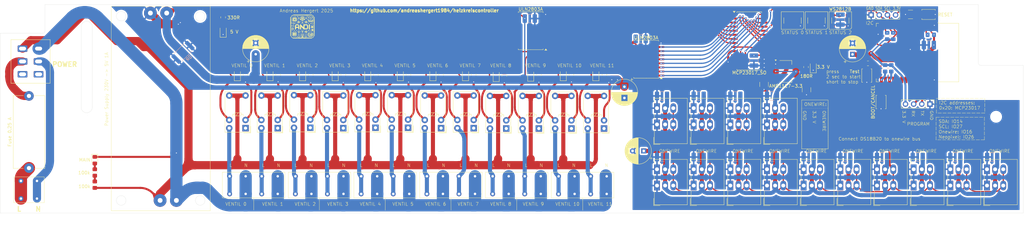
<source format=kicad_pcb>
(kicad_pcb (version 20240108) (generator "pcbnew") (generator_version "8.0")
  (layers (0 "F.Cu" signal) (31 "B.Cu" signal) (34 "B.Paste" user) (35 "F.Paste" user) (36 "B.SilkS" user "B.Silkscreen") (37 "F.SilkS" user "F.Silkscreen") (38 "B.Mask" user) (39 "F.Mask" user) (44 "Edge.Cuts" user))
  (net 0 "")
  (net 6 "Net-(U1-EN)")
  (net 9 "Net-(U1-IO0)")
  (net 13 "TX")
  (net 15 "RX")
  (net 23 "GND")
  (net 35 "LINE")
  (net 36 "Net-(F1-Pad1)")
  (net 37 "NEUT")
  (net 42 "+3.3V")
  (net 43 "+5V")
  (net 44 "Net-(J6-Pin_1)")
  (net 45 "Net-(J6-Pin_2)")
  (net 47 "NEOPIXEL")
  (net 48 "SCL")
  (net 49 "SDA")
  (net 50 "RELAIS1")
  (net 51 "RELAIS3")
  (net 52 "RELAIS5")
  (net 53 "RELAIS7")
  (net 54 "RELAIS9")
  (net 55 "RELAIS0")
  (net 56 "RELAIS2")
  (net 57 "RELAIS4")
  (net 58 "RELAIS6")
  (net 59 "RELAIS8")
  (net 60 "Net-(D2-A)")
  (net 61 "Net-(D3-A)")
  (net 62 "Net-(D4-A)")
  (net 63 "Net-(D5-A)")
  (net 64 "Net-(D6-A)")
  (net 65 "Net-(D7-A)")
  (net 66 "Net-(D8-A)")
  (net 67 "Net-(D9-A)")
  (net 68 "Net-(D10-A)")
  (net 69 "Net-(D11-A)")
  (net 70 "ONEWIRE")
  (net 71 "VENT1")
  (net 72 "VENT0")
  (net 73 "VENT3")
  (net 74 "VENT2")
  (net 75 "VENT5")
  (net 76 "VENT4")
  (net 77 "VENT7")
  (net 78 "VENT6")
  (net 79 "VENT8")
  (net 80 "VENT9")
  (net 82 "S3")
  (net 83 "S2")
  (net 84 "S7")
  (net 85 "S6")
  (net 86 "S1")
  (net 87 "S5")
  (net 88 "S0")
  (net 89 "S4")
  (net 90 "Net-(D12-A)")
  (net 91 "Net-(D13-A)")
  (net 92 "Net-(D14-A)")
  (net 93 "Net-(R18-Pad2)")
  (net 94 "S9")
  (net 95 "S11")
  (net 96 "S13")
  (net 97 "S15")
  (net 98 "S12")
  (net 99 "S8")
  (net 100 "S14")
  (net 101 "S10")
  (net 104 "RELAIS10")
  (net 105 "Net-(D15-A)")
  (net 106 "RELAIS11")
  (net 107 "Net-(D16-A)")
  (net 108 "VENT11")
  (net 110 "VENT10")
  (net 112 "RELAIS13")
  (net 113 "RELAIS12")
  (net 114 "Net-(U1-IO15)")
  (net 115 "Net-(D1-DOUT)")
  (net 116 "Net-(D17-DOUT)")
  (footprint "TerminalBlock_KaiFeng:TerminalBlock_KaiFeng_KF141R-3_1x03_P2.54mm" (layer "F.Cu") (at 236.22 67.31)
    (property "Reference" "J17" (hide yes))
    (property "Value" "Conn_01x03_Socket" (hide yes))
  )
  (footprint "Package_TO_SOT_SMD:SOT-223-3_TabPin2" (layer "F.Cu") (at 264.922 55.8667)
    (property "Reference" "U3" (hide yes))
    (property "Value" "AMS1117-3.3")
  )
  (footprint "TerminalBlock_KaiFeng:TerminalBlock_KaiFeng_KF141R-3_1x03_P2.54mm" (layer "F.Cu") (at 281.94 86.36)
    (property "Reference" "J14" (hide yes))
    (property "Value" "Conn_01x03_Socket" (hide yes))
  )
  (footprint "Capacitor_THT:CP_Radial_D8.0mm_P3.50mm" (layer "F.Cu") (at 285.75 50.547651 90)
    (property "Reference" "C12" (hide yes))
    (property "Value" "C_Polarized")
  )
  (footprint "Capacitor_SMD:C_1210_3225Metric_Pad1.33x2.70mm_HandSolder" (layer "F.Cu") (at 271.399 61.5819 90)
    (property "Reference" "C3" (hide yes))
    (property "Value" "C")
  )
  (footprint "anh:TLM-004-4PIN" (layer "F.Cu") (at 149.56 98.04)
    (property "Reference" "J3" (hide yes))
    (property "Value" "Conn_01x04_Socket" (hide yes))
  )
  (footprint "Resistor_SMD:R_0805_2012Metric_Pad1.20x1.40mm_HandSolder" (layer "F.Cu") (at 137.16 56.88 -90)
    (property "Reference" "R8" (hide yes))
    (property "Value" "330R")
  )
  (footprint "Resistor_SMD:R_0805_2012Metric_Pad1.20x1.40mm_HandSolder" (layer "F.Cu") (at 127 56.88 -90)
    (property "Reference" "R9" (hide yes))
    (property "Value" "330R")
  )
  (footprint "Capacitor_SMD:C_1210_3225Metric_Pad1.33x2.70mm_HandSolder" (layer "F.Cu") (at 258.1656 59.9055 90)
    (property "Reference" "C8" (hide yes))
    (property "Value" "C")
  )
  (footprint "anh:TLM-004-4PIN" (layer "F.Cu") (at 170.06 98.04)
    (property "Reference" "J4" (hide yes))
    (property "Value" "Conn_01x04_Socket" (hide yes))
  )
  (footprint "Resistor_SMD:R_0805_2012Metric_Pad1.20x1.40mm_HandSolder" (layer "F.Cu") (at 49.53 87.36 -90)
    (property "Reference" "R18" (hide yes))
    (property "Value" "100k")
  )
  (footprint "Relay_THT:Relay_SPDT_Omron_G5V-1" (layer "F.Cu") (at 187.96 73.66 180)
    (property "Reference" "K5" (hide yes))
    (property "Value" "G5V-1" (hide yes))
  )
  (footprint "LED_SMD:LED_0805_2012Metric_Pad1.15x1.40mm_HandSolder" (layer "F.Cu") (at 205.74 56.9304 90)
    (property "Reference" "D16" (hide yes))
    (property "Value" "LED")
  )
  (footprint "logo:logo" (layer "F.Cu") (at 114.3 41.91)
    (property "Reference" "G***" (hide yes))
    (property "Value" "LOGO" (hide yes))
  )
  (footprint "Resistor_SMD:R_0805_2012Metric_Pad1.20x1.40mm_HandSolder" (layer "F.Cu") (at 49.53 91.17 -90)
    (property "Reference" "R19" (hide yes))
    (property "Value" "100k")
  )
  (footprint "TerminalBlock_KaiFeng:TerminalBlock_KaiFeng_KF141R-3_1x03_P2.54mm" (layer "F.Cu") (at 304.8 86.36)
    (property "Reference" "J10" (hide yes))
    (property "Value" "Conn_01x03_Socket" (hide yes))
  )
  (footprint "Resistor_SMD:R_0805_2012Metric_Pad1.20x1.40mm_HandSolder" (layer "F.Cu") (at 157.48 56.88 -90)
    (property "Reference" "R6" (hide yes))
    (property "Value" "330R")
  )
  (footprint "Relay_THT:Relay_SPDT_Omron_G5V-1" (layer "F.Cu") (at 208.28 73.66 180)
    (property "Reference" "K12" (hide yes))
    (property "Value" "G5V-1")
  )
  (footprint "Resistor_SMD:R_0805_2012Metric_Pad1.20x1.40mm_HandSolder" (layer "F.Cu") (at 271.2466 54.499 -90)
    (property "Reference" "R17" (hide yes))
    (property "Value" "180R")
  )
  (footprint "Resistor_SMD:R_0805_2012Metric_Pad1.20x1.40mm_HandSolder" (layer "F.Cu") (at 147.32 56.88 -90)
    (property "Reference" "R7" (hide yes))
    (property "Value" "330R")
  )
  (footprint "Relay_THT:Relay_SPDT_Omron_G5V-1" (layer "F.Cu") (at 137.0275 73.415 180)
    (property "Reference" "K2" (hide yes))
    (property "Value" "G5V-1" (hide yes))
  )
  (footprint "Resistor_SMD:R_0805_2012Metric_Pad1.20x1.40mm_HandSolder" (layer "F.Cu") (at 290.56 53.34 180)
    (property "Reference" "R23" (hide yes))
    (property "Value" "10K")
  )
  (footprint "Resistor_SMD:R_0805_2012Metric_Pad1.20x1.40mm_HandSolder" (layer "F.Cu") (at 167.64 56.88 -90)
    (property "Reference" "R5" (hide yes))
    (property "Value" "330R")
  )
  (footprint "Resistor_SMD:R_0805_2012Metric_Pad1.20x1.40mm_HandSolder" (layer "F.Cu") (at 208.407 56.9308 -90)
    (property "Reference" "R21" (hide yes))
    (property "Value" "330R")
  )
  (footprint "LED_SMD:LED_0805_2012Metric_Pad1.15x1.40mm_HandSolder" (layer "F.Cu") (at 165.1 56.905 90)
    (property "Reference" "D2" (hide yes))
    (property "Value" "LED")
  )
  (footprint "anh:TLM-004-4PIN" (layer "F.Cu") (at 211.1068 98.0562)
    (property "Reference" "J21" (hide yes))
    (property "Value" "Conn_01x04_Socket" (hide yes))
  )
  (footprint "TerminalBlock_KaiFeng:TerminalBlock_KaiFeng_KF141R-3_1x03_P2.54mm" (layer "F.Cu") (at 236.22 86.36)
    (property "Reference" "J9" (hide yes))
    (property "Value" "Conn_01x03_Socket" (hide yes))
  )
  (footprint "Package_SO:SOIC-18W_7.5x11.6mm_P1.27mm" (layer "F.Cu") (at 221.41 52.07 180)
    (property "Reference" "U10" (hide yes))
    (property "Value" "ULN2803A")
  )
  (footprint "Package_SO:SOIC-18W_7.5x11.6mm_P1.27mm" (layer "F.Cu") (at 185.42 43.18 180)
    (property "Reference" "U9" (hide yes))
    (property "Value" "ULN2803A")
  )
  (footprint "TerminalBlock_KaiFeng:TerminalBlock_KaiFeng_KF141R-3_1x03_P2.54mm" (layer "F.Cu") (at 259.08 67.31)
    (property "Reference" "J20" (hide yes))
    (property "Value" "Conn_01x03_Socket" (hide yes))
  )
  (footprint "MountingHole:MountingHole_3.2mm_M3" (layer "F.Cu") (at 162.25 81.75)
    (property "Reference" "H1" (hide yes))
    (property "Value" "MountingHole")
  )
  (footprint "TerminalBlock_KaiFeng:TerminalBlock_KaiFeng_KF141R-3_1x03_P2.54mm" (layer "F.Cu") (at 247.65 67.31)
    (property "Reference" "J19" (hide yes))
    (property "Value" "Conn_01x03_Socket" (hide yes))
  )
  (footprint "anh:AC-DC-Module12v5v" (layer "F.Cu") (at 54.659 99.2875 90)
    (property "Reference" "U2" (hide yes))
    (property "Value" "~")
    (fp_circle (center 60.6525 3.101) (end 62.1525 3.101) (stroke (width 0.05)) (fill none) (layer "Edge.Cuts"))
    (fp_circle (center 3.2125 3.101) (end 4.7125 3.101) (stroke (width 0.05)) (fill none) (layer "Edge.Cuts"))
    (fp_circle (center 60.5625 27.727) (end 62.0625 27.727) (stroke (width 0.05)) (fill none) (layer "Edge.Cuts"))
    (fp_circle (center 3.2125 27.727) (end 4.7125 27.727) (stroke (width 0.05)) (fill none) (layer "Edge.Cuts"))
  )
  (footprint "Capacitor_THT:CP_Radial_D8.0mm_P3.50mm" (layer "F.Cu") (at 220.67 80.645 180)
    (property "Reference" "C11" (hide yes))
    (property "Value" "C_Polarized")
  )
  (footprint "LED_SMD:LED_0805_2012Metric_Pad1.15x1.40mm_HandSolder" (layer "F.Cu") (at 144.78 56.905 90)
    (property "Reference" "D4" (hide yes))
    (property "Value" "LED")
  )
  (footprint "Resistor_SMD:R_0805_2012Metric_Pad1.20x1.40mm_HandSolder" (layer "F.Cu") (at 96.52 56.88 -90)
    (property "Reference" "R12" (hide yes))
    (property "Value" "330R")
  )
  (footprint "anh:TLM-004-4PIN" (layer "F.Cu") (at 108.56 98.04)
    (property "Reference" "J1" (hide yes))
    (property "Value" "Conn_01x04_Socket" (hide yes))
  )
  (footprint "Capacitor_THT:CP_Radial_D8.0mm_P3.50mm" (layer "F.Cu") (at 99.695 50.49 90)
    (property "Reference" "C10" (hide yes))
    (property "Value" "C_Polarized")
  )
  (footprint "LED_SMD:LED_0805_2012Metric_Pad1.15x1.40mm_HandSolder" (layer "F.Cu") (at 124.46 56.905 90)
    (property "Reference" "D6" (hide yes))
    (property "Value" "LED")
  )
  (footprint "MountingHole:MountingHole_3.2mm_M3" (layer "F.Cu") (at 330.5 70)
    (property "Reference" "H2" (hide yes))
    (property "Value" "MountingHole" (hide yes))
  )
  (footprint "LED_SMD:LED_0805_2012Metric_Pad1.15x1.40mm_HandSolder" (layer "F.Cu") (at 93.98 56.905 90)
    (property "Reference" "D9" (hide yes))
    (property "Value" "LED")
  )
  (footprint "Resistor_SMD:R_0805_2012Metric_Pad1.20x1.40mm_HandSolder" (layer "F.Cu") (at 187.96 57.0025 -90)
    (property "Reference" "R14" (hide yes))
    (property "Value" "330R")
  )
  (footprint "TerminalBlock_KaiFeng:TerminalBlock_KaiFeng_KF141R-3_1x03_P2.54mm" (layer "F.Cu") (at 224.79 86.36)
    (property "Reference" "J7" (hide yes))
    (property "Value" "Conn_01x03_Socket" (hide yes))
  )
  (footprint "anh:TLM-004-4PIN" (layer "F.Cu") (at 129.06 98.04)
    (property "Reference" "J2" (hide yes))
    (property "Value" "Conn_01x04_Socket" (hide yes))
  )
  (footprint "LED_SMD:LED_0805_2012Metric_Pad1.15x1.40mm_HandSolder" (layer "F.Cu") (at 104.14 56.905 90)
    (property "Reference" "D8" (hide yes))
    (property "Value" "LED")
  )
  (footprint "Connector_PinHeader_2.54mm:PinHeader_1x04_P2.54mm_Vertical" (layer "F.Cu") (at 309.88 66.04 -90)
    (property "Reference" "J22" (hide yes))
    (property "Value" "Conn_01x04_Pin" (hide yes))
  )
  (footprint "Package_SO:SOIC-28W_7.5x17.9mm_P1.27mm" (layer "F.Cu") (at 253.57 46.355)
    (property "Reference" "U8" (hide yes))
    (property "Value" "MCP23017_SO")
  )
  (footprint "TerminalBlock_KaiFeng:TerminalBlock_KaiFeng_KF141R-3_1x03_P2.54mm" (layer "F.Cu") (at 247.65 86.36)
    (property "Reference" "J8" (hide yes))
    (property "Value" "Conn_01x03_Socket" (hide yes))
  )
  (footprint "Resistor_SMD:R_0805_2012Metric_Pad1.20x1.40mm_HandSolder" (layer "F.Cu") (at 177.2 57.125 -90)
    (property "Reference" "R13" (hide yes))
    (property "Value" "330R")
  )
  (footprint "Relay_THT:Relay_SPDT_Omron_G5V-1" (layer "F.Cu") (at 106.5475 73.5375 180)
    (property "Reference" "K9" (hide yes))
    (property "Value" "G5V-1" (hide yes))
  )
  (footprint "Relay_THT:Relay_SPDT_Omron_G5V-1" (layer "F.Cu") (at 167.64 73.5375 180)
    (property "Reference" "K6" (hide yes))
    (property "Value" "G5V-1" (hide yes))
  )
  (footprint "Button_Switch_SMD:SW_Push_SPST_NO_Alps_SKRK" (layer "F.Cu") (at 290.195 57.15 -90)
    (property "Reference" "SW4" (hide yes))
    (property "Value" "Test")
  )
  (footprint "Button_Switch_SMD:SW_Push_SPST_NO_Alps_SKRK" (layer "F.Cu") (at 309.44 38.1 180)
    (property "Reference" "SW2" (hide yes))
    (property "Value" "RESET")
  )
  (footprint "Resistor_SMD:R_0805_2012Metric_Pad1.20x1.40mm_HandSolder" (layer "F.Cu") (at 106.68 56.88 -90)
    (property "Reference" "R11" (hide yes))
    (property "Value" "330R")
  )
  (footprint "TerminalBlock_KaiFeng:TerminalBlock_KaiFeng_KF141R-3_1x03_P2.54mm" (layer "F.Cu") (at 327.66 86.36)
    (property "Reference" "J16" (hide yes))
    (property "Value" "Conn_01x03_Socket" (hide yes))
  )
  (footprint "LED_SMD:LED_0805_2012Metric_Pad1.15x1.40mm_HandSolder" (layer "F.Cu") (at 195.58 56.905 90)
    (property "Reference" "D15" (hide yes))
    (property "Value" "LED")
  )
  (footprint "TerminalBlock_KaiFeng:TerminalBlock_KaiFeng_KF141R-3_1x03_P2.54mm" (layer "F.Cu") (at 293.37 86.36)
    (property "Reference" "J15" (hide yes))
    (property "Value" "Conn_01x03_Socket" (hide yes))
  )
  (footprint "LED_SMD:LED_0805_2012Metric_Pad1.15x1.40mm_HandSolder" (layer "F.Cu") (at 174.66 57.15 90)
    (property "Reference" "D10" (hide yes))
    (property "Value" "LED")
  )
  (footprint "Relay_THT:Relay_SPDT_Omron_G5V-1" (layer "F.Cu") (at 177.8 73.66 180)
    (property "Reference" "K10" (hide yes))
    (property "Value" "G5V-1" (hide yes))
  )
  (footprint "MountingHole:MountingHole_3.2mm_M3" (layer "F.Cu") (at 47 71)
    (property "Reference" "H3" (hide yes))
    (property "Value" "MountingHole" (hide yes))
  )
  (footprint "Relay_THT:Relay_SPDT_Omron_G5V-1" (layer "F.Cu") (at 198.12 73.66 180)
    (property "Reference" "K11" (hide yes))
    (property "Value" "G5V-1")
  )
  (footprint "TerminalBlock_KaiFeng:TerminalBlock_KaiFeng_KF141R-3_1x03_P2.54mm" (layer "F.Cu") (at 270.51 86.36)
    (property "Reference" "J12" (hide yes))
    (property "Value" "Conn_01x03_Socket" (hide yes))
  )
  (footprint "LED_SMD:LED_WS2812B_PLCC4_5.0x5.0mm_P3.2mm" (layer "F.Cu") (at 281.94 40.005)
    (property "Reference" "D1" (hide yes))
    (property "Value" "WS2812B")
  )
  (footprint "anh:ESP32-WROOM-32_anh" (layer "F.Cu") (at 302.995 50 -90)
    (property "Reference" "U1" (hide yes))
    (property "Value" "ESP32-WROOM-32_anh" (hide yes))
  )
  (footprint "LED_SMD:LED_0805_2012Metric_Pad1.15x1.40mm_HandSolder" (layer "F.Cu") (at 114.3 56.905 90)
    (property "Reference" "D7" (hide yes))
    (property "Value" "LED")
  )
  (footprint "LED_SMD:LED_0805_2012Metric_Pad1.15x1.40mm_HandSolder" (layer "F.Cu") (at 134.62 56.905 90)
    (property "Reference" "D5" (hide yes))
    (property "Value" "LED")
  )
  (footprint "TerminalBlock_KaiFeng:TerminalBlock_KaiFeng_KF141R-3_1x03_P2.54mm" (layer "F.Cu") (at 316.23 86.36)
    (property "Reference" "J13" (hide yes))
    (property "Value" "Conn_01x03_Socket" (hide yes))
  )
  (footprint "anh:TLM-004-2PIN" (layer "F.Cu") (at 43.5 99.5)
    (property "Reference" "J6" (hide yes))
    (property "Value" "Conn_01x02_Socket" (hide yes))
  )
  (footprint "TerminalBlock_KaiFeng:TerminalBlock_KaiFeng_KF141R-3_1x03_P2.54mm" (layer "F.Cu") (at 224.79 67.31)
    (property "Reference" "J18" (hide yes))
    (property "Value" "Conn_01x03_Socket" (hide yes))
  )
  (footprint "Connector_PinHeader_2.54mm:PinHeader_1x04_P2.54mm_Vertical" (layer "F.Cu") (at 291.5412 38.2524 90)
    (property "Reference" "J23" (hide yes))
    (property "Value" "Conn_01x04_Pin" (hide yes))
  )
  (footprint "Resistor_SMD:R_0805_2012Metric_Pad1.20x1.40mm_HandSolder" (layer "F.Cu") (at 116.84 56.88 -90)
    (property "Reference" "R10" (hide yes))
    (property "Value" "330R")
  )
  (footprint "Capacitor_THT:CP_Radial_D8.0mm_P3.50mm" (layer "F.Cu") (at 214.63 60.635 -90)
    (property "Reference" "C9" (hide yes))
    (property "Value" "C_Polarized")
  )
  (footprint "Relay_THT:Relay_SPDT_Omron_G5V-1" (layer "F.Cu") (at 157.48 73.5375 180)
    (property "Reference" "K1" (hide yes))
    (property "Value" "G5V-1" (hide yes))
  )
  (footprint "Relay_THT:Relay_SPDT_Omron_G5V-1" (layer "F.Cu") (at 116.7075 73.415 180)
    (property "Reference" "K3" (hide yes))
    (property "Value" "G5V-1" (hide yes))
  )
  (footprint "TerminalBlock_KaiFeng:TerminalBlock_KaiFeng_KF141R-3_1x03_P2.54mm" (layer "F.Cu") (at 259.08 86.36)
    (property "Reference" "J11" (hide yes))
    (property "Value" "Conn_01x03_Socket" (hide yes))
  )
  (footprint "LED_SMD:LED_0805_2012Metric_Pad1.15x1.40mm_HandSolder" (layer "F.Cu") (at 154.94 56.905 90)
    (property "Reference" "D3" (hide yes))
    (property "Value" "LED")
  )
  (footprint "Relay_THT:Relay_SPDT_Omron_G5V-1" (layer "F.Cu") (at 127 73.5375 180)
    (property "Reference" "K8" (hide yes))
    (property "Value" "G5V-1" (hide yes))
  )
  (footprint "anh:TLM-004-4PIN" (layer "F.Cu") (at 190.56 98.04)
    (property "Reference" "J5" (hide yes))
    (property "Value" "Conn_01x04_Socket" (hide yes))
  )
  (footprint "LED_SMD:LED_WS2812B_PLCC4_5.0x5.0mm_P3.2mm" (layer "F.Cu") (at 274.5094 40.005)
    (property "Reference" "D17" (hide yes))
    (property "Value" "WS2812B")
  )
  (footprint "LED_SMD:LED_WS2812B_PLCC4_5.0x5.0mm_P3.2mm" (layer "F.Cu") (at 267.044 40.006)
    (property "Reference" "D18" (hide yes))
    (property "Value" "WS2812B")
  )
  (footprint "Button_Switch_SMD:SW_Push_SPST_NO_Alps_SKRK" (layer "F.Cu") (at 294.64 65.405 -90)
    (property "Reference" "SW3" (hide yes))
    (property "Value" "BOOT/CANCEL")
  )
  (footprint "LED_SMD:LED_0805_2012Metric_Pad1.15x1.40mm_HandSolder" (layer "F.Cu") (at 49.53 83.525 -90)
    (property "Reference" "D14" (hide yes))
    (property "Value" "MAIN")
  )
  (footprint "LED_SMD:LED_0805_2012Metric_Pad1.15x1.40mm_HandSolder" (layer "F.Cu") (at 273.5072 54.4576 90)
    (property "Reference" "D13" (hide yes))
    (property "Value" "3.3 V")
  )
  (footprint "LED_SMD:LED_0805_2012Metric_Pad1.15x1.40mm_HandSolder" (layer "F.Cu") (at 185.42 57.0275 90)
    (property "Reference" "D11" (hide yes))
    (property "Value" "LED")
  )
  (footprint "Resistor_SMD:R_0805_2012Metric_Pad1.20x1.40mm_HandSolder" (layer "F.Cu") (at 198.12 56.9308 -90)
    (property "Reference" "R20" (hide yes))
    (property "Value" "330R")
  )
  (footprint "Fuse:Fuseholder_Cylinder-5x20mm_Schurter_0031_8201_Horizontal_Open" (layer "F.Cu") (at 29 63.5 -90)
    (property "Reference" "F1" (hide yes))
    (property "Value" "Fuse 0.25 A")
  )
  (footprint "Relay_THT:Relay_SPDT_Omron_G5V-1" (layer "F.Cu") (at 96.52 73.5375 180)
    (property "Reference" "K4" (hide yes))
    (property "Value" "G5V-1" (hide yes))
  )
  (footprint "LED_SMD:LED_0805_2012Metric_Pad1.15x1.40mm_HandSolder" (layer "F.Cu") (at 89.535 43.33 90)
    (property "Reference" "D12" (hide yes))
    (property "Value" "5 V")
  )
  (footprint "Resistor_SMD:R_0805_2012Metric_Pad1.20x1.40mm_HandSolder" (layer "F.Cu") (at 89.535 39.005 90)
    (property "Reference" "R16" (hide yes))
    (property "Value" "330R")
  )
  (footprint "anh:SW_PUSH_E-Switch_FS5700DP_DPDT_anh" (layer "F.Cu") (at 32 48.75 -90)
    (property "Reference" "SW1" (hide yes))
    (property "Value" "SW_Slide_DPDT" (hide yes))
  )
  (footprint "Relay_THT:Relay_SPDT_Omron_G5V-1" (layer "F.Cu") (at 147.1875 73.415 180)
    (property "Reference" "K7" (hide yes))
    (property "Value" "G5V-1" (hide yes))
  )
  (footprint "Capacitor_SMD:C_1210_3225Metric_Pad1.33x2.70mm_HandSolder" (layer "F.Cu") (at 303.8225 38.1)
    (property "Reference" "C4" (hide yes))
    (property "Value" "C")
  )
  (footprint "Capacitor_SMD:C_1210_3225Metric_Pad1.33x2.70mm_HandSolder" (layer "B.Cu") (at 226.3525 82.55)
    (property "Reference" "C15" (hide yes))
    (property "Value" "C")
  )
  (footprint "Capacitor_SMD:C_1210_3225Metric_Pad1.33x2.70mm_HandSolder" (layer "B.Cu") (at 255.016 52.4764 90)
    (property "Reference" "C2" (hide yes))
    (property "Value" "C")
  )
  (footprint "Capacitor_SMD:C_1210_3225Metric_Pad1.33x2.70mm_HandSolder" (layer "B.Cu") (at 281.94 39.7125 90)
    (property "Reference" "C6" (hide yes))
    (property "Value" "C")
  )
  (footprint "Capacitor_SMD:C_1210_3225Metric_Pad1.33x2.70mm_HandSolder" (layer "B.Cu") (at 309.5375 47.625)
    (property "Reference" "C1" (hide yes))
    (property "Value" "C")
  )
  (footprint "Capacitor_SMD:C_1210_3225Metric_Pad1.33x2.70mm_HandSolder" (layer "B.Cu") (at 237.7825 63.5)
    (property "Reference" "C25" (hide yes))
    (property "Value" "C")
  )
  (footprint "Capacitor_SMD:C_1210_3225Metric_Pad1.33x2.70mm_HandSolder" (layer "B.Cu") (at 249.2125 63.5)
    (property "Reference" "C19" (hide yes))
    (property "Value" "C")
  )
  (footprint "Resistor_SMD:R_2512_6332Metric" (layer "B.Cu") (at 77.024804 49.905572 -135)
    (property "Reference" "R22" (hide yes))
    (property "Value" "0R")
  )
  (footprint "Capacitor_SMD:C_1210_3225Metric_Pad1.33x2.70mm_HandSolder" (layer "B.Cu") (at 260.6425 63.5)
    (property "Reference" "C24" (hide yes))
    (property "Value" "C")
  )
  (footprint "Capacitor_SMD:C_1210_3225Metric_Pad1.33x2.70mm_HandSolder" (layer "B.Cu") (at 237.7825 82.55)
    (property "Reference" "C26" (hide yes))
    (property "Value" "C")
  )
  (footprint "Resistor_SMD:R_0805_2012Metric_Pad1.20x1.40mm_HandSolder" (layer "B.Cu") (at 295.91 54.88 -90)
    (property "Reference" "R2" (hide yes))
    (property "Value" "10K")
  )
  (footprint "Capacitor_SMD:C_1210_3225Metric_Pad1.33x2.70mm_HandSolder" (layer "B.Cu") (at 226.3525 63.5)
    (property "Reference" "C20" (hide yes))
    (property "Value" "C")
  )
  (footprint "Capacitor_SMD:C_1210_3225Metric_Pad1.33x2.70mm_HandSolder" (layer "B.Cu") (at 272.0725 82.55)
    (property "Reference" "C22" (hide yes))
    (property "Value" "C")
  )
  (footprint "Capacitor_SMD:C_1210_3225Metric_Pad1.33x2.70mm_HandSolder" (layer "B.Cu") (at 249.2125 82.55)
    (property "Reference" "C21" (hide yes))
    (property "Value" "C")
  )
  (footprint "Capacitor_SMD:C_1210_3225Metric_Pad1.33x2.70mm_HandSolder" (layer "B.Cu") (at 283.5025 82.55)
    (property "Reference" "C17" (hide yes))
    (property "Value" "C")
  )
  (footprint "Capacitor_SMD:C_1210_3225Metric_Pad1.33x2.70mm_HandSolder" (layer "B.Cu") (at 306.07 82.55)
    (property "Reference" "C23" (hide yes))
    (property "Value" "C")
  )
  (footprint "Resistor_SMD:R_0805_2012Metric_Pad1.20x1.40mm_HandSolder" (layer "B.Cu") (at 310.15 44.45 180)
    (property "Reference" "R1" (hide yes))
    (property "Value" "10K")
  )
  (footprint "Resistor_SMD:R_0805_2012Metric_Pad1.20x1.40mm_HandSolder" (layer "B.Cu") (at 298.45 44.815 -90)
    (property "Reference" "R3" (hide yes))
    (property "Value" "10K")
  )
  (footprint "Capacitor_SMD:C_1210_3225Metric_Pad1.33x2.70mm_HandSolder" (layer "B.Cu") (at 317.7925 82.55)
    (property "Reference" "C14" (hide yes))
    (property "Value" "C")
  )
  (footprint "Capacitor_SMD:C_1210_3225Metric_Pad1.33x2.70mm_HandSolder" (layer "B.Cu") (at 185.1275 39.37 180)
    (property "Reference" "C5" (hide yes))
    (property "Value" "C")
  )
  (footprint "Capacitor_SMD:C_1210_3225Metric_Pad1.33x2.70mm_HandSolder" (layer "B.Cu") (at 329.2725 82.55)
    (property "Reference" "C13" (hide yes))
    (property "Value" "C")
  )
  (footprint "Capacitor_SMD:C_1210_3225Metric_Pad1.33x2.70mm_HandSolder" (layer "B.Cu") (at 219.71 45.72 180)
    (property "Reference" "C7" (hide yes))
    (property "Value" "C")
  )
  (footprint "Resistor_SMD:R_0805_2012Metric_Pad1.20x1.40mm_HandSolder" (layer "B.Cu") (at 297.815 54.88 90)
    (property "Reference" "R15" (hide yes))
    (property "Value" "4k7")
  )
  (footprint "Capacitor_SMD:C_1210_3225Metric_Pad1.33x2.70mm_HandSolder" (layer "B.Cu") (at 260.6425 82.55)
    (property "Reference" "C16" (hide yes))
    (property "Value" "C")
  )
  (footprint "Resistor_SMD:R_0805_2012Metric_Pad1.20x1.40mm_HandSolder" (layer "B.Cu") (at 296.545 44.815 -90)
    (property "Reference" "R4" (hide yes))
    (property "Value" "10K")
  )
  (footprint "Capacitor_SMD:C_1210_3225Metric_Pad1.33x2.70mm_HandSolder" (layer "B.Cu") (at 294.9325 82.55)
    (property "Reference" "C18" (hide yes))
    (property "Value" "C")
  )
  (gr_line (start 99.06 95.29) (end 99.06 99.06) (stroke (width 0.1)) (layer "F.SilkS"))
  (gr_line (start 181.06 95.29) (end 181.0766 99.1108) (stroke (width 0.1)) (layer "F.SilkS"))
  (gr_line (start 140.06 95.29) (end 140.081 99.1362) (stroke (width 0.1)) (layer "F.SilkS"))
  (gr_line (start 201.6068 95.3062) (end 201.6252 99.1362) (stroke (width 0.1)) (layer "F.SilkS"))
  (gr_line (start 119.56 95.29) (end 119.5578 99.0854) (stroke (width 0.1)) (layer "F.SilkS"))
  (gr_line (start 160.56 95.29) (end 160.5788 99.1108) (stroke (width 0.1)) (layer "F.SilkS"))
  (gr_line (start 20 100) (end 20 44) (stroke (width 0.05)) (layer "Edge.Cuts"))
  (gr_line (start 48.75 42) (end 48.75 67) (stroke (width 0.05)) (layer "Edge.Cuts"))
  (gr_line (start 45.25 67) (end 45.25 42) (stroke (width 0.05)) (layer "Edge.Cuts"))
  (gr_line (start 339 100) (end 339 54) (stroke (width 0.05)) (layer "Edge.Cuts"))
  (gr_line (start 33.25 44) (end 20 44) (stroke (width 0.05)) (layer "Edge.Cuts"))
  (gr_arc (start 48.75 67) (mid 47 68.75) (end 45.25 67) (stroke (width 0.05)) (layer "Edge.Cuts"))
  (gr_line (start 34 35) (end 34 43.25) (stroke (width 0.05)) (layer "Edge.Cuts"))
  (gr_line (start 325 35) (end 34 35) (stroke (width 0.05)) (layer "Edge.Cuts"))
  (gr_line (start 325.75 54) (end 339 54) (stroke (width 0.05)) (layer "Edge.Cuts"))
  (gr_arc (start 34 43.25) (mid 33.78033 43.78033) (end 33.25 44) (stroke (width 0.05)) (layer "Edge.Cuts"))
  (gr_line (start 325 35) (end 325 53.25) (stroke (width 0.05)) (layer "Edge.Cuts"))
  (gr_arc (start 325.75 54) (mid 325.21967 53.78033) (end 325 53.25) (stroke (width 0.05)) (layer "Edge.Cuts"))
  (gr_arc (start 45.25 42) (mid 47 40.25) (end 48.75 42) (stroke (width 0.05)) (layer "Edge.Cuts"))
  (gr_line (start 20 100) (end 339 100) (stroke (width 0.05)) (layer "Edge.Cuts"))
  (gr_text "VENTIL 7" (at 162.56 97.79 0) (layer "F.SilkS") (effects (font (size 1 1) (thickness 0.1)) (justify left bottom)))
  (gr_text "L     N" (at 153.035 85.725 0) (layer "F.SilkS") (effects (font (size 1 1) (thickness 0.1)) (justify left bottom)))
  (gr_text "L     N" (at 183.515 85.725 0) (layer "F.SilkS") (effects (font (size 1 1) (thickness 0.1)) (justify left bottom)))
  (gr_text "Andreas Hergert 2025" (at 107.1 37.51 0) (layer "F.SilkS") (effects (font (size 1 1) (thickness 0.1)) (justify left bottom)))
  (gr_text "VENTIL 1" (at 102.235 54.61 0) (layer "F.SilkS") (effects (font (size 1 1) (thickness 0.1)) (justify left bottom)))
  (gr_text "ONEWIRE" (at 271.145 81.28 0) (layer "F.SilkS") (effects (font (size 1 1) (thickness 0.1)) (justify left bottom)))
  (gr_text "L     N" (at 193.675 85.725 0) (layer "F.SilkS") (effects (font (size 1 1) (thickness 0.1)) (justify left bottom)))
  (gr_text "VENTIL 8" (at 172.72 54.61 0) (layer "F.SilkS") (effects (font (size 1 1) (thickness 0.1)) (justify left bottom)))
  (gr_text "ONEWIRE" (at 248.285 81.28 0) (layer "F.SilkS") (effects (font (size 1 1) (thickness 0.1)) (justify left bottom)))
  (gr_text "https://github.com/andreashergert1984/heizkreiscontroller" (at 128.905 37.465 0) (layer "F.SilkS") (effects (font (size 1.016 1.016) (thickness 0.254) (bold yes)) (justify left bottom)))
  (gr_text "STATUS 0" (at 263.4234 44.323 0) (layer "F.SilkS") (effects (font (size 1 1) (thickness 0.1)) (justify left bottom)))
  (gr_text "ONEWIRE" (at 225.425 81.28 0) (layer "F.SilkS") (effects (font (size 1 1) (thickness 0.1)) (justify left bottom)))
  (gr_text "L     N" (at 91.44 85.725 0) (layer "F.SilkS") (effects (font (size 1 1) (thickness 0.1)) (justify left bottom)))
  (gr_text "VENTIL 8" (at 172.72 97.79 0) (layer "F.SilkS") (effects (font (size 1 1) (thickness 0.1)) (justify left bottom)))
  (gr_text "L     N" (at 142.24 85.725 0) (layer "F.SilkS") (effects (font (size 1 1) (thickness 0.1)) (justify left bottom)))
  (gr_text "VENTIL 7" (at 163.195 54.61 0) (layer "F.SilkS") (effects (font (size 1 1) (thickness 0.1)) (justify left bottom)))
  (gr_text "VENTIL 10" (at 193.04 97.79 0) (layer "F.SilkS") (effects (font (size 1 1) (thickness 0.1)) (justify left bottom)))
  (gr_text "ONEWIRE" (at 259.715 81.28 0) (layer "F.SilkS") (effects (font (size 1 1) (thickness 0.1)) (justify left bottom)))
  (gr_text "VENTIL 9" (at 183.515 54.61 0) (layer "F.SilkS") (effects (font (size 1 1) (thickness 0.1)) (justify left bottom)))
  (gr_text "ONEWIRE" (at 282.575 81.28 0) (layer "F.SilkS") (effects (font (size 1 1) (thickness 0.1)) (justify left bottom)))
  (gr_text "L     N" (at 121.92 85.725 0) (layer "F.SilkS") (effects (font (size 1 1) (thickness 0.1)) (justify left bottom)))
  (gr_text "VENTIL 11" (at 203.835 54.61 0) (layer "F.SilkS") (effects (font (size 1 1) (thickness 0.1)) (justify left bottom)))
  (gr_text "VENTIL 9" (at 182.88 97.79 0) (layer "F.SilkS") (effects (font (size 1 1) (thickness 0.1)) (justify left bottom)))
  (gr_text "L     N" (at 132.08 85.725 0) (layer "F.SilkS") (effects (font (size 1 1) (thickness 0.1)) (justify left bottom)))
  (gr_text "VENTIL 2" (at 112.395 54.61 0) (layer "F.SilkS") (effects (font (size 1 1) (thickness 0.1)) (justify left bottom)))
  (gr_text "L     N" (at 173.355 85.725 0) (layer "F.SilkS") (effects (font (size 1 1) (thickness 0.1)) (justify left bottom)))
  (gr_text "VENTIL 2" (at 111.76 97.79 0) (layer "F.SilkS") (effects (font (size 1 1) (thickness 0.1)) (justify left bottom)))
  (gr_text "VENTIL 5" (at 142.875 54.61 0) (layer "F.SilkS") (effects (font (size 1 1) (thickness 0.1)) (justify left bottom)))
  (gr_text "VENTIL 0" (at 92.075 54.61 0) (layer "F.SilkS") (effects (font (size 1 1) (thickness 0.1)) (justify left bottom)))
  (gr_text "press\n2 sec to start\nshort to stop" (at 277.495 59.69 0) (layer "F.SilkS") (effects (font (size 1 1) (thickness 0.1)) (justify left bottom)))
  (gr_text "VENTIL 6" (at 152.4 97.79 0) (layer "F.SilkS") (effects (font (size 1 1) (thickness 0.1)) (justify left bottom)))
  (gr_text "VENTIL 3" (at 122.555 54.61 0) (layer "F.SilkS") (effects (font (size 1 1) (thickness 0.1)) (justify left bottom)))
  (gr_text "POWER" (at 36.1188 54.5338 0) (layer "F.SilkS") (effects (font (size 1.5 1.5) (thickness 0.3) (bold yes)) (justify left bottom)))
  (gr_text "VENTIL 11" (at 203.2 97.79 0) (layer "F.SilkS") (effects (font (size 1 1) (thickness 0.1)) (justify left bottom)))
  (gr_text "ONEWIRE" (at 328.295 81.28 0) (layer "F.SilkS") (effects (font (size 1 1) (thickness 0.1)) (justify left bottom)))
  (gr_text "GND SDA SCL 3.3V" (at 289.9156 36.7792 0) (layer "F.SilkS") (effects (font (size 1 0.762) (thickness 0.1)) (justify left bottom)))
  (gr_text "VENTIL 0" (at 90.17 97.79 0) (layer "F.SilkS") (effects (font (size 1 1) (thickness 0.1)) (justify left bottom)))
  (gr_text "L     N" (at 203.835 85.725 0) (layer "F.SilkS") (effects (font (size 1 1) (thickness 0.1)) (justify left bottom)))
  (gr_text "STATUS 2" (at 278.384 44.323 0) (layer "F.SilkS") (effects (font (size 1 1) (thickness 0.1)) (justify left bottom)))
  (gr_text "VENTIL 5" (at 142.24 97.79 0) (layer "F.SilkS") (effects (font (size 1 1) (thickness 0.1)) (justify left bottom)))
  (gr_text "STATUS 1" (at 270.9418 44.2976 0) (layer "F.SilkS") (effects (font (size 1 1) (thickness 0.1)) (justify left bottom)))
  (gr_text "GND\n\nTX\n\nRX\n\n3.3 V" (at 301.2694 67.9704 270) (layer "F.SilkS") (effects (font (size 0.889 1) (thickness 0.1)) (justify left bottom)))
  (gr_text "Power Supply 230V -> 5V 1A" (at 53.7718 72.9742 90) (layer "F.SilkS") (effects (font (size 1 1) (thickness 0.1)) (justify left bottom)))
  (gr_text "ONEWIRE" (at 294.005 81.28 0) (layer "F.SilkS") (effects (font (size 1 1) (thickness 0.1)) (justify left bottom)))
  (gr_text "Connect DS18B20 to onewire bus" (at 281.305 77.47 0) (layer "F.SilkS") (effects (font (size 1 1) (thickness 0.1)) (justify left bottom)))
  (gr_text "I2C" (at 289.814 41.3766 0) (layer "F.SilkS") (effects (font (size 1 1) (thickness 0.1)) (justify left bottom)))
  (gr_text "ONEWIRE" (at 236.855 81.28 0) (layer "F.SilkS") (effects (font (size 1 1) (thickness 0.1)) (justify left bottom)))
  (gr_text "ONEWIRE" (at 316.865 81.28 0) (layer "F.SilkS") (effects (font (size 1 1) (thickness 0.1)) (justify left bottom)))
  (gr_text "VENTIL 1" (at 101.6 97.79 0) (layer "F.SilkS") (effects (font (size 1 1) (thickness 0.1)) (justify left bottom)))
  (gr_text "VENTIL 4" (at 132.715 54.61 0) (layer "F.SilkS") (effects (font (size 1 1) (thickness 0.1)) (justify left bottom)))
  (gr_text "PROGRAM\n" (at 302.6918 72.8218 0) (layer "F.SilkS") (effects (font (size 1 1) (thickness 0.1)) (justify left bottom)))
  (gr_text "L     N" (at 101.6 85.725 0) (layer "F.SilkS") (effects (font (size 1 1) (thickness 0.1)) (justify left bottom)))
  (gr_text "VENTIL 4" (at 132.08 97.79 0) (layer "F.SilkS") (effects (font (size 1 1) (thickness 0.1)) (justify left bottom)))
  (gr_text "ONEWIRE" (at 305.435 81.28 0) (layer "F.SilkS") (effects (font (size 1 1) (thickness 0.1)) (justify left bottom)))
  (gr_text "L    N" (at 25.1206 99.6442 0) (layer "F.SilkS") (effects (font (size 1.5 1.5) (thickness 0.3) (bold yes)) (justify left bottom)))
  (gr_text "VENTIL 6" (at 153.035 54.61 0) (layer "F.SilkS") (effects (font (size 1 1) (thickness 0.1)) (justify left bottom)))
  (gr_text "L     N" (at 163.195 85.725 0) (layer "F.SilkS") (effects (font (size 1 1) (thickness 0.1)) (justify left bottom)))
  (gr_text "VENTIL 10" (at 193.675 54.61 0) (layer "F.SilkS") (effects (font (size 1 1) (thickness 0.1)) (justify left bottom)))
  (gr_text "VENTIL 3" (at 121.92 97.79 0) (layer "F.SilkS") (effects (font (size 1 1) (thickness 0.1)) (justify left bottom)))
  (gr_text "L     N" (at 111.76 85.725 0) (layer "F.SilkS") (effects (font (size 1 1) (thickness 0.1)) (justify left bottom)))
  (gr_text_box "ONEWIRE\n\n3.3 V\n\nGND" (start 278.13 80.01) (end 269.875 67.31) (angle 270) (layer "F.SilkS") (effects (font (size 0.9398 1) (thickness 0.1)) (justify left top)) (border yes) (stroke (width 0.1) (type dot)))
  (gr_text_box "ONEWIRE:" (start 269.875 64.77) (end 278.13 80.01) (layer "F.SilkS") (effects (font (size 1 1) (thickness 0.1)) (justify left top)) (border yes) (stroke (width 0.1)))
  (gr_text_box "SDA: IO14\nSCL: IO27\nOnewire: IO16\nNeopixel: IO26" (start 311.785 70.1167) (end 326.8726 77.2033) (layer "F.SilkS") (effects (font (size 1 1) (thickness 0.1)) (justify left top)) (border yes) (stroke (width 0.1) (type dash)))
  (gr_text_box "I2C addresses:\n0x20: MCP23017" (start 311.912 64.2874) (end 326.9996 68.834) (layer "F.SilkS") (effects (font (size 1 1) (thickness 0.1)) (justify left top)) (border yes) (stroke (width 0.1) (type dash)))
  (segment (start 308.71 43.698873) (end 308.71 41.5) (width 0.381) (layer "F.Cu") (net 6))
  (segment (start 308.93 44.23) (end 309.15 44.45) (width 0.381) (layer "F.Cu") (net 6))
  (segment (start 308.025 38.785) (end 307.34 38.1) (width 0.381) (layer "F.Cu") (net 6))
  (segment (start 308.71 40.438736) (end 308.71 41.5) (width 0.381) (layer "F.Cu") (net 6))
  (via (at 309.15 44.45) (size 0.6) (drill 0.3) (layers "F.Cu" "B.Cu") (net 6))
  (arc (start 308.71 43.698873) (mid 308.767176 43.986316) (end 308.93 44.23) (width 0.381) (layer "F.Cu") (net 6))
  (arc (start 308.025 38.785) (mid 308.531974 39.54374) (end 308.71 40.438736) (width 0.381) (layer "F.Cu") (net 6))
  (segment (start 294.835 58.662175) (end 294.835 63.5) (width 0.635) (layer "F.Cu") (net 9))
  (segment (start 294.7875 58.5475) (end 294.74 58.5) (width 0.635) (layer "F.Cu") (net 9))
  (via (at 294.74 58.5) (size 0.6) (drill 0.3) (layers "F.Cu" "B.Cu") (net 9))
  (arc (start 294.7875 58.5475) (mid 294.822655 58.600113) (end 294.835 58.662175) (width 0.635) (layer "F.Cu") (net 9))
  (segment (start 295.397347 57.842652) (end 294.74 58.5) (width 0.635) (layer "B.Cu") (net 9))
  (segment (start 295.91 56.605) (end 295.91 55.88) (width 0.635) (layer "B.Cu") (net 9))
  (arc (start 295.91 56.605) (mid 295.776765 57.274812) (end 295.397347 57.842652) (width 0.635) (layer "B.Cu") (net 9))
  (segment (start 307.44 65.869289) (end 307.44 58.5) (width 0.635) (layer "F.Cu") (net 13))
  (segment (start 307.39 65.99) (end 307.34 66.04) (width 0.635) (layer "F.Cu") (net 13))
  (arc (start 307.44 65.869289) (mid 307.427005 65.934617) (end 307.39 65.99) (width 0.635) (layer "F.Cu") (net 13))
  (segment (start 305.485 65.355) (end 304.8 66.04) (width 0.635) (layer "F.Cu") (net 15))
  (segment (start 306.17 63.701263) (end 306.17 58.5) (width 0.635) (layer "F.Cu") (net 15))
  (arc (start 306.17 63.701263) (mid 305.991974 64.596259) (end 305.485 65.355) (width 0.635) (layer "F.Cu") (net 15))
  (segment (start 246.9642 51.118976) (end 246.9642 52.9336) (width 0.635) (layer "F.Cu") (net 23))
  (segment (start 70.332763 41.140863) (end 75.565 41.140863) (width 2.54) (layer "F.Cu") (net 23))
  (segment (start 75.565 41.140863) (end 75.699137 41.140863) (width 2.54) (layer "F.Cu") (net 23))
  (segment (start 247.532608 49.892391) (end 247.4296 49.9954) (width 0.635) (layer "F.Cu") (net 23))
  (segment (start 248.4075 49.53) (end 248.92 49.53) (width 0.635) (layer "F.Cu") (net 23))
  (segment (start 66.859 37.6671) (end 70.332763 41.140863) (width 2.54) (layer "F.Cu") (net 23))
  (segment (start 75.699137 41.140863) (end 76.2 40.64) (width 2.54) (layer "F.Cu") (net 23))
  (via (at 293.74 44.285) (size 0.6) (drill 0.3) (layers "F.Cu" "B.Cu") (net 23))
  (via (at 269.494 41.656) (size 0.6) (drill 0.3) (layers "F.Cu" "B.Cu") (net 23))
  (via (at 258.22 53.34) (size 0.6) (drill 0.3) (layers "F.Cu" "B.Cu") (net 23))
  (via (at 302.26 38.1) (size 0.6) (drill 0.3) (layers "F.Cu" "B.Cu") (net 23))
  (via (at 303.75 49) (size 0.6) (drill 0.3) (layers "F.Cu" "B.Cu") (net 23))
  (via (at 75.565 41.140863) (size 0.6) (drill 0.3) (layers "F.Cu" "B.Cu") (net 23))
  (via (at 89.535 44.355) (size 0.6) (drill 0.3) (layers "F.Cu" "B.Cu") (net 23))
  (via (at 261.772 53.5667) (size 0.6) (drill 0.3) (layers "F.Cu" "B.Cu") (net 23))
  (via (at 76.2 40.64) (size 0.6) (drill 0.3) (layers "F.Cu" "B.Cu") (net 23))
  (via (at 190.07 38.1) (size 0.6) (drill 0.3) (layers "F.Cu" "B.Cu") (net 23))
  (via (at 258.22 52.07) (size 0.6) (drill 0.3) (layers "F.Cu" "B.Cu") (net 23))
  (via (at 311.25 58.5) (size 0.6) (drill 0.3) (layers "F.Cu" "B.Cu") (net 23))
  (via (at 311.25 41.5) (size 0.6) (drill 0.3) (layers "F.Cu" "B.Cu") (net 23))
  (via (at 276.9594 41.655) (size 0.6) (drill 0.3) (layers "F.Cu" "B.Cu") (net 23))
  (via (at 246.9642 52.9336) (size 0.6) (drill 0.3) (layers "F.Cu" "B.Cu") (net 23))
  (via (at 284.39 41.655) (size 0.6) (drill 0.3) (layers "F.Cu" "B.Cu") (net 23))
  (via (at 294.64 67.505) (size 0.6) (drill 0.3) (layers "F.Cu" "B.Cu") (net 23))
  (via (at 290.195 59.25) (size 0.6) (drill 0.3) (layers "F.Cu" "B.Cu") (net 23))
  (via (at 273.5072 55.4826) (size 0.6) (drill 0.3) (layers "F.Cu" "B.Cu") (net 23))
  (via (at 258.22 54.61) (size 0.6) (drill 0.3) (layers "F.Cu" "B.Cu") (net 23))
  (via (at 271.399 63.1444) (size 0.6) (drill 0.3) (layers "F.Cu" "B.Cu") (net 23))
  (via (at 311.54 38.1) (size 0.6) (drill 0.3) (layers "F.Cu" "B.Cu") (net 23))
  (via (at 258.1656 61.468) (size 0.6) (drill 0.3) (layers "F.Cu" "B.Cu") (net 23))
  (via (at 226.06 46.99) (size 0.6) (drill 0.3) (layers "F.Cu" "B.Cu") (net 23))
  (arc (start 247.4296 49.9954) (mid 247.085153 50.510901) (end 246.9642 51.118976) (width 0.635) (layer "F.Cu") (net 23))
  (arc (start 248.4075 49.53) (mid 247.934012 49.624182) (end 247.532608 49.892391) (width 0.635) (layer "F.Cu") (net 23))
  (segment (start 214.63 64.135) (end 213.995 64.135) (width 2.54) (layer "B.Cu") (net 23))
  (segment (start 214.63 64.135) (end 217.805 64.135) (width 2.54) (layer "B.Cu") (net 23))
  (segment (start 217.805 64.135) (end 219.075 62.865) (width 2.54) (layer "B.Cu") (net 23))
  (segment (start 64.77 48.26) (end 62.91 46.4) (width 2.54) (layer "F.Cu") (net 35))
  (segment (start 163.83 63.3775) (end 166.37 63.3775) (width 1.27) (layer "F.Cu") (net 35))
  (segment (start 177.259998 85.09) (end 173.260001 85.09) (width 2.54) (layer "F.Cu") (net 35))
  (segment (start 143.57625 63.255) (end 142.1075 63.255) (width 1.27) (layer "F.Cu") (net 35))
  (segment (start 106.139998 85.09) (end 102.140001 85.09) (width 2.54) (layer "F.Cu") (net 35))
  (segment (start 163.100001 85.09) (end 156.939998 85.09) (width 2.54) (layer "F.Cu") (net 35))
  (segment (start 173.260001 85.09) (end 167.099998 85.09) (width 2.54) (layer "F.Cu") (net 35))
  (segment (start 194.31 63.5) (end 196.85 63.5) (width 1.27) (layer "F.Cu") (net 35))
  (segment (start 195.58 83.090001) (end 195.58 64.77) (width 1.27) (layer "F.Cu") (net 35))
  (segment (start 144.78 83.090001) (end 144.78 64.45875) (width 1.27) (layer "F.Cu") (net 35))
  (segment (start 115.50375 63.255) (end 116.7075 63.255) (width 1.27) (layer "F.Cu") (net 35))
  (segment (start 176.53 63.5) (end 177.8 63.5) (width 1.27) (layer "F.Cu") (net 35))
  (segment (start 95.979998 85.09) (end 91.980001 85.09) (width 2.54) (layer "F.Cu") (net 35))
  (segment (start 197.579998 85.09) (end 203.740001 85.09) (width 2.54) (layer "F.Cu") (net 35))
  (segment (start 197.579998 85.09) (end 193.580001 85.09) (width 2.54) (layer "F.Cu") (net 35))
  (segment (start 193.580001 85.09) (end 187.419998 85.09) (width 2.54) (layer "F.Cu") (net 35))
  (segment (start 78.74 60.719897) (end 66.280103 48.26) (width 2.54) (layer "F.Cu") (net 35))
  (segment (start 184.15 63.5) (end 182.88 63.5) (width 1.27) (layer "F.Cu") (net 35))
  (segment (start 146.779998 85.09) (end 142.780001 85.09) (width 2.54) (layer "F.Cu") (net 35))
  (segment (start 48.088942 38.1) (end 45.838153 38.1) (width 2.54) (layer "F.Cu") (net 35))
  (segment (start 126.459998 85.09) (end 132.620001 85.09) (width 2.54) (layer "F.Cu") (net 35))
  (segment (start 56.388942 46.4) (end 48.088942 38.1) (width 2.54) (layer "F.Cu") (net 35))
  (segment (start 123.19 63.3775) (end 125.73 63.3775) (width 1.27) (layer "F.Cu") (net 35))
  (segment (start 116.299998 85.09) (end 112.300001 85.09) (width 2.54) (layer "F.Cu") (net 35))
  (segment (start 133.41625 63.255) (end 135.82375 63.255) (width 1.27) (layer "F.Cu") (net 35))
  (segment (start 78.74 83.090001) (end 78.74 60.719897) (width 2.54) (layer "F.Cu") (net 35))
  (segment (start 204.47 63.5) (end 203.2 63.5) (width 1.27) (layer "F.Cu") (net 35))
  (segment (start 114.3 83.090001) (end 114.3 64.45875) (width 1.27) (layer "F.Cu") (net 35))
  (segment (start 163.83 63.3775) (end 162.56 63.3775) (width 1.27) (layer "F.Cu") (net 35))
  (segment (start 102.140001 85.09) (end 95.979998 85.09) (width 2.54) (layer "F.Cu") (net 35))
  (segment (start 123.19 63.3775) (end 121.92 63.3775) (width 1.27) (layer "F.Cu") (net 35))
  (segment (start 102.93625 63.3775) (end 105.34375 63.3775) (width 1.27) (layer "F.Cu") (net 35))
  (segment (start 186.69 63.5) (end 187.96 63.5) (width 1.27) (layer "F.Cu") (net 35))
  (segment (start 142.780001 85.09) (end 136.619998 85.09) (width 2.54) (layer "F.Cu") (net 35))
  (segment (start 113.09625 63.255) (end 111.6275 63.255) (width 1.27) (layer "F.Cu") (net 35))
  (segment (start 156.21 63.3775) (end 157.48 63.3775) (width 1.27) (layer "F.Cu") (net 35))
  (segment (start 165.1 64.6475) (end 165.1 83.090001) (width 1.27) (layer "F.Cu") (net 35))
  (segment (start 29.619903 46.130097) (end 27 48.75) (width 2.54) (layer "F.Cu") (net 35))
  (segment (start 153.67 63.3775) (end 152.4 63.3775) (width 1.27) (layer "F.Cu") (net 35))
  (segment (start 167.099998 85.09) (end 163.100001 85.09) (width 2.54) (layer "F.Cu") (net 35))
  (segment (start 105.34375 63.3775) (end 106.5475 63.3775) (width 1.27) (layer "F.Cu") (net 35))
  (segment (start 136.619998 85.09) (end 132.620001 85.09) (width 2.54) (layer "F.Cu") (net 35))
  (segment (start 102.93625 63.3775) (end 101.4675 63.3775) (width 1.27) (layer "F.Cu") (net 35))
  (segment (start 194.31 63.5) (end 193.04 63.5) (width 1.27) (layer "F.Cu") (net 35))
  (segment (start 37.808056 46.130097) (end 29.619903 46.130097) (width 2.54) (layer "F.Cu") (net 35))
  (segment (start 134.62 64.45875) (end 134.62 83.090001) (width 1.27) (layer "F.Cu") (net 35))
  (segment (start 106.139998 85.09) (end 112.300001 85.09) (width 2.54) (layer "F.Cu") (net 35))
  (segment (start 173.99 63.5) (end 172.72 63.5) (width 1.27) (layer "F.Cu") (net 35))
  (segment (start 126.459998 85.09) (end 122.460001 85.09) (width 2.54) (layer "F.Cu") (net 35))
  (segment (start 66.280103 48.26) (end 64.77 48.26) (width 2.54) (layer "F.Cu") (net 35))
  (segment (start 133.41625 63.255) (end 131.9475 63.255) (width 1.27) (layer "F.Cu") (net 35))
  (segment (start 205.74 64.77) (end 205.74 83.090001) (width 1.27) (layer "F.Cu") (net 35))
  (segment (start 184.15 63.5) (end 186.69 63.5) (width 1.27) (layer "F.Cu") (net 35))
  (segment (start 154.94 83.090001) (end 154.94 64.6475) (width 1.27) (layer "F.Cu") (net 35))
  (segment (start 207.01 63.5) (end 208.28 63.5) (width 1.27) (layer "F.Cu") (net 35))
  (segment (start 156.939998 85.09) (end 152.940001 85.09) (width 2.54) (layer "F.Cu") (net 35))
  (segment (start 104.14 83.090001) (end 104.14 64.58125) (width 1.27) (layer "F.Cu") (net 35))
  (segment (start 92.71 63.3775) (end 91.44 63.3775) (width 1.27) (layer "F.Cu") (net 35))
  (segment (start 122.460001 85.09) (end 116.299998 85.09) (width 2.54) (layer "F.Cu") (net 35))
  (segment (start 92.71 63.3775) (end 95.25 63.3775) (width 1.27) (layer "F.Cu") (net 35))
  (segment (start 153.67 63.3775) (end 156.21 63.3775) (width 1.27) (layer "F.Cu") (net 35))
  (segment (start 177.259998 85.09) (end 183.420001 85.09) (width 2.54) (layer "F.Cu") (net 35))
  (segment (start 204.47 63.5) (end 207.01 63.5) (width 1.27) (layer "F.Cu") (net 35))
  (segment (start 175.26 83.090001) (end 175.26 64.77) (width 1.27) (layer "F.Cu") (net 35))
  (segment (start 45.838153 38.1) (end 37.808056 46.130097) (width 2.54) (layer "F.Cu") (net 35))
  (segment (start 124.46 83.090001) (end 124.46 64.6475) (width 1.27) (layer "F.Cu") (net 35))
  (segment (start 69.884 96.075) (end 69.884 94.038041) (width 2.54) (layer "F.Cu") (net 35))
  (segment (start 67.572792 93.763792) (end 69.884 96.075) (width 0.635) (layer "F.Cu") (net 35))
  (segment (start 95.25 63.3775) (end 96.52 63.3775) (width 1.27) (layer "F.Cu") (net 35))
  (segment (start 63.725036 92.17) (end 49.53 92.17) (width 0.635) (layer "F.Cu") (net 35))
  (segment (start 173.99 63.5) (end 176.53 63.5) (width 1.27) (layer "F.Cu") (net 35))
  (segment (start 113.09625 63.255) (end 115.50375 63.255) (width 1.27) (layer "F.Cu") (net 35))
  (segment (start 145.98375 63.255) (end 147.1875 63.255) (width 1.27) (layer "F.Cu") (net 35))
  (segment (start 187.419998 85.09) (end 183.420001 85.09) (width 2.54) (layer "F.Cu") (net 35))
  (segment (start 62.91 46.4) (end 56.388942 46.4) (width 2.54) (layer "F.Cu") (net 35))
  (segment (start 77.325787 86.504212) (end 69.867 93.963) (width 2.54) (layer "F.Cu") (net 35))
  (segment (start 135.82375 63.255) (end 137.0275 63.255) (width 1.27) (layer "F.Cu") (net 35))
  (segment (start 93.98 64.6475) (end 93.98 83.090001) (width 1.27) (layer "F.Cu") (net 35))
  (segment (start 146.779998 85.09) (end 152.940001 85.09) (width 2.54) (layer "F.Cu") (net 35))
  (segment (start 185.42 64.77) (end 185.42 83.090001) (width 1.27) (layer "F.Cu") (net 35))
  (segment (start 143.57625 63.255) (end 145.98375 63.255) (width 1.27) (layer "F.Cu") (net 35))
  (segment (start 166.37 63.3775) (end 167.64 63.3775) (width 1.27) (layer "F.Cu") (net 35))
  (segment (start 196.85 63.5) (end 198.12 63.5) (width 1.27) (layer "F.Cu") (net 35))
  (segment (start 80.739998 85.09) (end 91.980001 85.09) (width 2.54) (layer "F.Cu") (net 35))
  (segment (start 125.73 63.3775) (end 127 63.3775) (width 1.27) (layer "F.Cu") (net 35))
  (arc (start 91.980001 85.09) (mid 93.394213 84.504213) (end 93.98 83.090001) (width 2.54) (layer "F.Cu") (net 35))
  (arc (start 196.85 63.5) (mid 195.951974 63.871974) (end 195.58 64.77) (width 1.27) (layer "F.Cu") (net 35))
  (arc (start 122.460001 85.09) (mid 123.874213 84.504213) (end 124.46 83.090001) (width 2.54) (layer "F.Cu") (net 35))
  (arc (start 142.780001 85.09) (mid 144.194213 84.504213) (end 144.78 83.090001) (width 2.54) (layer "F.Cu") (net 35))
  (arc (start 165.1 83.090001) (mid 165.685785 84.504213) (end 167.099998 85.09) (width 1.27) (layer "F.Cu") (net 35))
  (arc (start 69.867 93.963) (mid 69.859958 93.98) (end 69.867 93.997) (width 2.54) (layer "F.Cu") (net 35))
  (arc (start 134.62 83.090001) (mid 135.205785 84.504213) (end 136.619998 85.09) (width 1.27) (layer "F.Cu") (net 35))
  (arc (start 105.34375 63.3775) (mid 104.49257 63.73007) (end 104.14 64.58125) (width 1.27) (layer "F.Cu") (net 35))
  (arc (start 95.25 63.3775) (mid 94.351974 63.749474) (end 93.98 64.6475) (width 1.27) (layer "F.Cu") (net 35))
  (arc (start 69.867 93.997) (mid 69.879581 94.015829) (end 69.884 94.038041) (width 2.54) (layer "F.Cu") (net 35))
  (arc (start 175.26 83.090001) (mid 175.845785 84.504213) (end 177.259998 85.09) (width 1.27) (layer "F.Cu") (net 35))
  (arc (start 125.73 63.3775) (mid 124.831974 63.749474) (end 124.46 64.6475) (width 1.27) (layer "F.Cu") (net 35))
  (arc (start 67.572792 93.763792) (mid 65.807426 92.584213) (end 63.725036 92.17) (width 0.635) (layer "F.Cu") (net 35))
  (arc (start 195.58 64.77) (mid 195.208025 63.871974) (end 194.31 63.5) (width 1.27) (layer "F.Cu") (net 35))
  (arc (start 165.1 64.6475) (mid 164.728025 63.749474) (end 163.83 63.3775) (width 1.27) (layer "F.Cu") (net 35))
  (arc (start 93.98 83.090001) (mid 94.565785 84.504213) (end 95.979998 85.09) (width 1.27) (layer "F.Cu") (net 35))
  (arc (start 144.78 64.45875) (mid 144.427429 63.60757) (end 143.57625 63.255) (width 1.27) (layer "F.Cu") (net 35))
  (arc (start 104.14 64.58125) (mid 103.787429 63.73007) (end 102.93625 63.3775) (width 1.27) (layer "F.Cu") (net 35))
  (arc (start 207.01 63.5) (mid 206.111974 63.871974) (end 205.74 64.77) (width 1.27) (layer "F.Cu") (net 35))
  (arc (start 124.46 64.6475) (mid 124.088025 63.749474) (end 123.19 63.3775) (width 1.27) (layer "F.Cu") (net 35))
  (arc (start 154.94 64.6475) (mid 154.568025 63.749474) (end 153.67 63.3775) (width 1.27) (layer "F.Cu") (net 35))
  (arc (start 104.14 83.090001) (mid 104.725785 84.504213) (end 106.139998 85.09) (width 1.27) (layer "F.Cu") (net 35))
  (arc (start 166.37 63.3775) (mid 165.471974 63.749474) (end 165.1 64.6475) (width 1.27) (layer "F.Cu") (net 35))
  (arc (start 205.74 83.090001) (mid 205.154213 84.504213) (end 203.740001 85.09) (width 1.27) (layer "F.Cu") (net 35))
  (arc (start 183.420001 85.09) (mid 184.834213 84.504213) (end 185.42 83.090001) (width 2.54) (layer "F.Cu") (net 35))
  (arc (start 124.46 83.090001) (mid 125.045785 84.504213) (end 126.459998 85.09) (width 1.27) (layer "F.Cu") (net 35))
  (arc (start 112.300001 85.09) (mid 113.714213 84.504213) (end 114.3 83.090001) (width 2.54) (layer "F.Cu") (net 35))
  (arc (start 77.325787 86.504212) (mid 78.372458 84.937758) (end 78.74 83.090001) (width 2.54) (layer "F.Cu") (net 35))
  (arc (start 205.74 64.77) (mid 205.368025 63.871974) (end 204.47 63.5) (width 1.27) (layer "F.Cu") (net 35))
  (arc (start 193.580001 85.09) (mid 194.994213 84.504213) (end 195.58 83.090001) (width 2.54) (layer "F.Cu") (net 35))
  (arc (start 163.100001 85.09) (mid 164.514213 84.504213) (end 165.1 83.090001) (width 2.54) (layer "F.Cu") (net 35))
  (arc (start 144.78 83.090001) (mid 145.365785 84.504213) (end 146.779998 85.09) (width 1.27) (layer "F.Cu") (net 35))
  (arc (start 176.53 63.5) (mid 175.631974 63.871974) (end 175.26 64.77) (width 1.27) (layer "F.Cu") (net 35))
  (arc (start 135.82375 63.255) (mid 134.97257 63.60757) (end 134.62 64.45875) (width 1.27) (layer "F.Cu") (net 35))
  (arc (start 154.94 83.090001) (mid 155.525785 84.504213) (end 156.939998 85.09) (width 1.27) (layer "F.Cu") (net 35))
  (arc (start 156.21 63.3775) (mid 155.311974 63.749474) (end 154.94 64.6475) (width 1.27) (layer "F.Cu") (net 35))
  (arc (start 186.69 63.5) (mid 185.791974 63.871974) (end 185.42 64.77) (width 1.27) (layer "F.Cu") (net 35))
  (arc (start 132.620001 85.09) (mid 134.034213 84.504213) (end 134.62 83.090001) (width 2.54) (layer "F.Cu") (net 35))
  (arc (start 175.26 64.77) (mid 174.888025 63.871974) (end 173.99 63.5) (width 1.27) (layer "F.Cu") (net 35))
  (arc (start 185.42 64.77) (mid 185.048025 63.871974) (end 184.15 63.5) (width 1.27) (layer "F.Cu") (net 35))
  (arc (start 152.940001 85.09) (mid 154.354213 84.504213) (end 154.94 83.090001) (width 2.54) (layer "F.Cu") (net 35))
  (arc (start 185.42 83.090001) (mid 186.005785 84.504213) (end 187.419998 85.09) (width 1.27) (layer "F.Cu") (net 35))
  (arc (start 173.260001 85.09) (mid 174.674213 84.504213) (end 175.26 83.090001) (width 2.54) (layer "F.Cu") (net 35))
  (arc (start 145.98375 63.255) (mid 145.13257 63.60757) (end 144.78 64.45875) (width 1.27) (layer "F.Cu") (net 35))
  (arc (start 102.140001 85.09) (mid 103.554213 84.504213) (end 104.14 83.090001) (width 2.54) (layer "F.Cu") (net 35))
  (arc (start 195.58 83.090001) (mid 196.165785 84.504213) (end 197.579998 85.09) (width 1.27) (layer "F.Cu") (net 35))
  (arc (start 114.3 83.090001) (mid 114.885785 84.504213) (end 116.299998 85.09) (width 1.27) (layer "F.Cu") (net 35))
  (arc (start 93.98 64.6475) (mid 93.608025 63.749474) (end 92.71 63.3775) (width 1.27) (layer "F.Cu") (net 35))
  (arc (start 78.74 83.090001) (mid 79.325785 84.504213) (end 80.739998 85.09) (width 2.54) (layer "F.Cu") (net 35))
  (arc (start 80.739998 85.09) (mid 78.89224 85.457541) (end 77.325787 86.504212) (width 2.54) (layer "F.Cu") (net 35))
  (arc (start 134.62 64.45875) (mid 134.267429 63.60757) (end 133.41625 63.255) (width 1.27) (layer "F.Cu") (net 35))
  (arc (start 114.3 64.45875) (mid 113.947429 63.60757) (end 113.09625 63.255) (width 1.27) (layer "F.Cu") (net 35))
  (arc (start 115.50375 63.255) (mid 114.65257 63.60757) (end 114.3 64.45875) (width 1.27) (layer "F.Cu") (net 35))
  (segment (start 25.86 52.75) (end 27 52.75) (width 2.54) (layer "F.Cu") (net 36))
  (segment (start 22.86 57.436036) (end 22.86 55.925218) (width 2.54) (layer "F.Cu") (net 36))
  (segment (start 27.835 63.5) (end 29 63.5) (width 2.54) (layer "F.Cu") (net 36))
  (segment (start 23.913898 53.556101) (end 23.79 53.68) (width 2.54) (layer "F.Cu") (net 36))
  (segment (start 24.453792 61.283792) (end 25.84622 62.67622) (width 2.54) (layer "F.Cu") (net 36))
  (arc (start 25.84622 62.67622) (mid 26.75868 63.285906) (end 27.835 63.5) (width 2.54) (layer "F.Cu") (net 36))
  (arc (start 22.86 57.436036) (mid 23.274213 59.518426) (end 24.453792 61.283792) (width 2.54) (layer "F.Cu") (net 36))
  (arc (start 23.79 53.68) (mid 23.101699 54.710114) (end 22.86 55.925218) (width 2.54) (layer "F.Cu") (net 36))
  (arc (start 25.86 52.75) (mid 24.806777 52.959498) (end 23.913898 53.556101) (width 2.54) (layer "F.Cu") (net 36))
  (segment (start 72.881329 82.5) (end 49.53 82.5) (width 0.635) (layer "F.Cu") (net 37))
  (segment (start 74.354 81.89) (end 74.964 81.28) (width 0.635) (layer "F.Cu") (net 37))
  (via (at 74.964 81.28) (size 0.6) (drill 0.3) (layers "F.Cu" "B.Cu") (net 37))
  (arc (start 74.354 81.89) (mid 73.678332 82.341466) (end 72.881329 82.5) (width 0.635) (layer "F.Cu") (net 37))
  (segment (start 74.964 81.28) (end 74.964 65.787963) (width 3.81) (layer "B.Cu") (net 37))
  (segment (start 178.56 94.04) (end 178.56 88.54) (width 3.81) (layer "B.Cu") (net 37))
  (segment (start 198.614974 97.595) (end 197.625025 97.595) (width 3.81) (layer "B.Cu") (net 37))
  (segment (start 147.489705 97.595) (end 147.150294 97.595) (width 3.81) (layer "B.Cu") (net 37))
  (segment (start 167.936984 97.595) (end 177.262598 97.595) (width 3.81) (layer "B.Cu") (net 37))
  (segment (start 96.56 94.04) (end 96.56 97.526715) (width 3.81) (layer "B.Cu") (net 37))
  (segment (start 188.56 94.04) (end 188.56 88.54) (width 3.81) (layer "B.Cu") (net 37))
  (segment (start 106.56 94.04) (end 106.56 97.390147) (width 3.81) (layer "B.Cu") (net 37))
  (segment (start 167.343015 97.595) (end 157.890121 97.595) (width 3.81) (layer "B.Cu") (net 37))
  (segment (start 127.042426 97.595) (end 136.877157 97.595) (width 3.81) (layer "B.Cu") (net 37))
  (segment (start 187.535735 97.595) (end 178.337401 97.595) (width 3.81) (layer "B.Cu") (net 37))
  (segment (start 147.56 97.185294) (end 147.56 94.04) (width 3.81) (layer "B.Cu") (net 37))
  (segment (start 117.06 94.04) (end 117.06 88.54) (width 3.81) (layer "B.Cu") (net 37))
  (segment (start 81.742098 92.144907) (end 81.148056 92.144907) (width 3.81) (layer "B.Cu") (net 37))
  (segment (start 96.56 94.04) (end 96.56 88.54) (width 3.81) (layer "B.Cu") (net 37))
  (segment (start 87.852362 96.001207) (end 84.608916 92.757761) (width 3.81) (layer "B.Cu") (net 37))
  (segment (start 188.384264 97.595) (end 187.535735 97.595) (width 3.81) (layer "B.Cu") (net 37))
  (segment (start 46.581036 37.405) (end 46.243963 37.405) (width 3.81) (layer "B.Cu") (net 37))
  (segment (start 158.06 96.604878) (end 158.06 94.04) (width 3.81) (layer "B.Cu") (net 37))
  (segment (start 197.625025 97.595) (end 188.384264 97.595) (width 3.81) (layer "B.Cu") (net 37))
  (segment (start 106.764852 97.595) (end 106.595147 97.595) (width 3.81) (layer "B.Cu") (net 37))
  (segment (start 32.873041 48.521958) (end 42.396207 38.998792) (width 3.81) (layer "B.Cu") (net 37))
  (segment (start 137.442842 97.595) (end 136.877157 97.595) (width 3.81) (layer "B.Cu") (net 37))
  (segment (start 117.06 94.04) (end 117.06 97.219436) (width 3.81) (layer "B.Cu") (net 37))
  (segment (start 158.06 94.04) (end 158.06 88.54) (width 3.81) (layer "B.Cu") (net 37))
  (segment (start 198.82 93.79) (end 198.82 88.29) (width 3.81) (layer "B.Cu") (net 37))
  (segment (start 137.56 96.912157) (end 137.56 94.04) (width 3.81) (layer "B.Cu") (net 37))
  (segment (start 208.82 93.79) (end 208.82 88.29) (width 3.81) (layer "B.Cu") (net 37))
  (segment (start 168.06 94.04) (end 168.06 88.54) (width 3.81) (layer "B.Cu") (net 37))
  (segment (start 50.428792 38.998792) (end 73.370207 61.940207) (width 3.81) (layer "B.Cu") (net 37))
  (segment (start 198.614974 97.595) (end 207.898162 97.595) (width 3.81) (layer "B.Cu") (net 37))
  (segment (start 81.742098 92.144907) (end 83.129353 92.144906) (width 3.81) (layer "B.Cu") (net 37))
  (segment (start 208.82 93.79) (end 208.82 96.673162) (width 3.81) (layer "B.Cu") (net 37))
  (segment (start 188.56 96.570735) (end 188.56 94.04) (width 3.81) (layer "B.Cu") (net 37))
  (segment (start 137.56 94.04) (end 137.56 88.54) (width 3.81) (layer "B.Cu") (net 37))
  (segment (start 32.3225 48.75) (end 32 48.75) (width 3.81) (layer "B.Cu") (net 37))
  (segment (start 91.700118 97.595) (end 96.491715 97.595) (width 3.81) (layer "B.Cu") (net 37))
  (segment (start 167.936984 97.595) (end 167.343015 97.595) (width 3.81) (layer "B.Cu") (net 37))
  (segment (start 96.548284 97.595) (end 96.491715 97.595) (width 3.81) (layer "B.Cu") (net 37))
  (segment (start 147.56 94.04) (end 147.56 88.54) (width 3.81) (layer "B.Cu") (net 37))
  (segment (start 116.995563 97.595) (end 116.684436 97.595) (width 3.81) (layer "B.Cu") (net 37))
  (segment (start 74.964 81.28) (end 74.964 96.075) (width 3.81) (layer "B.Cu") (net 37))
  (segment (start 127.06 97.492573) (end 127.06 94.04) (width 3.81) (layer "B.Cu") (net 37))
  (segment (start 126.957573 97.595) (end 116.995563 97.595) (width 3.81) (layer "B.Cu") (net 37))
  (segment (start 147.489705 97.595) (end 157.069878 97.595) (width 3.81) (layer "B.Cu") (net 37))
  (segment (start 127.042426 97.595) (end 126.957573 97.595) (width 3.81) (layer "B.Cu") (net 37))
  (segment (start 127.06 94.04) (end 127.06 88.54) (width 3.81) (layer "B.Cu") (net 37))
  (segment (start 106.56 94.04) (end 106.56 88.54) (width 3.81) (layer "B.Cu") (net 37))
  (segment (start 178.56 94.04) (end 178.56 96.297598) (width 3.81) (layer "B.Cu") (net 37))
  (segment (start 96.548284 97.595) (end 106.595147 97.595) (width 3.81) (layer "B.Cu") (net 37))
  (segment (start 147.150294 97.595) (end 137.442842 97.595) (width 3.81) (layer "B.Cu") (net 37))
  (segment (start 116.684436 97.595) (end 106.764852 97.595) (width 3.81) (layer "B.Cu") (net 37))
  (segment (start 157.890121 97.595) (end 157.069878 97.595) (width 3.81) (layer "B.Cu") (net 37))
  (segment (start 168.06 94.04) (end 168.06 96.878015) (width 3.81) (layer "B.Cu") (net 37))
  (segment (start 178.337401 97.595) (end 177.262598 97.595) (width 3.81) (layer "B.Cu") (net 37))
  (segment (start 74.964 96.075) (end 77.3003 93.738699) (width 3.81) (layer "B.Cu") (net 37))
  (segment (start 198.82 96.400025) (end 198.82 93.79) (width 3.81) (layer "B.Cu") (net 37))
  (arc (start 127.06 97.492573) (mid 127.052203 97.53177) (end 127.03 97.565) (width 3.81) (layer "B.Cu") (net 37))
  (arc (start 126.957573 97.595) (mid 126.99677 97.587203) (end 127.03 97.565) (width 3.81) (layer "B.Cu") (net 37))
  (arc (start 198.82 96.400025) (mid 198.729037 96.857322) (end 198.47 97.245) (width 3.81) (layer "B.Cu") (net 37))
  (arc (start 106.595147 97.595) (mid 106.627618 97.573303) (end 106.62 97.535) (width 3.81) (layer "B.Cu") (net 37))
  (arc (start 158.06 96.604878) (mid 157.984631 96.983781) (end 157.77 97.305) (width 3.81) (layer "B.Cu") (net 37))
  (arc (start 46.243963 37.405) (mid 44.161572 37.819213) (end 42.396207 38.998792) (width 3.81) (layer "B.Cu") (net 37))
  (arc (start 32.873041 48.521958) (mid 32.62045 48.690733) (end 32.3225 48.75) (width 3.81) (layer "B.Cu") (net 37))
  (arc (start 157.77 97.305) (mid 157.733174 97.490131) (end 157.890121 97.595) (width 3.81) (layer "B.Cu") (net 37))
  (arc (start 81.148056 92.144907) (mid 79.065665 92.55912) (end 77.3003 93.738699) (width 3.81) (layer "B.Cu") (net 37))
  (arc (start 178.56 96.297598) (mid 178.461241 96.794092) (end 178.18 97.215) (width 3.81) (layer "B.Cu") (net 37))
  (arc (start 188.26 97.295) (mid 188.221905 97.486515) (end 188.384264 97.595) (width 3.81) (layer "B.Cu") (net 37))
  (arc (start 106.56 97.390147) (mid 106.575593 97.46854) (end 106.62 97.535) (width 3.81) (layer "B.Cu") (net 37))
  (arc (start 117.06 97.219436) (mid 117.031411 97.363158) (end 116.95 97.485) (width 3.81) (layer "B.Cu") (net 37))
  (arc (start 84.608916 92.757761) (mid 83.930087 92.304182) (end 83.129353 92.144906) (width 3.81) (layer "B.Cu") (net 37))
  (arc (start 96.54 97.575) (mid 96.53746 97.587767) (end 96.548284 97.595) (width 3.81) (layer "B.Cu") (net 37))
  (arc (start 147.44 97.475) (mid 147.424761 97.551606) (end 147.489705 97.595) (width 3.81) (layer "B.Cu") (net 37))
  (arc (start 73.370207 61.940207) (mid 74.549786 63.705572) (end 74.964 65.787963) (width 3.81) (layer "B.Cu") (net 37))
  (arc (start 188.56 96.570735) (mid 188.482032 96.962704) (end 188.26 97.295) (width 3.81) (layer "B.Cu") (net 37))
  (arc (start 137.36 97.395) (mid 137.334603 97.522676) (end 137.442842 97.595) (width 3.81) (layer "B.Cu") (net 37))
  (arc (start 106.62 97.535) (mid 106.686458 97.579406) (end 106.764852 97.595) (width 3.81) (layer "B.Cu") (net 37))
  (arc (start 87.852362 96.001207) (mid 89.617727 97.180786) (end 91.700118 97.595) (width 3.81) (layer "B.Cu") (net 37))
  (arc (start 167.85 97.385) (mid 167.823333 97.51906) (end 167.936984 97.595) (width 3.81) (layer "B.Cu") (net 37))
  (arc (start 198.47 97.245) (mid 198.425555 97.468434) (end 198.614974 97.595) (width 3.81) (layer "B.Cu") (net 37))
  (arc (start 178.18 97.215) (mid 178.131746 97.457586) (end 178.337401 97.595) (width 3.81) (layer "B.Cu") (net 37))
  (arc (start 136.877157 97.595) (mid 137.138469 97.543021) (end 137.36 97.395) (width 3.81) (layer "B.Cu") (net 37))
  (arc (start 116.95 97.485) (mid 116.936031 97.555222) (end 116.995563 97.595) (width 3.81) (layer "B.Cu") (net 37))
  (arc (start 208.55 97.325) (mid 208.250934 97.524829) (end 207.898162 97.595) (width 3.81) (layer "B.Cu") (net 37))
  (arc (start 157.069878 97.595) (mid 157.448781 97.519631) (end 157.77 97.305) (width 3.81) (layer "B.Cu") (net 37))
  (arc (start 127.03 97.565) (mid 127.02619 97.584151) (end 127.042426 97.595) (width 3.81) (layer "B.Cu") (net 37))
  (arc (start 177.262598 97.595) (mid 177.759092 97.496241) (end 178.18 97.215) (width 3.81) (layer "B.Cu") (net 37))
  (arc (start 137.56 96.912157) (mid 137.508021 97.173469) (end 137.36 97.395) (width 3.81) (layer "B.Cu") (net 37))
  (arc (start 116.684436 97.595) (mid 116.828158 97.566411) (end 116.95 97.485) (width 3.81) (layer "B.Cu") (net 37))
  (arc (start 168.06 96.878015) (mid 168.005422 97.152393) (end 167.85 97.385) (width 3.81) (layer "B.Cu") (net 37))
  (arc (start 50.428792 38.998792) (mid 48.663426 37.819213) (end 46.581036 37.405) (width 3.81) (layer "B.Cu") (net 37))
  (arc (start 147.56 97.185294) (mid 147.528813 97.342081) (end 147.44 97.475) (width 3.81) (layer "B.Cu") (net 37))
  (arc (start 96.491715 97.595) (mid 96.517846 97.589802) (end 96.54 97.575) (width 3.81) (layer "B.Cu") (net 37))
  (arc (start 96.56 97.526715) (mid 96.554802 97.552846) (end 96.54 97.575) (width 3.81) (layer "B.Cu") (net 37))
  (arc (start 167.343015 97.595) (mid 167.617393 97.540422) (end 167.85 97.385) (width 3.81) (layer "B.Cu") (net 37))
  (arc (start 197.625025 97.595) (mid 198.082322 97.504037) (end 198.47 97.245) (width 3.81) (layer "B.Cu") (net 37))
  (arc (start 208.82 96.673162) (mid 208.749829 97.025934) (end 208.55 97.325) (width 3.81) (layer "B.Cu") (net 37))
  (arc (start 147.150294 97.595) (mid 147.307081 97.563813) (end 147.44 97.475) (width 3.81) (layer "B.Cu") (net 37))
  (arc (start 187.535735 97.595) (mid 187.927704 97.517032) (end 188.26 97.295) (width 3.81) (layer "B.Cu") (net 37))
  (segment (start 311.15 44.45) (end 310.565 43.865) (width 0.381) (layer "F.Cu") (net 42))
  (segment (start 238.76 72.39) (end 238.76 67.31) (width 1.27) (layer "F.Cu") (net 42))
  (segment (start 309.060536 37.9799) (end 307.914617 36.833981) (width 0.381) (layer "F.Cu") (net 42))
  (segment (start 268.255849 55.682849) (end 268.103643 55.835056) (width 0.381) (layer "F.Cu") (net 42))
  (segment (start 258.54127 50.8) (end 258.732499 50.8) (width 0.381) (layer "F.Cu") (net 42))
  (segment (start 318.77 86.36) (end 318.77 91.44) (width 1.27) (layer "F.Cu") (net 42))
  (segment (start 309.98 40.61) (end 309.98 42.39) (width 0.381) (layer "F.Cu") (net 42))
  (segment (start 307.615476 51.804523) (end 310.85428 48.565719) (width 1.27) (layer "F.Cu") (net 42))
  (segment (start 330.2 86.36) (end 330.2 91.44) (width 1.27) (layer "F.Cu") (net 42))
  (segment (start 289.56 53.34) (end 288.925 52.705) (width 0.381) (layer "F.Cu") (net 42))
  (segment (start 250.19 86.36) (end 250.19 72.39) (width 1.27) (layer "F.Cu") (net 42))
  (segment (start 309.98 42.39) (end 309.98 42.452685) (width 0.381) (layer "F.Cu") (net 42))
  (segment (start 302.3493 36.3595) (end 301.732182 36.3595) (width 0.381) (layer "F.Cu") (net 42))
  (segment (start 288.925 52.705) (end 283.204392 58.425607) (width 1.27) (layer "F.Cu") (net 42))
  (segment (start 292.5881 51.2373) (end 291.4904 50.1396) (width 1.27) (layer "F.Cu") (net 42))
  (segment (start 311.15 44.45) (end 311.15 47.539644) (width 0.635) (layer "F.Cu") (net 42))
  (segment (start 227.33 72.39) (end 227.33 67.31) (width 1.27) (layer "F.Cu") (net 42))
  (segment (start 302.41378 36.3595) (end 302.74156 36.359497) (width 0.381) (layer "F.Cu") (net 42))
  (segment (start 227.33 80.645) (end 227.33 86.36) (width 1.27) (layer "F.Cu") (net 42))
  (segment (start 286.767651 50.547651) (end 288.925 52.705) (width 1.27) (layer "F.Cu") (net 42))
  (segment (start 268.072 56.3243) (end 268.072 55.9562) (width 1.27) (layer "F.Cu") (net 42))
  (segment (start 300.574621 36.838977) (end 299.1612 38.2524) (width 0.381) (layer "F.Cu") (net 42))
  (segment (start 307.03326 36.709496) (end 307.614109 36.709505) (width 0.381) (layer "F.Cu") (net 42))
  (segment (start 260.1468 52.33947) (end 260.1468 54.71785) (width 0.381) (layer "F.Cu") (net 42))
  (segment (start 268.332286 56.952686) (end 271.399 60.0194) (width 1.27) (layer "F.Cu") (net 42))
  (segment (start 307.34 86.36) (end 307.34 91.44) (width 1.27) (layer "F.Cu") (net 42))
  (segment (start 258.54127 50.8) (end 257.89873 50.8) (width 0.381) (layer "F.Cu") (net 42))
  (segment (start 291.4904 50.1396) (end 288.925 52.705) (width 1.27) (layer "F.Cu") (net 42))
  (segment (start 284.48 86.36) (end 284.48 91.44) (width 1.27) (layer "F.Cu") (net 42))
  (segment (start 259.695899 51.2509) (end 259.60739 51.162391) (width 0.381) (layer "F.Cu") (net 42))
  (segment (start 311.125 47.6) (end 311.1 47.625) (width 0.635) (layer "F.Cu") (net 42))
  (segment (start 261.62 72.39) (end 261.62 86.36) (width 1.27) (layer "F.Cu") (net 42))
  (segment (start 306.334791 52.335) (end 295.238182 52.335) (width 1.27) (layer "F.Cu") (net 42))
  (segment (start 302.41378 36.3595) (end 302.3493 36.3595) (width 0.381) (layer "F.Cu") (net 42))
  (segment (start 260.62397 55.1942) (end 260.62315 55.1942) (width 0.381) (layer "F.Cu") (net 42))
  (segment (start 250.19 72.39) (end 250.19 67.31) (width 1.27) (layer "F.Cu") (net 42))
  (segment (start 268.072 55.91145) (end 268.072 55.9562) (width 1.27) (layer "F.Cu") (net 42))
  (segment (start 257.89873 50.8) (end 255.210439 50.8) (width 0.381) (layer "F.Cu") (net 42))
  (segment (start 268.699703 55.499) (end 271.2466 55.499) (width 0.381) (layer "F.Cu") (net 42))
  (segment (start 271.399 60.0194) (end 279.356636 60.0194) (width 1.27) (layer "F.Cu") (net 42))
  (segment (start 238.76 86.36) (end 238.76 72.39) (width 1.27) (layer "F.Cu") (net 42))
  (segment (start 261.62 86.36) (end 261.62 91.44) (width 1.27) (layer "F.Cu") (net 42))
  (segment (start 261.43575 55.53045) (end 261.772 55.8667) (width 0.381) (layer "F.Cu") (net 42))
  (segment (start 305.385 38.1) (end 304.282958 36.997958) (width 0.381) (layer "F.Cu") (net 42))
  (segment (start 238.76 86.36) (end 238.76 91.44) (width 1.27) (layer "F.Cu") (net 42))
  (segment (start 227.33 86.36) (end 227.33 91.44) (width 1.27) (layer "F.Cu") (net 42))
  (segment (start 305.385 38.1) (end 306.593246 36.891752) (width 0.381) (layer "F.Cu") (net 42))
  (segment (start 261.62 72.39) (end 261.62 67.31) (width 1.27) (layer "F.Cu") (net 42))
  (segment (start 257.89873 50.8) (end 258.54127 50.8) (width 0.381) (layer "F.Cu") (net 42))
  (segment (start 255.07295 50.85695) (end 255.016 50.9139) (width 0.381) (layer "F.Cu") (net 42))
  (segment (start 250.19 86.36) (end 250.19 91.44) (width 1.27) (layer "F.Cu") (net 42))
  (segment (start 220.67 80.645) (end 227.33 80.645) (width 1.27) (layer "F.Cu") (net 42))
  (segment (start 253.241408 48.26) (end 248.92 48.26) (width 0.381) (layer "F.Cu") (net 42))
  (segment (start 295.91 86.36) (end 295.91 91.44) (width 1.27) (layer "F.Cu") (net 42))
  (segment (start 311.1 47.9725) (end 311.1 47.625) (width 1.27) (layer "F.Cu") (net 42))
  (segment (start 273.05 86.36) (end 273.05 91.44) (width 1.27) (layer "F.Cu") (net 42))
  (segment (start 256.30746 49.53) (end 257.350287 50.572827) (width 0.381) (layer "F.Cu") (net 42))
  (segment (start 309.98 40.199682) (end 309.98 40.61) (width 0.381) (layer "F.Cu") (net 42))
  (segment (start 285.75 50.547651) (end 286.767651 50.547651) (width 1.27) (layer "F.Cu") (net 42))
  (segment (start 227.33 72.39) (end 227.33 80.645) (width 1.27) (layer "F.Cu") (net 42))
  (via (at 311.15 44.45) (size 0.6) (drill 0.3) (layers "F.Cu" "B.Cu") (net 42))
  (via (at 311.1 47.625) (size 0.6) (drill 0.3) (layers "F.Cu" "B.Cu") (net 42))
  (via (at 268.072 55.9562) (size 0.6) (drill 0.3) (layers "F.Cu" "B.Cu") (net 42))
  (via (at 255.016 50.9139) (size 0.6) (drill 0.3) (layers "F.Cu" "B.Cu") (net 42))
  (via (at 291.4904 50.1396) (size 0.6) (drill 0.3) (layers "F.Cu" "B.Cu") (net 42))
  (via (at 261.772 55.8667) (size 0.6) (drill 0.3) (layers "F.Cu" "B.Cu") (net 42))
  (arc (start 283.204392 58.425607) (mid 281.439026 59.605186) (end 279.356636 60.0194) (width 1.27) (layer "F.Cu") (net 42))
  (arc (start 256.30746 49.53) (mid 254.900743 48.590062) (end 253.241408 48.26) (width 0.381) (layer "F.Cu") (net 42))
  (arc (start 257.89873 50.8) (mid 257.89873 50.8) (end 257.89873 50.8) (width 0.381) (layer "F.Cu") (net 42))
  (arc (start 259.60739 51.162391) (mid 259.205986 50.894182) (end 258.732499 50.8) (width 0.381) (layer "F.Cu") (net 42))
  (arc (start 268.103643 55.835056) (mid 268.080223 55.870106) (end 268.072 55.91145) (width 0.381) (layer "F.Cu") (net 42))
  (arc (start 268.699703 55.499) (mid 268.459491 55.54678) (end 268.255849 55.682849) (width 0.381) (layer "F.Cu") (net 42))
  (arc (start 268.072 56.3243) (mid 268.139646 56.66438) (end 268.332286 56.952686) (width 1.27) (layer "F.Cu") (net 42))
  (arc (start 292.5881 51.2373) (mid 293.803968 52.049717) (end 295.238182 52.335) (width 1.27) (layer "F.Cu") (net 42))
  (arc (start 307.615476 51.804523) (mid 307.027893 52.197134) (end 306.334791 52.335) (width 1.27) (layer "F.Cu") (net 42))
  (arc (start 307.914617 36.833981) (mid 307.776743 36.741856) (end 307.614109 36.709505) (width 0.381) (layer "F.Cu") (net 42))
  (arc (start 261.43575 55.53045) (mid 261.063302 55.281588) (end 260.62397 55.1942) (width 0.381) (layer "F.Cu") (net 42))
  (arc (start 309.060536 37.9799) (mid 309.741039 38.998344) (end 309.98 40.199682) (width 0.381) (layer "F.Cu") (net 42))
  (arc (start 307.03326 36.709496) (mid 306.795126 36.756861) (end 306.593246 36.891752) (width 0.381) (layer "F.Cu") (net 42))
  (arc (start 260.1468 54.71785) (mid 260.286319 55.05468) (end 260.62315 55.1942) (width 0.381) (layer "F.Cu") (net 42))
  (arc (start 259.695899 51.2509) (mid 260.029614 51.75034) (end 260.1468 52.33947) (width 0.381) (layer "F.Cu") (net 42))
  (arc (start 311.15 47.539644) (mid 311.143502 47.572308) (end 311.125 47.6) (width 0.635) (layer "F.Cu") (net 42))
  (arc (start 301.732182 36.3595) (mid 301.105715 36.484112) (end 300.574621 36.838977) (width 0.381) (layer "F.Cu") (net 42))
  (arc (start 304.282958 36.997958) (mid 303.575759 36.525425) (end 302.74156 36.359497) (width 0.381) (layer "F.Cu") (net 42))
  (arc (start 255.210439 50.8) (mid 255.13603 50.8148) (end 255.07295 50.85695) (width 0.381) (layer "F.Cu") (net 42))
  (arc (start 309.98 42.452685) (mid 310.132036 43.217024) (end 310.565 43.865) (width 0.381) (layer "F.Cu") (net 42))
  (arc (start 311.1 47.9725) (mid 311.036139 48.293547) (end 310.85428 48.565719) (width 1.27) (layer "F.Cu") (net 42))
  (arc (start 257.350287 50.572827) (mid 257.601915 50.740959) (end 257.89873 50.8) (width 0.381) (layer "F.Cu") (net 42))
  (segment (start 298.45 45.815) (end 296.545 45.815) (width 0.381) (layer "B.Cu") (net 42))
  (segment (start 227.33 91.8972) (end 227.33 91.44) (width 1.27) (layer "B.Cu") (net 42))
  (segment (start 250.775 63.5) (end 250.775 66.725) (width 1.27) (layer "B.Cu") (net 42))
  (segment (start 273.289709 92.357709) (end 274.184934 93.252934) (width 1.27) (layer "B.Cu") (net 42))
  (segment (start 320.26356 93.447221) (end 318.951606 92.135267) (width 1.27) (layer "B.Cu") (net 42))
  (segment (start 262.205 85.775) (end 261.62 86.36) (width 1.27) (layer "B.Cu") (net 42))
  (segment (start 317.395779 93.775) (end 308.390894 93.775) (width 1.27) (layer "B.Cu") (net 42))
  (segment (start 283.015985 93.8276) (end 275.5723 93.8276) (width 1.27) (layer "B.Cu") (net 42))
  (segment (start 307.6325 82.55) (end 307.6325 86.0675) (width 1.27) (layer "B.Cu") (net 42))
  (segment (start 273.05 92.400779) (end 273.05 91.779) (width 1.27) (layer "B.Cu") (net 42))
  (segment (start 273.635 82.55) (end 273.635 85.775) (width 1.27) (layer "B.Cu") (net 42))
  (segment (start 239.345 63.5) (end 239.345 66.725) (width 1.27) (layer "B.Cu") (net 42))
  (segment (start 262.205 63.5) (end 261.74552 63.5) (width 1.27) (layer "B.Cu") (net 42))
  (segment (start 261.62 92.27377) (end 261.62 91.9099) (width 1.27) (layer "B.Cu") (net 42))
  (segment (start 319.355 82.55) (end 319.355 85.775) (width 1.27) (layer "B.Cu") (net 42))
  (segment (start 229.755115 93.775) (end 237.385779 93.775) (width 1.27) (layer "B.Cu") (net 42))
  (segment (start 295.91 91.44) (end 295.91 94.031384) (width 1.27) (layer "B.Cu") (net 42))
  (segment (start 239.345 85.775) (end 238.76 86.36) (width 1.27) (layer "B.Cu") (net 42))
  (segment (start 268.02725 55.91145) (end 268.072 55.9562) (width 0.381) (layer "B.Cu") (net 42))
  (segment (start 294.883386 46.746613) (end 291.4904 50.1396) (width 0.381) (layer "B.Cu") (net 42))
  (segment (start 284.48 91.74) (end 284.48 92.363585) (width 1.27) (layer "B.Cu") (net 42))
  (segment (start 262.205 82.55) (end 262.205 85.775) (width 1.27) (layer "B.Cu") (net 42))
  (segment (start 297.815 53.88) (end 296.2496 53.88) (width 0.635) (layer "B.Cu") (net 42))
  (segment (start 294.990666 53.639866) (end 291.4904 50.1396) (width 0.635) (layer "B.Cu") (net 42))
  (segment (start 227.915 82.55) (end 227.915 85.775) (width 1.27) (layer "B.Cu") (net 42))
  (segment (start 318.77 92.400779) (end 318.77 91.69683) (width 1.27) (layer "B.Cu") (net 42))
  (segment (start 250.775 82.55) (end 250.775 85.775) (width 1.27) (layer "B.Cu") (net 42))
  (segment (start 307.34 92.400779) (end 307.34 91.44) (width 1.27) (layer "B.Cu") (net 42))
  (segment (start 227.915 85.775) (end 227.33 86.36) (width 1.27) (layer "B.Cu") (net 42))
  (segment (start 260.11877 93.775) (end 252.528394 93.775) (width 1.27) (layer "B.Cu") (net 42))
  (segment (start 284.692132 92.252132) (end 285.6913 93.2513) (width 1.27) (layer "B.Cu") (net 42))
  (segment (start 295.91 91.44) (end 295.91 93.084304) (width 1.27) (layer "B.Cu") (net 42))
  (segment (start 330.2 92.219901) (end 330.2 91.44) (width 1.27) (layer "B.Cu") (net 42))
  (segment (start 250.531249 92.746449) (end 250.8749 93.0901) (width 1.27) (layer "B.Cu") (net 42))
  (segment (start 248.815779 93.775) (end 240.534708 93.775) (width 1.27) (layer "B.Cu") (net 42))
  (segment (start 250.775 66.725) (end 250.19 67.31) (width 1.27) (layer "B.Cu") (net 42))
  (segment (start 302.26 60.578963) (end 302.26 66.04) (width 0.635) (layer "B.Cu") (net 42))
  (segment (start 285.065 85.775) (end 284.48 86.36) (width 1.27) (layer "B.Cu") (net 42))
  (segment (start 263.213792 60.814407) (end 268.072 55.9562) (width 1.27) (layer "B.Cu") (net 42))
  (segment (start 297.1325 45.815) (end 298.45 45.815) (width 0.381) (layer "B.Cu") (net 42))
  (segment (start 296.2496 53.88) (end 295.5704 53.88) (width 0.635) (layer "B.Cu") (net 42))
  (segment (start 330.835 85.725) (end 330.2 86.36) (width 1.27) (layer "B.Cu") (net 42))
  (segment (start 227.915 66.725) (end 227.33 67.31) (width 1.27) (layer "B.Cu") (net 42))
  (segment (start 285.065 82.55) (end 285.065 85.775) (width 1.27) (layer "B.Cu") (net 42))
  (segment (start 250.775 85.775) (end 250.19 86.36) (width 1.27) (layer "B.Cu") (net 42))
  (segment (start 319.355 85.775) (end 318.77 86.36) (width 1.27) (layer "B.Cu") (net 42))
  (segment (start 296.495 85.775) (end 295.91 86.36) (width 1.27) (layer "B.Cu") (net 42))
  (segment (start 261.62 64.662163) (end 261.62 67.31) (width 1.27) (layer "B.Cu") (net 42))
  (segment (start 321.672445 94.0308) (end 328.389101 94.0308) (width 1.27) (layer "B.Cu") (net 42))
  (segment (start 307.34 92.724105) (end 307.34 91.44) (width 1.27) (layer "B.Cu") (net 42))
  (segment (start 295.478784 94.4626) (end 288.615636 94.4626) (width 1.27) (layer "B.Cu") (net 42))
  (segment (start 330.835 82.55) (end 330.835 85.725) (width 1.27) (layer "B.Cu") (net 42))
  (segment (start 239.345 66.725) (end 238.76 67.31) (width 1.27) (layer "B.Cu") (net 42))
  (segment (start 261.952269 92.712069) (end 262.3176 93.0774) (width 1.27) (layer "B.Cu") (net 42))
  (segment (start 305.965779 93.775) (end 296.600695 93.775) (width 1.27) (layer "B.Cu") (net 42))
  (segment (start 267.919213 55.8667) (end 261.772 55.8667) (width 0.381) (layer "B.Cu") (net 42))
  (segment (start 238.76 92.0877) (end 238.76 92.400779) (width 1.27) (layer "B.Cu") (net 42))
  (segment (start 250.19 92.400779) (end 250.19 91.9226) (width 1.27) (layer "B.Cu") (net 42))
  (segment (start 297.815 53.88) (end 300.666207 56.731207) (width 0.635) (layer "B.Cu") (net 42))
  (segment (start 239.345 82.55) (end 239.345 85.775) (width 1.27) (layer "B.Cu") (net 42))
  (segment (start 273.635 85.775) (end 273.05 86.36) (width 1.27) (layer "B.Cu") (net 42))
  (segment (start 227.915 63.5) (end 227.915 66.725) (width 1.27) (layer "B.Cu") (net 42))
  (segment (start 239.217993 93.193393) (end 239.2798 93.2552) (width 1.27) (layer "B.Cu") (net 42))
  (segment (start 271.675779 93.775) (end 264.001755 93.775) (width 1.27) (layer "B.Cu") (net 42))
  (segment (start 228.0403 93.0647) (end 227.653289 92.677689) (width 1.27) (layer "B.Cu") (net 42))
  (segment (start 307.6325 86.0675) (end 307.34 86.36) (width 1.27) (layer "B.Cu") (net 42))
  (segment (start 296.495 82.55) (end 296.495 85.775) (width 1.27) (layer "B.Cu") (net 42))
  (arc (start 318.77 92.400779) (mid 318.665393 92.92667) (end 318.3675 93.3725) (width 1.27) (layer "B.Cu") (net 42))
  (arc (start 307.6478 93.4672) (mid 307.988734 93.695005) (end 308.390894 93.775) (width 1.27) (layer "B.Cu") (net 42))
  (arc (start 273.05 91.779) (mid 273.112298 92.092195) (end 273.289709 92.357709) (width 1.27) (layer "B.Cu") (net 42))
  (arc (start 250.19 92.400779) (mid 250.085393 92.92667) (end 249.7875 93.3725) (width 1.27) (layer "B.Cu") (net 42))
  (arc (start 273.05 91.779) (mid 273.05 91.779) (end 273.05 91.779) (width 1.27) (layer "B.Cu") (net 42))
  (arc (start 238.76 92.0877) (mid 238.76 92.0877) (end 238.76 92.0877) (width 1.27) (layer "B.Cu") (net 42))
  (arc (start 294.990666 53.639866) (mid 295.25665 53.817591) (end 295.5704 53.88) (width 0.635) (layer "B.Cu") (net 42))
  (arc (start 262.3176 93.0774) (mid 263.090296 93.593699) (end 264.001755 93.775) (width 1.27) (layer "B.Cu") (net 42))
  (arc (start 307.34 92.400779) (mid 307.235393 92.92667) (end 306.9375 93.3725) (width 1.27) (layer "B.Cu") (net 42))
  (arc (start 300.666207 56.731207) (mid 301.845786 58.496572) (end 302.26 60.578963) (width 0.635) (layer "B.Cu") (net 42))
  (arc (start 296.1123 93.5727) (mid 296.336377 93.722423) (end 296.600695 93.775) (width 1.27) (layer "B.Cu") (net 42))
  (arc (start 284.0512 93.3988) (mid 283.576239 93.716158) (end 283.015985 93.8276) (width 1.27) (layer "B.Cu") (net 42))
  (arc (start 238.3575 93.3725) (mid 237.91167 93.670393) (end 237.385779 93.775) (width 1.27) (layer "B.Cu") (net 42))
  (arc (start 297.1325 45.815) (mid 295.915288 46.057118) (end 294.883386 46.746613) (width 0.381) (layer "B.Cu") (net 42))
  (arc (start 250.19 91.9226) (mid 250.278687 92.368464) (end 250.531249 92.746449) (width 1.27) (layer "B.Cu") (net 42))
  (arc (start 318.77 91.69683) (mid 318.817197 91.93411) (end 318.951606 92.135267) (width 1.27) (layer "B.Cu") (net 42))
  (arc (start 249.7875 93.3725) (mid 249.34167 93.670393) (end 248.815779 93.775) (width 1.27) (layer "B.Cu") (net 42))
  (arc (start 329.6696 93.5004) (mid 329.082102 93.892953) (end 328.389101 94.0308) (width 1.27) (layer "B.Cu") (net 42))
  (arc (start 295.91 94.031384) (mid 295.877175 94.196403) (end 295.7837 94.3363) (width 1.27) (layer "B.Cu") (net 42))
  (arc (start 318.77 91.69683) (mid 318.77 91.69683) (end 318.77 91.69683) (width 1.27) (layer "B.Cu") (net 42))
  (arc (start 320.26356 93.447221) (mid 320.909962 93.879133) (end 321.672445 94.0308) (width 1.27) (layer "B.Cu") (net 42))
  (arc (start 307.34 92.724105) (mid 307.419994 93.126265) (end 307.6478 93.4672) (width 1.27) (layer "B.Cu") (net 42))
  (arc (start 295.7837 94.3363) (mid 295.643803 94.429775) (end 295.478784 94.4626) (width 1.27) (layer "B.Cu") (net 42))
  (arc (start 238.76 92.400779) (mid 238.655393 92.92667) (end 238.3575 93.3725) (width 1.27) (layer "B.Cu") (net 42))
  (arc (start 306.9375 93.3725) (mid 306.49167 93.670393) (end 305.965779 93.775) (width 1.27) (layer "B.Cu") (net 42))
  (arc (start 285.6913 93.2513) (mid 287.032996 94.147793) (end 288.615636 94.4626) (width 1.27) (layer "B.Cu") (net 42))
  (arc (start 330.2 92.219901) (mid 330.062153 92.912902) (end 329.6696 93.5004) (width 1.27) (layer "B.Cu") (net 42))
  (arc (start 273.05 92.400779) (mid 272.945393 92.92667) (end 272.6475 93.3725) (width 1.27) (layer "B.Cu") (net 42))
  (arc (start 295.91 93.084304) (mid 295.962576 93.348622) (end 296.1123 93.5727) (width 1.27) (layer "B.Cu") (net 42))
  (arc (start 261.1803 93.3353) (mid 260.693265 93.660725) (end 260.11877 93.775) (width 1.27) (layer "B.Cu") (net 42))
  (arc (start 261.62 92.27377) (mid 261.505725 92.848265) (end 261.1803 93.3353) (width 1.27) (layer "B.Cu") (net 42))
  (arc (start 250.8749 93.0901) (mid 251.633529 93.597) (end 252.528394 93.775) (width 1.27) (layer "B.Cu") (net 42))
  (arc (start 250.19 91.9226) (mid 250.19 91.9226) (end 250.19 91.9226) (width 1.27) (layer "B.Cu") (net 42))
  (arc (start 239.2798 93.2552) (mid 239.855556 93.639908) (end 240.534708 93.775) (width 1.27) (layer "B.Cu") (net 42))
  (arc (start 284.48 91.74) (mid 284.48 91.74) (end 284.48 91.74) (width 1.27) (layer "B.Cu") (net 42))
  (arc (start 268.02725 55.91145) (mid 267.977682 55.87833) (end 267.919213 55.8667) (width 0.381) (layer "B.Cu") (net 42))
  (arc (start 263.213792 60.814407) (mid 262.034213 62.579772) (end 261.62 64.662163) (width 1.27) (layer "B.Cu") (net 42))
  (arc (start 238.76 92.0877) (mid 238.879028 92.686096) (end 239.217993 93.193393) (width 1.27) (layer "B.Cu") (net 42))
  (arc (start 261.62 91.9099) (mid 261.62 91.9099) (end 261.62 91.9099) (width 1.27) (layer "B.Cu") (net 42))
  (arc (start 318.3675 93.3725) (mid 317.92167 93.670393) (end 317.395779 93.775) (width 1.27) (layer "B.Cu") (net 42))
  (arc (start 261.62 91.9099) (mid 261.706353 92.34403) (end 261.952269 92.712069) (width 1.27) (layer "B.Cu") (net 42))
  (arc (start 284.48 92.363585) (mid 284.368558 92.923839) (end 284.0512 93.3988) (width 1.27) (layer "B.Cu") (net 42))
  (arc (start 272.6475 93.3725) (mid 272.20167 93.670393) (end 271.675779 93.775) (width 1.27) (layer "B.Cu") (net 42))
  (arc (start 227.33 91.8972) (mid 227.41402 92.319597) (end 227.653289 92.677689) (width 1.27) (layer "B.Cu") (net 42))
  (arc (start 284.48 91.74) (mid 284.535131 92.017163) (end 284.692132 92.252132) (width 1.27) (layer "B.Cu") (net 42))
  (arc (start 228.0403 93.0647) (mid 228.827063 93.590399) (end 229.755115 93.775) (width 1.27) (layer "B.Cu") (net 42))
  (arc (start 274.184934 93.252934) (mid 274.821463 93.678249) (end 275.5723 93.8276) (width 1.27) (layer "B.Cu") (net 42))
  (segment (start 73.890904 36.523701) (end 87.006264 36.523701) (width 0.381) (layer "F.Cu") (net 43))
  (segment (start 157.48 60.0059) (end 157.48 59.182) (width 0.635) (layer "F.Cu") (net 43))
  (segment (start 272.0594 38.355) (end 271.2199 37.5155) (width 0.381) (layer "F.Cu") (net 43))
  (segment (start 137.88275 70.01975) (end 137.0275 70.875) (width 0.635) (layer "F.Cu") (net 43))
  (segment (start 96.564901 59.353901) (end 97.4217 60.2107) (width 0.635) (layer "F.Cu") (net 43))
  (segment (start 137.16 59.3598) (end 137.16 59.8662) (width 0.635) (layer "F.Cu") (net 43))
  (segment (start 189.665 68.209382) (end 189.665 63.737217) (width 0.635) (layer "F.Cu") (net 43))
  (segment (start 96.52 59.182) (end 96.52 57.88) (width 0.635) (layer "F.Cu") (net 43))
  (segment (start 72.510699 37.0954) (end 71.939 37.6671) (width 0.381) (layer "F.Cu") (net 43))
  (segment (start 177.2 59.8186) (end 177.2 59.3852) (width 0.635) (layer "F.Cu") (net 43))
  (segment (start 279.49 38.355) (end 278.6495 37.5145) (width 0.381) (layer "F.Cu") (net 43))
  (segment (start 209.7692 59.293) (end 208.407 57.9308) (width 0.635) (layer "F.Cu") (net 43))
  (segment (start 167.64 59.9424) (end 167.64 59.1312) (width 0.635) (layer "F.Cu") (net 43))
  (segment (start 218.5924 57.293001) (end 218.5924 48.368319) (width 0.381) (layer "F.Cu") (net 43))
  (segment (start 116.84 59.9297) (end 116.84 59.3598) (width 0.635) (layer "F.Cu") (net 43))
  (segment (start 148.9742 63.348896) (end 148.9742 67.824912) (width 0.635) (layer "F.Cu") (net 43))
  (segment (start 117.68975 69.89275) (end 116.7075 70.875) (width 0.635) (layer "F.Cu") (net 43))
  (segment (start 183.565 39.37) (end 182.834168 38.639168) (width 0.381) (layer "F.Cu") (net 43))
  (segment (start 177.2 59.3852) (end 177.2 58.125) (width 0.635) (layer "F.Cu") (net 43))
  (segment (start 199.0106 61.2886) (end 198.567881 60.845881) (width 0.635) (layer "F.Cu") (net 43))
  (segment (start 212.471 58.476) (end 214.63 60.635) (width 2.54) (layer "F.Cu") (net 43))
  (segment (start 168.5052 61.6188) (end 168.213605 61.327205) (width 0.635) (layer "F.Cu") (net 43))
  (segment (start 127.789 61.1108) (end 127.358078 60.679878) (width 0.635) (layer "F.Cu") (net 43))
  (segment (start 167.64 59.1312) (end 167.64 57.88) (width 0.635) (layer "F.Cu") (net 43))
  (segment (start 265.4345 37.5155) (end 264.594 38.356) (width 0.381) (layer "F.Cu") (net 43))
  (segment (start 127 59.309) (end 127 57.88) (width 0.635) (layer "F.Cu") (net 43))
  (segment (start 258.07745 58.43115) (end 257.6906 58.818) (width 2.54) (layer "F.Cu") (net 43))
  (segment (start 218.14739 47.352391) (end 218.188699 47.3937) (width 0.381) (layer "F.Cu") (net 43))
  (segment (start 179.632 67.99258) (end 179.632 64.403683) (width 0.635) (layer "F.Cu") (net 43))
  (segment (start 187.96 59.2582) (end 187.96 60.0424) (width 0.635) (layer "F.Cu") (net 43))
  (segment (start 212.471 58.4454) (end 210.693 58.4454) (width 2.54) (layer "F.Cu") (net 43))
  (segment (start 98.3234 67.918903) (end 98.3234 62.387596) (width 0.635) (layer "F.Cu") (net 43))
  (segment (start 278.6495 37.5145) (end 272.8999 37.5145) (width 0.381) (layer "F.Cu") (net 43))
  (segment (start 107.40275 70.14225) (end 106.5475 70.9975) (width 0.635) (layer "F.Cu") (net 43))
  (segment (start 188.514513 61.381113) (end 188.8125 61.6791) (width 0.635) (layer "F.Cu") (net 43))
  (segment (start 147.32 59.182) (end 147.32 59.8535) (width 0.635) (layer "F.Cu") (net 43))
  (segment (start 272.8999 37.5145) (end 272.0594 38.355) (width 0.381) (layer "F.Cu") (net 43))
  (segment (start 106.68 59.0804) (end 106.68 57.88) (width 0.635) (layer "F.Cu") (net 43))
  (segment (start 157.48 59.182) (end 157.48 57.88) (width 0.635) (layer "F.Cu") (net 43))
  (segment (start 208.28 68.124914) (end 208.28 71.12) (width 0.635) (layer "F.Cu") (net 43))
  (segment (start 262.272 58.1667) (end 261.272 58.1667) (width 1.27) (layer "F.Cu") (net 43))
  (segment (start 147.32 59.182) (end 147.32 57.88) (width 0.635) (layer "F.Cu") (net 43))
  (segment (start 128.578 68.303685) (end 128.578 63.015614) (width 0.635) (layer "F.Cu") (net 43))
  (segment (start 187.96 59.2582) (end 187.96 58.0025) (width 0.635) (layer "F.Cu") (net 43))
  (segment (start 177.50646 60.55846) (end 178.416 61.468) (width 0.635) (layer "F.Cu") (net 43))
  (segment (start 158.3833 70.0942) (end 157.48 70.9975) (width 0.635) (layer "F.Cu") (net 43))
  (segment (start 127.789 70.2085) (end 127 70.9975) (width 0.635) (layer "F.Cu") (net 43))
  (segment (start 137.16 59.3598) (end 137.16 57.88) (width 0.635) (layer "F.Cu") (net 43))
  (segment (start 216.592401 59.293) (end 213.917943 59.293) (width 2.54) (layer "F.Cu") (net 43))
  (segment (start 168.5052 70.1323) (end 167.64 70.9975) (width 0.635) (layer "F.Cu") (net 43))
  (segment (start 158.062585 61.412385) (end 158.3833 61.7331) (width 0.635) (layer "F.Cu") (net 43))
  (segment (start 137.518078 60.730678) (end 137.949 61.1616) (width 0.635) (layer "F.Cu") (net 43))
  (segment (start 198.12 59.1312) (end 198.12 57.9308) (width 0.635) (layer "F.Cu") (net 43))
  (segment (start 262.3058 50.436249) (end 265.4554 53.585849) (width 0.381) (layer "F.Cu") (net 43))
  (segment (start 271.2199 37.5155) (end 265.4345 37.5155) (width 0.381) (layer "F.Cu") (net 43))
  (segment (start 198.12 59.1312) (end 198.12 59.7646) (width 0.635) (layer "F.Cu") (net 43))
  (segment (start 220.592398 59.293) (end 216.592401 59.293) (width 2.54) (layer "F.Cu") (net 43))
  (segment (start 199.9012 63.438698) (end 199.9012 68.079301) (width 0.635) (layer "F.Cu") (net 43))
  (segment (start 148.08085 69.98165) (end 147.1875 70.875) (width 0.635) (layer "F.Cu") (net 43))
  (segment (start 264.113699 56.824999) (end 263.125553 57.813146) (width 1.27) (layer "F.Cu") (net 43))
  (segment (start 281.735 38.355) (end 281.94 38.15) (width 0.381) (layer "F.Cu") (net 43))
  (segment (start 148.1471 61.3521) (end 147.794822 60.999822) (width 0.635) (layer "F.Cu") (net 43))
  (segment (start 178.716 70.204) (end 177.8 71.12) (width 0.635) (layer "F.Cu") (net 43))
  (segment (start 169.3704 63.707577) (end 169.3704 68.043522) (width 0.635) (layer "F.Cu") (net 43))
  (segment (start 216.919042 46.948457) (end 218.1475 45.72) (width 0.381) (layer "F.Cu") (net 43))
  (segment (start 88.79435 37.26435) (end 89.535 38.005) (width 0.381) (layer "F.Cu") (net 43))
  (segment (start 97.4217 70.0958) (end 96.52 70.9975) (width 0.635) (layer "F.Cu") (net 43))
  (segment (start 188.8125 70.2675) (end 187.96 71.12) (width 0.635) (layer "F.Cu") (net 43))
  (segment (start 212.471 58.4454) (end 212.8948 58.8692) (width 2.54) (layer "F.Cu") (net 43))
  (segment (start 108.258 62.990214) (end 108.258 68.077493) (width 0.635) (layer "F.Cu") (net 43))
  (segment (start 210.0072 63.955085) (end 210.0072 59.699291) (width 0.635) (layer "F.Cu") (net 43))
  (segment (start 106.68 59.6884) (end 106.68 59.0804) (width 0.635) (layer "F.Cu") (net 43))
  (segment (start 117.24298 60.90258) (end 117.756 61.4156) (width 0.635) (layer "F.Cu") (net 43))
  (segment (start 107.10992 60.72632) (end 107.469 61.0854) (width 0.635) (layer "F.Cu") (net 43))
  (segment (start 281.94 38.15) (end 281.8375 38.2525) (width 1.27) (layer "F.Cu") (net 43))
  (segment (start 118.672 67.521388) (end 118.672 63.627019) (width 0.635) (layer "F.Cu") (net 43))
  (segment (start 127 59.309) (end 127 59.8154) (width 0.635) (layer "F.Cu") (net 43))
  (segment (start 96.52 59.2455) (end 96.52 59.182) (width 0.635) (layer "F.Cu") (net 43))
  (segment (start 258.25375 58.25485) (end 258.07745 58.43115) (width 1.27) (layer "F.Cu") (net 43))
  (segment (start 217.272499 46.99) (end 216.81875 46.99) (width 0.381) (layer "F.Cu") (net 43))
  (segment (start 279.49 38.355) (end 281.735 38.355) (width 0.381) (layer "F.Cu") (net 43))
  (segment (start 216.592401 59.293) (end 218.321436 59.292999) (width 2.54) (layer "F.Cu") (net 43))
  (segment (start 209.7692 59.293) (end 209.8882 59.412) (width 0.635) (layer "F.Cu") (net 43))
  (segment (start 261.272 58.1667) (end 258.466562 58.1667) (width 1.27) (layer "F.Cu") (net 43))
  (segment (start 138.738 67.954993) (end 138.738 63.066414) (width 0.635) (layer "F.Cu") (net 43))
  (segment (start 262.3058 40.6442) (end 262.3058 50.436249) (width 0.381) (layer "F.Cu") (net 43))
  (segment (start 199.0106 70.2294) (end 198.12 71.12) (width 0.635) (layer "F.Cu") (net 43))
  (segment (start 159.2866 67.91344) (end 159.2866 63.913859) (width 0.635) (layer "F.Cu") (net 43))
  (segment (start 116.84 59.3598) (end 116.84 57.88) (width 0.635) (layer "F.Cu") (net 43))
  (segment (start 220.592398 59.293) (end 256.543848 59.293) (width 2.54) (layer "F.Cu") (net 43))
  (segment (start 212.471 58.4454) (end 212.471 58.476) (width 2.54) (layer "F.Cu") (net 43))
  (segment (start 181.5325 38.1) (end 180.77 38.1) (width 0.381) (layer "F.Cu") (net 43))
  (segment (start 264.594 38.356) (end 262.3058 40.6442) (width 0.381) (layer "F.Cu") (net 43))
  (via (at 167.64 59.1312) (size 0.6) (drill 0.3) (layers "F.Cu" "B.Cu") (net 43))
  (via (at 127 59.309) (size 0.6) (drill 0.3) (layers "F.Cu" "B.Cu") (net 43))
  (via (at 183.565 39.37) (size 0.6) (drill 0.3) (layers "F.Cu" "B.Cu") (net 43))
  (via (at 147.32 59.182) (size 0.6) (drill 0.3) (layers "F.Cu" "B.Cu") (net 43))
  (via (at 187.96 59.2582) (size 0.6) (drill 0.3) (layers "F.Cu" "B.Cu") (net 43))
  (via (at 210.693 58.4454) (size 0.6) (drill 0.3) (layers "F.Cu" "B.Cu") (net 43))
  (via (at 198.12 59.1312) (size 0.6) (drill 0.3) (layers "F.Cu" "B.Cu") (net 43))
  (via (at 209.7692 59.293) (size 0.6) (drill 0.3) (layers "F.Cu" "B.Cu") (net 43))
  (via (at 212.471 58.4454) (size 0.6) (drill 0.3) (layers "F.Cu" "B.Cu") (net 43))
  (via (at 137.16 59.3598) (size 0.6) (drill 0.3) (layers "F.Cu" "B.Cu") (net 43))
  (via (at 177.2 59.3852) (size 0.6) (drill 0.3) (layers "F.Cu" "B.Cu") (net 43))
  (via (at 281.94 38.15) (size 0.6) (drill 0.3) (layers "F.Cu" "B.Cu") (net 43))
  (via (at 96.52 59.182) (size 0.6) (drill 0.3) (layers "F.Cu" "B.Cu") (net 43))
  (via (at 157.48 59.182) (size 0.6) (drill 0.3) (layers "F.Cu" "B.Cu") (net 43))
  (via (at 116.84 59.3598) (size 0.6) (drill 0.3) (layers "F.Cu" "B.Cu") (net 43))
  (via (at 106.68 59.0804) (size 0.6) (drill 0.3) (layers "F.Cu" "B.Cu") (net 43))
  (via (at 218.1475 45.72) (size 0.6) (drill 0.3) (layers "F.Cu" "B.Cu") (net 43))
  (arc (start 179.632 67.99258) (mid 179.393939 69.189391) (end 178.716 70.204) (width 0.635) (layer "F.Cu") (net 43))
  (arc (start 218.188699 47.3937) (mid 218.487481 47.840859) (end 218.5924 48.368319) (width 0.381) (layer "F.Cu") (net 43))
  (arc (start 187.96 60.0424) (mid 188.104113 60.766906) (end 188.514513 61.381113) (width 0.635) (layer "F.Cu") (net 43))
  (arc (start 169.3704 68.043522) (mid 169.145541 69.17396) (end 168.5052 70.1323) (width 0.635) (layer "F.Cu") (net 43))
  (arc (start 281.8375 38.2525) (mid 281.723965 38.328361) (end 281.590043 38.355) (width 1.27) (layer "F.Cu") (net 43))
  (arc (start 188.8125 61.6791) (mid 189.443442 62.623372) (end 189.665 63.737217) (width 0.635) (layer "F.Cu") (net 43))
  (arc (start 108.258 68.077493) (mid 108.035727 69.194931) (end 107.40275 70.14225) (width 0.635) (layer "F.Cu") (net 43))
  (arc (start 159.2866 67.91344) (mid 159.051839 69.093658) (end 158.3833 70.0942) (width 0.635) (layer "F.Cu") (net 43))
  (arc (start 128.578 68.303685) (mid 128.372945 69.334563) (end 127.789 70.2085) (width 0.635) (layer "F.Cu") (net 43))
  (arc (start 127 59.8154) (mid 127.093061 60.283252) (end 127.358078 60.679878) (width 0.635) (layer "F.Cu") (net 43))
  (arc (start 258.466562 58.1667) (mid 258.351389 58.189609) (end 258.25375 58.25485) (width 1.27) (layer "F.Cu") (net 43))
  (arc (start 218.14739 47.352391) (mid 217.745986 47.084182) (end 217.272499 46.99) (width 0.381) (layer "F.Cu") (net 43))
  (arc (start 118.672 67.521388) (mid 118.416721 68.80476) (end 117.68975 69.89275) (width 0.635) (layer "F.Cu") (net 43))
  (arc (start 209.8882 59.412) (mid 209.976272 59.54381) (end 210.0072 59.699291) (width 0.635) (layer "F.Cu") (net 43))
  (arc (start 137.16 59.8662) (mid 137.253061 60.334052) (end 137.518078 60.730678) (width 0.635) (layer "F.Cu") (net 43))
  (arc (start 210.0072 63.955085) (mid 209.782757 65.083432) (end 209.1436 66.04) (width 0.635) (layer "F.Cu") (net 43))
  (arc (start 177.2 59.8186) (mid 177.279646 60.219009) (end 177.50646 60.55846) (width 0.635) (layer "F.Cu") (net 43))
  (arc (start 97.4217 60.2107) (mid 98.089055 61.209468) (end 98.3234 62.387596) (width 0.635) (layer "F.Cu") (net 43))
  (arc (start 117.756 61.4156) (mid 118.433939 62.430207) (end 118.672 63.627019) (width 0.635) (layer "F.Cu") (net 43))
  (arc (start 216.919042 46.948457) (mid 216.873027 46.979203) (end 216.81875 46.99) (width 0.381) (layer "F.Cu") (net 43))
  (arc (start 257.6906 58.818) (mid 257.164465 59.169551) (end 256.543848 59.293) (width 2.54) (layer "F.Cu") (net 43))
  (arc (start 212.8948 58.8692) (mid 213.364222 59.182857) (end 213.917943 59.293) (width 2.54) (layer "F.Cu") (net 43))
  (arc (start 216.81875 46.99) (mid 216.81875 46.99) (end 216.81875 46.99) (width 0.381) (layer "F.Cu") (net 43))
  (arc (start 106.68 59.6884) (mid 106.791732 60.250118) (end 107.10992 60.72632) (width 0.635) (layer "F.Cu") (net 43))
  (arc (start 147.32 59.8535) (mid 147.443402 60.473885) (end 147.794822 60.999822) (width 0.635) (layer "F.Cu") (net 43))
  (arc (start 263.125553 57.813146) (mid 262.733939 58.074814) (end 262.272 58.1667) (width 1.27) (layer "F.Cu") (net 43))
  (arc (start 218.5924 57.293001) (mid 219.178185 58.707213) (end 220.592398 59.293) (width 0.381) (layer "F.Cu") (net 43))
  (arc (start 98.3234 67.918903) (mid 98.089055 69.097031) (end 97.4217 70.0958) (width 0.635) (layer "F.Cu") (net 43))
  (arc (start 88.79435 37.26435) (mid 87.973969 36.716189) (end 87.006264 36.523701) (width 0.381) (layer "F.Cu") (net 43))
  (arc (start 157.48 60.0059) (mid 157.631408 60.767084) (end 158.062585 61.412385) (width 0.635) (layer "F.Cu") (net 43))
  (arc (start 199.9012 68.079301) (mid 199.66974 69.242926) (end 199.0106 70.2294) (width 0.635) (layer "F.Cu") (net 43))
  (arc (start 96.52 59.2455) (mid 96.531669 59.304166) (end 96.564901 59.353901) (width 0.635) (layer "F.Cu") (net 43))
  (arc (start 218.321436 59.292999) (mid 218.513036 59.213636) (end 218.592399 59.022036) (width 2.54) (layer "F.Cu") (net 43))
  (arc (start 107.469 61.0854) (mid 108.052945 61.959336) (end 108.258 62.990214) (width 0.635) (layer "F.Cu") (net 43))
  (arc (start 137.949 61.1616) (mid 138.532945 62.035536) (end 138.738 63.066414) (width 0.635) (layer "F.Cu") (net 43))
  (arc (start 158.3833 61.7331) (mid 159.051839 62.73364) (end 159.2866 63.913859) (width 0.635) (layer "F.Cu") (net 43))
  (arc (start 148.1471 61.3521) (mid 148.759243 62.268237) (end 148.9742 63.348896) (width 0.635) (layer "F.Cu") (net 43))
  (arc (start 73.890904 36.523701) (mid 73.143942 36.67228) (end 72.510699 37.0954) (width 0.381) (layer "F.Cu") (net 43))
  (arc (start 182.834168 38.639168) (mid 182.236957 38.240125) (end 181.5325 38.1) (width 0.381) (layer "F.Cu") (net 43))
  (arc (start 168.5052 61.6188) (mid 169.145541 62.577139) (end 169.3704 63.707577) (width 0.635) (layer "F.Cu") (net 43))
  (arc (start 167.64 59.9424) (mid 167.789075 60.691851) (end 168.213605 61.327205) (width 0.635) (layer "F.Cu") (net 43))
  (arc (start 265.4554 53.585849) (mid 265.106703 55.338864) (end 264.113699 56.824999) (width 1.27) (layer "F.Cu") (net 43))
  (arc (start 189.665 68.209382) (mid 189.443442 69.323227) (end 188.8125 70.2675) (width 0.635) (layer "F.Cu") (net 43))
  (arc (start 127.789 61.1108) (mid 128.372945 61.984736) (end 128.578 63.015614) (width 0.635) (layer "F.Cu") (net 43))
  (arc (start 116.84 59.9297) (mid 116.944731 60.456218) (end 117.24298 60.90258) (width 0.635) (layer "F.Cu") (net 43))
  (arc (start 198.12 59.7646) (mid 198.2364 60.349785) (end 198.567881 60.845881) (width 0.635) (layer "F.Cu") (net 43))
  (arc (start 199.0106 61.2886) (mid 199.66974 62.275073) (end 199.9012 63.438698) (width 0.635) (layer "F.Cu") (net 43))
  (arc (start 148.9742 67.824912) (mid 148.742025 68.99213) (end 148.08085 69.98165) (width 0.635) (layer "F.Cu") (net 43))
  (arc (start 138.738 67.954993) (mid 138.515727 69.072431) (end 137.88275 70.01975) (width 0.635) (layer "F.Cu") (net 43))
  (arc (start 209.1436 66.04) (mid 208.504442 66.996566) (end 208.28 68.124914) (width 0.635) (layer "F.Cu") (net 43))
  (arc (start 178.416 61.468) (mid 179.315971 62.814902) (end 179.632 64.403683) (width 0.635) (layer "F.Cu") (net 43))
  (segment (start 99.06 58.4454) (end 99.06 57.15) (width 2.54) (layer "B.Cu") (net 43))
  (segment (start 183.342049 58.4454) (end 210.693 58.4454) (width 2.54) (layer "B.Cu") (net 43))
  (segment (start 73.532792 46.659592) (end 83.724807 56.851607) (width 2.54) (layer "B.Cu") (net 43))
  (segment (start 183.342049 58.4454) (end 182.26555 58.4454) (width 2.54) (layer "B.Cu") (net 43))
  (segment (start 99.695 56.515) (end 99.695 50.49) (width 2.54) (layer "B.Cu") (net 43))
  (segment (start 87.572563 58.4454) (end 99.06 58.4454) (width 2.54) (layer "B.Cu") (net 43))
  (segment (start 183.565 57.14595) (end 183.565 39.37) (width 0.381) (layer "B.Cu") (net 43))
  (segment (start 212.471 58.4454) (end 210.693 58.4454) (width 2.54) (layer "B.Cu") (net 43))
  (segment (start 99.06 57.15) (end 99.695 56.515) (width 2.54) (layer "B.Cu") (net 43))
  (segment (start 71.939 42.811836) (end 71.939 37.6671) (width 2.54) (layer "B.Cu") (net 43))
  (segment (start 99.06 58.4454) (end 182.26555 58.4454) (width 2.54) (layer "B.Cu") (net 43))
  (arc (start 182.26555 58.4454) (mid 182.762828 58.346485) (end 183.1844 58.0648) (width 2.54) (layer "B.Cu") (net 43))
  (arc (start 183.565 57.14595) (mid 183.466085 57.643228) (end 183.1844 58.0648) (width 0.381) (layer "B.Cu") (net 43))
  (arc (start 71.939 42.811836) (mid 72.353213 44.894226) (end 73.532792 46.659592) (width 2.54) (layer "B.Cu") (net 43))
  (arc (start 183.1844 58.0648) (mid 183.13607 58.307769) (end 183.342049 58.4454) (width 0.381) (layer "B.Cu") (net 43))
  (arc (start 83.724807 56.851607) (mid 85.490172 58.031186) (end 87.572563 58.4454) (width 2.54) (layer "B.Cu") (net 43))
  (segment (start 26.5 90) (end 26.5 95.5) (width 3.81) (layer "F.Cu") (net 44))
  (segment (start 26.5 89.25) (end 26.5 90) (width 3.81) (layer "F.Cu") (net 44))
  (segment (start 27.03033 87.969669) (end 29 86) (width 3.81) (layer "F.Cu") (net 44))
  (arc (start 27.03033 87.969669) (mid 26.637828 88.55709) (end 26.5 89.25) (width 3.81) (layer "F.Cu") (net 44))
  (segment (start 32.75 52.75) (end 32 52.75) (width 2.54) (layer "B.Cu") (net 45))
  (segment (start 35.56 56.266639) (end 35.56 83.686036) (width 2.54) (layer "B.Cu") (net 45))
  (segment (start 31.5 90) (end 31.5 95.5) (width 2.54) (layer "B.Cu") (net 45))
  (segment (start 34.53 53.78) (end 34.03033 53.28033) (width 2.54) (layer "B.Cu") (net 45))
  (segment (start 33.966207 87.533792) (end 31.5 90) (width 2.54) (layer "B.Cu") (net 45))
  (arc (start 34.03033 53.28033) (mid 33.442909 52.887828) (end 32.75 52.75) (width 2.54) (layer "B.Cu") (net 45))
  (arc (start 35.56 83.686036) (mid 35.145786 85.768426) (end 33.966207 87.533792) (width 2.54) (layer "B.Cu") (net 45))
  (arc (start 34.53 53.78) (mid 35.292311 54.920879) (end 35.56 56.266639) (width 2.54) (layer "B.Cu") (net 45))
  (segment (start 298.963798 43.084198) (end 299.467276 43.587676) (width 0.381) (layer "F.Cu") (net 47))
  (segment (start 293.036406 47.001406) (end 284.39 38.355) (width 0.381) (layer "F.Cu") (net 47))
  (segment (start 298.55 42.0852) (end 298.55 41.5) (width 0.381) (layer "F.Cu") (net 47))
  (segment (start 296.660593 47.001406) (end 299.467276 44.194723) (width 0.381) (layer "F.Cu") (net 47))
  (arc (start 299.467276 43.587676) (mid 299.560325 43.726934) (end 299.593 43.8912) (width 0.381) (layer "F.Cu") (net 47))
  (arc (start 296.660593 47.001406) (mid 295.829197 47.556926) (end 294.8485 47.752) (width 0.381) (layer "F.Cu") (net 47))
  (arc (start 298.55 42.0852) (mid 298.657542 42.625854) (end 298.963798 43.084198) (width 0.381) (layer "F.Cu") (net 47))
  (arc (start 293.036406 47.001406) (mid 293.867801 47.556926) (end 294.8485 47.752) (width 0.381) (layer "F.Cu") (net 47))
  (arc (start 299.593 43.8912) (mid 299.560325 44.055465) (end 299.467276 44.194723) (width 0.381) (layer "F.Cu") (net 47))
  (segment (start 297.28 38.520617) (end 297.28 41.5) (width 0.381) (layer "F.Cu") (net 48))
  (segment (start 297.28 42.0725) (end 297.28 41.5) (width 0.381) (layer "F.Cu") (net 48))
  (segment (start 296.790657 38.082942) (end 296.6212 38.2524) (width 0.381) (layer "F.Cu") (net 48))
  (segment (start 250.8504 49.276) (end 250.8504 50.524383) (width 0.381) (layer "F.Cu") (net 48))
  (segment (start 250.30739 51.707607) (end 250.397699 51.617299) (width 0.381) (layer "F.Cu") (net 48))
  (segment (start 296.790657 37.736057) (end 296.01795 36.96335) (width 0.381) (layer "F.Cu") (net 48))
  (segment (start 296.790657 37.736057) (end 296.934342 37.879742) (width 0.381) (layer "F.Cu") (net 48))
  (segment (start 296.934342 37.879742) (end 297.07125 38.01665) (width 0.381) (layer "F.Cu") (net 48))
  (segment (start 298.45 43.815) (end 297.684818 43.049818) (width 0.381) (layer "F.Cu") (net 48))
  (segment (start 261.801938 36.1188) (end 293.979025 36.1188) (width 0.381) (layer "F.Cu") (net 48))
  (segment (start 260.1976 37.0586) (end 260.6675 36.5887) (width 0.381) (layer "F.Cu") (net 48))
  (segment (start 249.432499 52.07) (end 248.92 52.07) (width 0.381) (layer "F.Cu") (net 48))
  (via (at 298.45 43.815) (size 0.6) (drill 0.3) (layers "F.Cu" "B.Cu") (net 48))
  (via (at 250.8504 49.276) (size 0.6) (drill 0.3) (layers "F.Cu" "B.Cu") (net 48))
  (via (at 260.1976 37.0586) (size 0.6) (drill 0.3) (layers "F.Cu" "B.Cu") (net 48))
  (arc (start 297.28 42.0725) (mid 297.385208 42.60142) (end 297.684818 43.049818) (width 0.381) (layer "F.Cu") (net 48))
  (arc (start 261.801938 36.1188) (mid 261.187984 36.240923) (end 260.6675 36.5887) (width 0.381) (layer "F.Cu") (net 48))
  (arc (start 297.07125 38.01665) (mid 297.225747 38.247872) (end 297.28 38.520617) (width 0.381) (layer "F.Cu") (net 48))
  (arc (start 250.8504 50.524383) (mid 250.732746 51.115865) (end 250.397699 51.617299) (width 0.381) (layer "F.Cu") (net 48))
  (arc (start 296.01795 36.96335) (mid 295.082483 36.338291) (end 293.979025 36.1188) (width 0.381) (layer "F.Cu") (net 48))
  (arc (start 296.934342 37.879742) (mid 296.888479 37.870619) (end 296.8625 37.9095) (width 0.381) (layer "F.Cu") (net 48))
  (arc (start 250.30739 51.707607) (mid 249.905986 51.975817) (end 249.432499 52.07) (width 0.381) (layer "F.Cu") (net 48))
  (arc (start 296.8625 37.9095) (mid 296.843828 38.003366) (end 296.790657 38.082942) (width 0.381) (layer "F.Cu") (net 48))
  (arc (start 296.8625 37.9095) (mid 296.843828 37.815633) (end 296.790657 37.736057) (width 0.381) (layer "F.Cu") (net 48))
  (segment (start 250.8504 49.276) (end 259.182831 40.943568) (width 0.381) (layer "B.Cu") (net 48))
  (segment (start 260.1976 38.4937) (end 260.1976 37.0586) (width 0.381) (layer "B.Cu") (net 48))
  (arc (start 260.1976 38.4937) (mid 259.93387 39.819559) (end 259.182831 40.943568) (width 0.381) (layer "B.Cu") (net 48))
  (segment (start 252.349 50.271099) (end 252.349 49.6062) (width 0.381) (layer "F.Cu") (net 49))
  (segment (start 261.5184 37.209723) (end 261.5184 39.380211) (width 0.381) (layer "F.Cu") (net 49))
  (segment (start 249.432499 53.34) (end 248.92 53.34) (width 0.381) (layer "F.Cu") (net 49))
  (segment (start 251.878844 51.406153) (end 250.30739 52.977608) (width 0.381) (layer "F.Cu") (net 49))
  (segment (start 296.545 43.815) (end 296.2775 43.5475) (width 0.381) (layer "F.Cu") (net 49))
  (segment (start 294.017203 38.244441) (end 292.749031 36.976269) (width 0.381) (layer "F.Cu") (net 49))
  (segment (start 294.140388 38.2524) (end 294.0812 38.2524) (width 0.381) (layer "F.Cu") (net 49))
  (segment (start 296.01 42.901697) (end 296.01 40.8095) (width 0.381) (layer "F.Cu") (net 49))
  (segment (start 260.8072 41.0972) (end 260.096 41.8084) (width 0.381) (layer "F.Cu") (net 49))
  (segment (start 295.612888 39.7249) (end 294.140388 38.2524) (width 0.381) (layer "F.Cu") (net 49))
  (segment (start 292.352217 36.9062) (end 261.821923 36.9062) (width 0.381) (layer "F.Cu") (net 49))
  (via (at 260.096 41.8084) (size 0.6) (drill 0.3) (layers "F.Cu" "B.Cu") (net 49))
  (via (at 252.349 49.6062) (size 0.6) (drill 0.3) (layers "F.Cu" "B.Cu") (net 49))
  (via (at 296.545 43.815) (size 0.6) (drill 0.3) (layers "F.Cu" "B.Cu") (net 49))
  (arc (start 296.2775 43.5475) (mid 296.07952 43.251203) (end 296.01 42.901697) (width 0.381) (layer "F.Cu") (net 49))
  (arc (start 250.30739 52.977608) (mid 249.905986 53.245817) (end 249.432499 53.34) (width 0.381) (layer "F.Cu") (net 49))
  (arc (start 261.5184 39.380211) (mid 261.333565 40.309438) (end 260.8072 41.0972) (width 0.381) (layer "F.Cu") (net 49))
  (arc (start 261.821923 36.9062) (mid 261.705769 36.929304) (end 261.6073 36.9951) (width 0.381) (layer "F.Cu") (net 49))
  (arc (start 296.01 40.8095) (mid 295.906963 40.232518) (end 295.612888 39.7249) (width 0.381) (layer "F.Cu") (net 49))
  (arc (start 292.749031 36.976269) (mid 292.553106 36.926071) (end 292.352217 36.9062) (width 0.381) (layer "F.Cu") (net 49))
  (arc (start 261.6073 36.9951) (mid 261.541504 37.093569) (end 261.5184 37.209723) (width 0.381) (layer "F.Cu") (net 49))
  (arc (start 252.349 50.271099) (mid 252.22681 50.885386) (end 251.878844 51.406153) (width 0.381) (layer "F.Cu") (net 49))
  (segment (start 252.349 49.6062) (end 252.349 49.5808) (width 0.381) (layer "B.Cu") (net 49))
  (segment (start 260.096 41.8084) (end 252.36696 49.537439) (width 0.381) (layer "B.Cu") (net 49))
  (arc (start 252.36696 49.537439) (mid 252.353667 49.557333) (end 252.349 49.5808) (width 0.381) (layer "B.Cu") (net 49))
  (segment (start 154.4865 57.93) (end 154.94 57.93) (width 0.635) (layer "F.Cu") (net 50))
  (segment (start 151.1046 69.7021) (end 152.4 70.9975) (width 0.635) (layer "F.Cu") (net 50))
  (segment (start 154.743206 48.583792) (end 154.400192 48.926807) (width 0.381) (layer "F.Cu") (net 50))
  (segment (start 152.1931 59.7699) (end 151.3078 60.6552) (width 0.635) (layer "F.Cu") (net 50))
  (segment (start 153.419699 58.543299) (end 152.1931 59.7699) (width 0.635) (layer "F.Cu") (net 50))
  (segment (start 158.590963 46.99) (end 180.77 46.99) (width 0.381) (layer "F.Cu") (net 50))
  (segment (start 152.8064 58.289262) (end 152.8064 52.774563) (width 0.381) (layer "F.Cu") (net 50))
  (segment (start 153.419699 58.543299) (end 153.712327 58.250672) (width 0.635) (layer "F.Cu") (net 50))
  (segment (start 149.8092 64.27314) (end 149.8092 66.574727) (width 0.635) (layer "F.Cu") (net 50))
  (arc (start 158.590963 46.99) (mid 156.508572 47.404213) (end 154.743206 48.583792) (width 0.381) (layer "F.Cu") (net 50))
  (arc (start 152.8064 58.289262) (mid 153.028178 58.621177) (end 153.419699 58.543299) (width 0.381) (layer "F.Cu") (net 50))
  (arc (start 154.400192 48.926807) (mid 153.220613 50.692172) (end 152.8064 52.774563) (width 0.381) (layer "F.Cu") (net 50))
  (arc (start 152.1931 59.7699) (mid 152.647008 59.090577) (end 152.8064 58.289262) (width 0.635) (layer "F.Cu") (net 50))
  (arc (start 154.4865 57.93) (mid 154.06752 58.013339) (end 153.712327 58.250672) (width 0.635) (layer "F.Cu") (net 50))
  (arc (start 151.3078 60.6552) (mid 150.198673 62.315125) (end 149.8092 64.27314) (width 0.635) (layer "F.Cu") (net 50))
  (arc (start 149.8092 66.574727) (mid 150.145863 68.267249) (end 151.1046 69.7021) (width 0.635) (layer "F.Cu") (net 50))
  (segment (start 130.68025 69.60775) (end 131.9475 70.875) (width 0.635) (layer "F.Cu") (net 51))
  (segment (start 140.607763 44.45) (end 180.77 44.45) (width 0.381) (layer "F.Cu") (net 51))
  (segment (start 129.413 66.548337) (end 129.413 64.255363) (width 0.635) (layer "F.Cu") (net 51))
  (segment (start 133.826192 48.977607) (end 136.760007 46.043792) (width 0.381) (layer "F.Cu") (net 51))
  (segment (start 131.006792 60.407606) (end 133.082904 58.331495) (width 0.635) (layer "F.Cu") (net 51))
  (segment (start 132.8584 57.304) (end 133.082904 57.528504) (width 0.381) (layer "F.Cu") (net 51))
  (segment (start 134.0522 57.93) (end 134.62 57.93) (width 0.635) (layer "F.Cu") (net 51))
  (segment (start 132.2324 52.825363) (end 132.2324 55.792702) (width 0.381) (layer "F.Cu") (net 51))
  (arc (start 133.826192 48.977607) (mid 132.646613 50.742972) (end 132.2324 52.825363) (width 0.381) (layer "F.Cu") (net 51))
  (arc (start 134.0522 57.93) (mid 133.527621 58.034345) (end 133.082904 58.331495) (width 0.635) (layer "F.Cu") (net 51))
  (arc (start 129.413 66.548337) (mid 129.742347 68.204079) (end 130.68025 69.60775) (width 0.635) (layer "F.Cu") (net 51))
  (arc (start 132.2324 55.792702) (mid 132.395092 56.61061) (end 132.8584 57.304) (width 0.381) (layer "F.Cu") (net 51))
  (arc (start 131.006792 60.407606) (mid 129.827213 62.172972) (end 129.413 64.255363) (width 0.635) (layer "F.Cu") (net 51))
  (arc (start 133.082904 57.528504) (mid 133.527621 57.825654) (end 134.0522 57.93) (width 0.381) (layer "F.Cu") (net 51))
  (arc (start 140.607763 44.45) (mid 138.525372 44.864213) (end 136.760007 46.043792) (width 0.381) (layer "F.Cu") (net 51))
  (arc (start 133.082904 58.331495) (mid 133.249209 57.929999) (end 133.082904 57.528504) (width 0.635) (layer "F.Cu") (net 51))
  (segment (start 113.963392 48.926807) (end 119.386407 43.503792) (width 0.381) (layer "F.Cu") (net 52))
  (segment (start 109.093 66.548337) (end 109.093 63.67996) (width 0.635) (layer "F.Cu") (net 52))
  (segment (start 110.58525 60.07735) (end 111.93145 58.73115) (width 0.635) (layer "F.Cu") (net 52))
  (segment (start 123.234163 41.91) (end 180.77 41.91) (width 0.381) (layer "F.Cu") (net 52))
  (segment (start 112.3696 58.2221) (end 112.40505 58.25755) (width 0.381) (layer "F.Cu") (net 52))
  (segment (start 113.195825 57.93) (end 114.3 57.93) (width 0.635) (layer "F.Cu") (net 52))
  (segment (start 111.93145 58.73115) (end 112.22355 58.43905) (width 0.635) (layer "F.Cu") (net 52))
  (segment (start 110.36025 69.60775) (end 111.6275 70.875) (width 0.635) (layer "F.Cu") (net 52))
  (segment (start 112.3696 52.774563) (end 112.3696 58.2221) (width 0.381) (layer "F.Cu") (net 52))
  (segment (start 112.40505 58.25755) (end 112.22355 58.43905) (width 0.635) (layer "F.Cu") (net 52))
  (arc (start 113.195825 57.93) (mid 112.76786 58.015127) (end 112.40505 58.25755) (width 0.635) (layer "F.Cu") (net 52))
  (arc (start 119.386407 43.503792) (mid 121.151772 42.324213) (end 123.234163 41.91) (width 0.381) (layer "F.Cu") (net 52))
  (arc (start 112.3696 52.774563) (mid 112.783813 50.692172) (end 113.963392 48.926807) (width 0.381) (layer "F.Cu") (net 52))
  (arc (start 110.58525 60.07735) (mid 109.480823 61.730241) (end 109.093 63.67996) (width 0.635) (layer "F.Cu") (net 52))
  (arc (start 109.093 66.548337) (mid 109.422347 68.204079) (end 110.36025 69.60775) (width 0.635) (layer "F.Cu") (net 52))
  (segment (start 88.6968 66.314564) (end 88.6968 64.331563) (width 0.635) (layer "F.Cu") (net 53))
  (segment (start 90.0684 69.6259) (end 91.44 70.9975) (width 0.635) (layer "F.Cu") (net 53))
  (segment (start 92.442904 58.331495) (end 90.290592 60.483807) (width 0.635) (layer "F.Cu") (net 53))
  (segment (start 93.4122 57.93) (end 93.98 57.93) (width 0.635) (layer "F.Cu") (net 53))
  (segment (start 91.4908 52.571363) (end 91.4908 55.61926) (width 0.381) (layer "F.Cu") (net 53))
  (segment (start 93.084592 48.723607) (end 100.844407 40.963792) (width 0.381) (layer "F.Cu") (net 53))
  (segment (start 92.442904 57.528504) (end 92.1676 57.2532) (width 0.381) (layer "F.Cu") (net 53))
  (segment (start 104.692163 39.37) (end 180.77 39.37) (width 0.381) (layer "F.Cu") (net 53))
  (arc (start 92.442904 57.528504) (mid 92.887621 57.825654) (end 93.4122 57.93) (width 0.381) (layer "F.Cu") (net 53))
  (arc (start 90.290592 60.483807) (mid 89.111013 62.249172) (end 88.6968 64.331563) (width 0.635) (layer "F.Cu") (net 53))
  (arc (start 93.4122 57.93) (mid 92.887621 58.034345) (end 92.442904 58.331495) (width 0.635) (layer "F.Cu") (net 53))
  (arc (start 93.084592 48.723607) (mid 91.905013 50.488972) (end 91.4908 52.571363) (width 0.381) (layer "F.Cu") (net 53))
  (arc (start 91.4908 55.61926) (mid 91.666694 56.503542) (end 92.1676 57.2532) (width 0.381) (layer "F.Cu") (net 53))
  (arc (start 92.442904 58.331495) (mid 92.609209 57.929999) (end 92.442904 57.528504) (width 0.635) (layer "F.Cu") (net 53))
  (arc (start 104.692163 39.37) (mid 102.609772 39.784213) (end 100.844407 40.963792) (width 0.381) (layer "F.Cu") (net 53))
  (arc (start 88.6968 66.314564) (mid 89.053267 68.106646) (end 90.0684 69.6259) (width 0.635) (layer "F.Cu") (net 53))
  (segment (start 181.6735 69.9135) (end 182.88 71.12) (width 0.635) (layer "F.Cu") (net 54))
  (segment (start 180.467 67.000751) (end 180.467 62.360081) (width 0.635) (layer "F.Cu") (net 54))
  (segment (start 184.828161 58.0525) (end 185.42 58.0525) (width 0.635) (layer "F.Cu") (net 54))
  (segment (start 183.9722 58.1914) (end 184.01705 58.23625) (width 0.381) (layer "F.Cu") (net 54))
  (segment (start 185.743598 50.5714) (end 193.065618 50.5714) (width 0.381) (layer "F.Cu") (net 54))
  (segment (start 195.579781 49.53) (end 216.76 49.53) (width 0.381) (layer "F.Cu") (net 54))
  (segment (start 184.38455 58.23625) (end 184.01705 58.60375) (width 0.635) (layer "F.Cu") (net 54))
  (segment (start 184.01705 58.60375) (end 180.4289 62.1919) (width 0.635) (layer "F.Cu") (net 54))
  (segment (start 183.7436 57.63951) (end 183.7436 52.571398) (width 0.381) (layer "F.Cu") (net 54))
  (arc (start 180.467 67.000751) (mid 180.780559 68.577119) (end 181.6735 69.9135) (width 0.635) (layer "F.Cu") (net 54))
  (arc (start 183.7436 57.63951) (mid 183.803011 57.93819) (end 183.9722 58.1914) (width 0.381) (layer "F.Cu") (net 54))
  (arc (start 184.828161 58.0525) (mid 184.58808 58.100255) (end 184.38455 58.23625) (width 0.635) (layer "F.Cu") (net 54))
  (arc (start 184.01705 58.23625) (mid 184.2008 58.312361) (end 184.38455 58.23625) (width 0.381) (layer "F.Cu") (net 54))
  (arc (start 180.4289 62.1919) (mid 180.413118 62.23) (end 180.4289 62.2681) (width 0.635) (layer "F.Cu") (net 54))
  (arc (start 195.579781 49.53) (mid 194.899453 49.665325) (end 194.3227 50.0507) (width 0.381) (layer "F.Cu") (net 54))
  (arc (start 185.743598 50.5714) (mid 184.329385 51.157185) (end 183.7436 52.571398) (width 0.381) (layer "F.Cu") (net 54))
  (arc (start 194.3227 50.0507) (mid 193.745946 50.436074) (end 193.065618 50.5714) (width 0.381) (layer "F.Cu") (net 54))
  (arc (start 180.4289 62.2681) (mid 180.457098 62.310301) (end 180.467 62.360081) (width 0.635) (layer "F.Cu") (net 54))
  (arc (start 184.01705 58.60375) (mid 184.093161 58.42) (end 184.01705 58.23625) (width 0.635) (layer "F.Cu") (net 54))
  (segment (start 163.769186 57.582386) (end 163.3892 57.2024) (width 0.381) (layer "F.Cu") (net 55))
  (segment (start 164.6084 57.93) (end 165.1 57.93) (width 0.635) (layer "F.Cu") (net 55))
  (segment (start 160.1216 66.83489) (end 160.1216 62.406523) (width 0.635) (layer "F.Cu") (net 55))
  (segment (start 163.769186 58.277613) (end 160.0327 62.0141) (width 0.635) (layer "F.Cu") (net 55))
  (segment (start 166.433964 48.26) (end 180.77 48.26) (width 0.381) (layer "F.Cu") (net 55))
  (segment (start 161.3408 69.7783) (end 162.56 70.9975) (width 0.635) (layer "F.Cu") (net 55))
  (segment (start 162.6616 55.445818) (end 162.6616 52.032364) (width 0.381) (layer "F.Cu") (net 55))
  (arc (start 163.7665 49.3649) (mid 162.948754 50.588742) (end 162.6616 52.032364) (width 0.381) (layer "F.Cu") (net 55))
  (arc (start 160.0327 62.1919) (mid 160.098495 62.290369) (end 160.1216 62.406523) (width 0.635) (layer "F.Cu") (net 55))
  (arc (start 162.6616 55.445818) (mid 162.850697 56.396473) (end 163.3892 57.2024) (width 0.381) (layer "F.Cu") (net 55))
  (arc (start 160.1216 66.83489) (mid 160.438459 68.427852) (end 161.3408 69.7783) (width 0.635) (layer "F.Cu") (net 55))
  (arc (start 164.6084 57.93) (mid 164.15422 58.020341) (end 163.769186 58.277613) (width 0.635) (layer "F.Cu") (net 55))
  (arc (start 163.769186 57.582386) (mid 164.15422 57.839658) (end 164.6084 57.93) (width 0.381) (layer "F.Cu") (net 55))
  (arc (start 160.0327 62.0141) (mid 159.995876 62.103) (end 160.0327 62.1919) (width 0.635) (layer "F.Cu") (net 55))
  (arc (start 166.433964 48.26) (mid 164.990342 48.547154) (end 163.7665 49.3649) (width 0.381) (layer "F.Cu") (net 55))
  (arc (start 163.769186 58.277613) (mid 163.913172 57.929999) (end 163.769186 57.582386) (width 0.635) (layer "F.Cu") (net 55))
  (segment (start 139.573 64.128363) (end 139.573 66.548337) (width 0.635) (layer "F.Cu") (net 56))
  (segment (start 142.8496 56.789994) (end 142.8496 52.774563) (width 0.381) (layer "F.Cu") (net 56))
  (segment (start 141.166792 60.280607) (end 143.1835 58.2639) (width 0.635) (layer "F.Cu") (net 56))
  (segment (start 146.056406 47.313792) (end 144.443392 48.926807) (width 0.381) (layer "F.Cu") (net 56))
  (segment (start 149.904163 45.72) (end 180.77 45.72) (width 0.381) (layer "F.Cu") (net 56))
  (segment (start 143.989605 57.93) (end 144.78 57.93) (width 0.635) (layer "F.Cu") (net 56))
  (segment (start 140.84025 69.60775) (end 142.1075 70.875) (width 0.635) (layer "F.Cu") (net 56))
  (arc (start 143.1835 58.2639) (mid 143.321805 57.93) (end 143.1835 57.5961) (width 0.635) (layer "F.Cu") (net 56))
  (arc (start 144.443392 48.926807) (mid 143.263813 50.692172) (end 142.8496 52.774563) (width 0.381) (layer "F.Cu") (net 56))
  (arc (start 141.166792 60.280607) (mid 139.987213 62.045972) (end 139.573 64.128363) (width 0.635) (layer "F.Cu") (net 56))
  (arc (start 149.904163 45.72) (mid 147.821772 46.134213) (end 146.056406 47.313792) (width 0.381) (layer "F.Cu") (net 56))
  (arc (start 143.1835 57.5961) (mid 143.553344 57.843222) (end 143.989605 57.93) (width 0.381) (layer "F.Cu") (net 56))
  (arc (start 142.8496 56.789994) (mid 142.936377 57.226255) (end 143.1835 57.5961) (width 0.381) (layer "F.Cu") (net 56))
  (arc (start 143.989605 57.93) (mid 143.553344 58.016777) (end 143.1835 58.2639) (width 0.635) (layer "F.Cu") (net 56))
  (arc (start 139.573 66.548337) (mid 139.902347 68.204079) (end 140.84025 69.60775) (width 0.635) (layer "F.Cu") (net 56))
  (segment (start 132.098763 43.18) (end 180.77 43.18) (width 0.381) (layer "F.Cu") (net 57))
  (segment (start 119.4308 61.6712) (end 122.7746 58.3274) (width 0.635) (layer "F.Cu") (net 57))
  (segment (start 128.251007 44.773792) (end 123.970992 49.053807) (width 0.381) (layer "F.Cu") (net 57))
  (segment (start 120.7135 69.791) (end 121.92 70.9975) (width 0.635) (layer "F.Cu") (net 57))
  (segment (start 123.734008 57.93) (end 124.46 57.93) (width 0.635) (layer "F.Cu") (net 57))
  (segment (start 122.3772 56.573191) (end 122.3772 52.901563) (width 0.381) (layer "F.Cu") (net 57))
  (segment (start 119.507 62.007563) (end 119.507 66.878251) (width 0.635) (layer "F.Cu") (net 57))
  (arc (start 119.4308 61.6712) (mid 119.399236 61.7474) (end 119.4308 61.8236) (width 0.635) (layer "F.Cu") (net 57))
  (arc (start 119.4308 61.8236) (mid 119.487196 61.908002) (end 119.507 62.007563) (width 0.635) (layer "F.Cu") (net 57))
  (arc (start 123.970992 49.053807) (mid 122.791413 50.819172) (end 122.3772 52.901563) (width 0.381) (layer "F.Cu") (net 57))
  (arc (start 132.098763 43.18) (mid 130.016372 43.594213) (end 128.251007 44.773792) (width 0.381) (layer "F.Cu") (net 57))
  (arc (start 122.3772 56.573191) (mid 122.48048 57.092419) (end 122.7746 57.5326) (width 0.381) (layer "F.Cu") (net 57))
  (arc (start 122.7746 58.3274) (mid 122.939208 57.93) (end 122.7746 57.5326) (width 0.635) (layer "F.Cu") (net 57))
  (arc (start 123.734008 57.93) (mid 123.21478 58.03328) (end 122.7746 58.3274) (width 0.635) (layer "F.Cu") (net 57))
  (arc (start 119.507 66.878251) (mid 119.820559 68.454619) (end 120.7135 69.791) (width 0.635) (layer "F.Cu") (net 57))
  (arc (start 122.7746 57.5326) (mid 123.21478 57.826719) (end 123.734008 57.93) (width 0.381) (layer "F.Cu") (net 57))
  (segment (start 101.7016 56.052865) (end 101.7016 52.672963) (width 0.381) (layer "F.Cu") (net 58))
  (segment (start 102.2514 57.3802) (end 102.327862 57.456662) (width 0.381) (layer "F.Cu") (net 58))
  (segment (start 103.295392 48.825207) (end 109.886807 42.233792) (width 0.381) (layer "F.Cu") (net 58))
  (segment (start 103.4706 57.93) (end 104.14 57.93) (width 0.635) (layer "F.Cu") (net 58))
  (segment (start 113.734563 40.64) (end 180.77 40.64) (width 0.381) (layer "F.Cu") (net 58))
  (segment (start 101.110992 59.620206) (end 102.327862 58.403337) (width 0.635) (layer "F.Cu") (net 58))
  (segment (start 99.5172 63.467963) (end 99.5172 67.668129) (width 0.635) (layer "F.Cu") (net 58))
  (segment (start 100.49235 70.02235) (end 101.4675 70.9975) (width 0.635) (layer "F.Cu") (net 58))
  (arc (start 113.734563 40.64) (mid 111.652172 41.054213) (end 109.886807 42.233792) (width 0.381) (layer "F.Cu") (net 58))
  (arc (start 101.110992 59.620206) (mid 99.931413 61.385572) (end 99.5172 63.467963) (width 0.635) (layer "F.Cu") (net 58))
  (arc (start 103.4706 57.93) (mid 102.852154 58.053016) (end 102.327862 58.403337) (width 0.635) (layer "F.Cu") (net 58))
  (arc (start 101.7016 56.052865) (mid 101.844488 56.771213) (end 102.2514 57.3802) (width 0.381) (layer "F.Cu") (net 58))
  (arc (start 103.295392 48.825207) (mid 102.115813 50.590572) (end 101.7016 52.672963) (width 0.381) (layer "F.Cu") (net 58))
  (arc (start 99.5172 67.668129) (mid 99.770633 68.942224) (end 100.49235 70.02235) (width 0.635) (layer "F.Cu") (net 58))
  (arc (start 102.327862 57.456662) (mid 102.852154 57.806983) (end 103.4706 57.93) (width 0.381) (layer "F.Cu") (net 58))
  (arc (start 102.327862 58.403337) (mid 102.523925 57.929999) (end 102.327862 57.456662) (width 0.635) (layer "F.Cu") (net 58))
  (segment (start 173.14545 58.23585) (end 173.40395 58.49435) (width 0.381) (layer "F.Cu") (net 59))
  (segment (start 173.738333 49.6824) (end 192.466011 49.6824) (width 0.381) (layer "F.Cu") (net 59))
  (segment (start 172.5676 56.840796) (end 172.5676 50.853133) (width 0.381) (layer "F.Cu") (net 59))
  (segment (start 173.403949 59.133049) (end 171.799192 60.737807) (width 0.635) (layer "F.Cu") (net 59))
  (segment (start 174.042649 58.494349) (end 173.403949 59.133049) (width 0.635) (layer "F.Cu") (net 59))
  (segment (start 174.042649 58.494349) (end 174.256641 58.280358) (width 0.635) (layer "F.Cu") (net 59))
  (segment (start 174.511 58.175) (end 174.66 58.175) (width 0.635) (layer "F.Cu") (net 59))
  (segment (start 170.2054 66.827309) (end 170.2054 64.585563) (width 0.635) (layer "F.Cu") (net 59))
  (segment (start 195.899988 48.26) (end 216.76 48.26) (width 0.381) (layer "F.Cu") (net 59))
  (segment (start 171.4627 69.8627) (end 172.72 71.12) (width 0.635) (layer "F.Cu") (net 59))
  (arc (start 173.403949 59.133049) (mid 173.536228 58.813699) (end 173.40395 58.49435) (width 0.635) (layer "F.Cu") (net 59))
  (arc (start 194.183 48.9712) (mid 193.395238 49.497565) (end 192.466011 49.6824) (width 0.381) (layer "F.Cu") (net 59))
  (arc (start 172.5676 56.840796) (mid 172.717778 57.595793) (end 173.14545 58.23585) (width 0.381) (layer "F.Cu") (net 59))
  (arc (start 170.2054 66.827309) (mid 170.532161 68.47005) (end 171.4627 69.8627) (width 0.635) (layer "F.Cu") (net 59))
  (arc (start 173.40395 58.49435) (mid 173.723299 58.626628) (end 174.042649 58.494349) (width 0.381) (layer "F.Cu") (net 59))
  (arc (start 171.799192 60.737807) (mid 170.619613 62.503172) (end 170.2054 64.585563) (width 0.635) (layer "F.Cu") (net 59))
  (arc (start 172.9105 50.0253) (mid 172.656716 50.405113) (end 172.5676 50.853133) (width 0.381) (layer "F.Cu") (net 59))
  (arc (start 174.511 58.175) (mid 174.373341 58.202381) (end 174.256641 58.280358) (width 0.635) (layer "F.Cu") (net 59))
  (arc (start 173.738333 49.6824) (mid 173.290313 49.771516) (end 172.9105 50.0253) (width 0.381) (layer "F.Cu") (net 59))
  (arc (start 195.899988 48.26) (mid 194.97076 48.444834) (end 194.183 48.9712) (width 0.381) (layer "F.Cu") (net 59))
  (segment (start 167.64 55.88) (end 165.1 55.88) (width 0.635) (layer "F.Cu") (net 60))
  (segment (start 157.48 55.88) (end 154.94 55.88) (width 0.635) (layer "F.Cu") (net 61))
  (segment (start 147.32 55.88) (end 144.78 55.88) (width 0.635) (layer "F.Cu") (net 62))
  (segment (start 137.16 55.88) (end 134.62 55.88) (width 0.635) (layer "F.Cu") (net 63))
  (segment (start 127 55.88) (end 124.46 55.88) (width 0.635) (layer "F.Cu") (net 64))
  (segment (start 116.84 55.88) (end 114.3 55.88) (width 0.635) (layer "F.Cu") (net 65))
  (segment (start 106.68 55.88) (end 104.14 55.88) (width 0.635) (layer "F.Cu") (net 66))
  (segment (start 96.52 55.88) (end 93.98 55.88) (width 0.635) (layer "F.Cu") (net 67))
  (segment (start 177.2 56.125) (end 174.66 56.125) (width 0.635) (layer "F.Cu") (net 68))
  (segment (start 187.96 56.0025) (end 185.42 56.0025) (width 0.635) (layer "F.Cu") (net 69))
  (segment (start 252.73 72.39) (end 252.73 67.31) (width 0.381) (layer "F.Cu") (net 70))
  (segment (start 252.73 72.39) (end 252.73 86.36) (width 0.381) (layer "F.Cu") (net 70))
  (segment (start 264.16 91.44) (end 262.71281 92.88719) (width 0.381) (layer "F.Cu") (net 70))
  (segment (start 267.387285 93.3305) (end 273.113024 93.3305) (width 0.381) (layer "F.Cu") (net 70))
  (segment (start 251.298447 92.871553) (end 252.73 91.44) (width 0.381) (layer "F.Cu") (net 70))
  (segment (start 278.817285 93.3305) (end 284.498887 93.3305) (width 0.381) (layer "F.Cu") (net 70))
  (segment (start 307.546326 93.3305) (end 301.677285 93.3305) (width 0.381) (layer "F.Cu") (net 70))
  (segment (start 297.28 58.5) (end 297.28 84.362685) (width 0.635) (layer "F.Cu") (net 70))
  (segment (start 250.190451 93.3305) (end 244.527285 93.3305) (width 0.381) (layer "F.Cu") (net 70))
  (segment (start 275.59 91.44) (end 276.53525 92.38525) (width 0.381) (layer "F.Cu") (net 70))
  (segment (start 298.45 91.44) (end 298.45 87.187314) (width 0.381) (layer "F.Cu") (net 70))
  (segment (start 321.31 91.44) (end 321.31 86.36) (width 0.381) (layer "F.Cu") (net 70))
  (segment (start 309.88 91.44) (end 310.82525 92.38525) (width 0.381) (layer "F.Cu") (net 70))
  (segment (start 313.107285 93.3305) (end 318.870274 93.3305) (width 0.381) (layer "F.Cu") (net 70))
  (segment (start 319.807861 92.942139) (end 321.31 91.44) (width 0.381) (layer "F.Cu") (net 70))
  (segment (start 264.16 86.36) (end 264.16 72.39) (width 0.381) (layer "F.Cu") (net 70))
  (segment (start 285.57541 92.88459) (end 287.02 91.44) (width 0.381) (layer "F.Cu") (net 70))
  (segment (start 264.16 72.39) (end 264.16 67.31) (width 0.381) (layer "F.Cu") (net 70))
  (segment (start 255.957285 93.3305) (end 261.642565 93.3305) (width 0.381) (layer "F.Cu") (net 70))
  (segment (start 275.59 91.44) (end 275.59 86.36) (width 0.381) (layer "F.Cu") (net 70))
  (segment (start 252.73 91.44) (end 252.73 86.36) (width 0.381) (layer "F.Cu") (net 70))
  (segment (start 298.45 91.44) (end 299.39525 92.38525) (width 0.381) (layer "F.Cu") (net 70))
  (segment (start 241.3 72.39) (end 241.3 67.31) (width 0.381) (layer "F.Cu") (net 70))
  (segment (start 275.59 91.44) (end 274.114201 92.915799) (width 0.381) (layer "F.Cu") (net 70))
  (segment (start 252.73 91.44) (end 253.67525 92.38525) (width 0.381) (layer "F.Cu") (net 70))
  (segment (start 233.097285 93.3305) (end 238.776512 93.3305) (width 0.381) (layer "F.Cu") (net 70))
  (segment (start 309.88 91.44) (end 309.88 86.36) (width 0.381) (layer "F.Cu") (net 70))
  (segment (start 264.16 91.44) (end 264.16 86.36) (width 0.381) (layer "F.Cu") (net 70))
  (segment (start 295.899929 93.3305) (end 290.247285 93.3305) (width 0.381) (layer "F.Cu") (net 70))
  (segment (start 230.81525 92.38525) (end 229.87 91.44) (width 0.381) (layer "F.Cu") (net 70))
  (segment (start 264.16 91.44) (end 265.10525 92.38525) (width 0.381) (layer "F.Cu") (net 70))
  (segment (start 297.025887 92.864113) (end 298.45 91.44) (width 0.381) (layer "F.Cu") (net 70))
  (segment (start 229.87 86.36) (end 229.87 72.39) (width 0.381) (layer "F.Cu") (net 70))
  (segment (start 308.302871 93.017129) (end 309.88 91.44) (width 0.381) (layer "F.Cu") (net 70))
  (segment (start 324.537285 93.3305) (end 330.199589 93.3305) (width 0.381) (layer "F.Cu") (net 70))
  (segment (start 287.02 91.44) (end 287.02 86.36) (width 0.381) (layer "F.Cu") (net 70))
  (segment (start 287.02 91.44) (end 287.96525 92.38525) (width 0.381) (layer "F.Cu") (net 70))
  (segment (start 229.87 72.39) (end 229.87 67.31) (width 0.381) (layer "F.Cu") (net 70))
  (segment (start 331.309056 92.870944) (end 332.74 91.44) (width 0.381) (layer "F.Cu") (net 70))
  (segment (start 332.74 91.44) (end 332.74 86.36) (width 0.381) (layer "F.Cu") (net 70))
  (segment (start 239.85709 92.88291) (end 241.3 91.44) (width 0.381) (layer "F.Cu") (net 70))
  (segment (start 322.25525 92.38525) (end 321.31 91.44) (width 0.381) (layer "F.Cu") (net 70))
  (segment (start 241.3 91.44) (end 241.3 86.36) (width 0.381) (layer "F.Cu") (net 70))
  (segment (start 241.3 91.44) (end 242.24525 92.38525) (width 0.381) (layer "F.Cu") (net 70))
  (segment (start 229.87 86.36) (end 229.87 91.44) (width 0.381) (layer "F.Cu") (net 70))
  (segment (start 241.3 72.39) (end 241.3 86.36) (width 0.381) (layer "F.Cu") (net 70))
  (via (at 297.28 58.5) (size 0.6) (drill 0.3) (layers "F.Cu" "B.Cu") (net 70))
  (arc (start 276.53525 92.38525) (mid 277.582256 93.084837) (end 278.817285 93.3305) (width 0.381) (layer "F.Cu") (net 70))
  (arc (start 331.309056 92.870944) (mid 330.800028 93.211065) (end 330.199589 93.3305) (width 0.381) (layer "F.Cu") (net 70))
  (arc (start 262.71281 92.88719) (mid 262.221777 93.215287) (end 261.642565 93.3305) (width 0.381) (layer "F.Cu") (net 70))
  (arc (start 297.025887 92.864113) (mid 296.509293 93.20929) (end 295.899929 93.3305) (width 0.381) (layer "F.Cu") (net 70))
  (arc (start 251.298447 92.871553) (mid 250.790094 93.211224) (end 250.190451 93.3305) (width 0.381) (layer "F.Cu") (net 70))
  (arc (start 230.81525 92.38525) (mid 231.862256 93.084837) (end 233.097285 93.3305) (width 0.381) (layer "F.Cu") (net 70))
  (arc (start 285.57541 92.88459) (mid 285.081497 93.214612) (end 284.498887 93.3305) (width 0.381) (layer "F.Cu") (net 70))
  (arc (start 253.67525 92.38525) (mid 254.722256 93.084837) (end 255.957285 93.3305) (width 0.381) (layer "F.Cu") (net 70))
  (arc (start 322.25525 92.38525) (mid 323.302256 93.084837) (end 324.537285 93.3305) (width 0.381) (layer "F.Cu") (net 70))
  (arc (start 297.28 84.362685) (mid 297.432036 85.127024) (end 297.865 85.775) (width 0.635) (layer "F.Cu") (net 70))
  (arc (start 299.39525 92.38525) (mid 300.442256 93.084837) (end 301.677285 93.3305) (width 0.381) (layer "F.Cu") (net 70))
  (arc (start 242.24525 92.38525) (mid 243.292256 93.084837) (end 244.527285 93.3305) (width 0.381) (layer "F.Cu") (net 70))
  (arc (start 308.302871 93.017129) (mid 307.955765 93.249058) (end 307.546326 93.3305) (width 0.381) (layer "F.Cu") (net 70))
  (arc (start 239.85709 92.88291) (mid 239.361317 93.214175) (end 238.776512 93.3305) (width 0.381) (layer "F.Cu") (net 70))
  (arc (start 319.807861 92.942139) (mid 319.377692 93.229568) (end 318.870274 93.3305) (width 0.381) (layer "F.Cu") (net 70))
  (arc (start 265.10525 92.38525) (mid 266.152256 93.084837) (end 267.387285 93.3305) (width 0.381) (layer "F.Cu") (net 70))
  (arc (start 287.96525 92.38525) (mid 289.012256 93.084837) (end 290.247285 93.3305) (width 0.381) (layer "F.Cu") (net 70))
  (arc (start 297.865 85.775) (mid 298.297963 86.422975) (end 298.45 87.187314) (width 0.635) (layer "F.Cu") (net 70))
  (arc (start 310.82525 92.38525) (mid 311.872256 93.084837) (end 313.107285 93.3305) (width 0.381) (layer "F.Cu") (net 70))
  (arc (start 274.114201 92.915799) (mid 273.654857 93.222723) (end 273.113024 93.3305) (width 0.381) (layer "F.Cu") (net 70))
  (segment (start 297.5475 58.2325) (end 297.28 58.5) (width 0.635) (layer "B.Cu") (net 70))
  (segment (start 297.815 57.586697) (end 297.815 55.88) (width 0.635) (layer "B.Cu") (net 70))
  (arc (start 297.815 57.586697) (mid 297.745479 57.936203) (end 297.5475 58.2325) (width 0.635) (layer "B.Cu") (net 70))
  (segment (start 101.4675 88.382092) (end 101.4675 73.5375) (width 1.27) (layer "B.Cu") (net 71))
  (segment (start 101.56 88.605407) (end 101.56 94.04) (width 1.27) (layer "B.Cu") (net 71))
  (arc (start 101.51375 88.49375) (mid 101.54798 88.544978) (end 101.56 88.605407) (width 1.27) (layer "B.Cu") (net 71))
  (arc (start 101.4675 88.382092) (mid 101.479519 88.44252) (end 101.51375 88.49375) (width 1.27) (layer "B.Cu") (net 71))
  (segment (start 91.56 88.624852) (end 91.56 94.04) (width 1.27) (layer "B.Cu") (net 72))
  (segment (start 91.44 88.335147) (end 91.44 73.5375) (width 1.27) (layer "B.Cu") (net 72))
  (arc (start 91.5 88.48) (mid 91.544406 88.546458) (end 91.56 88.624852) (width 1.27) (layer "B.Cu") (net 72))
  (arc (start 91.44 88.335147) (mid 91.455593 88.41354) (end 91.5 88.48) (width 1.27) (layer "B.Cu") (net 72))
  (segment (start 122.06 88.638994) (end 122.06 94.04) (width 1.27) (layer "B.Cu") (net 73))
  (segment (start 121.92 88.301005) (end 121.92 73.5375) (width 1.27) (layer "B.Cu") (net 73))
  (arc (start 121.99 88.47) (mid 122.041807 88.547535) (end 122.06 88.638994) (width 1.27) (layer "B.Cu") (net 73))
  (arc (start 121.92 88.301005) (mid 121.938192 88.392464) (end 121.99 88.47) (width 1.27) (layer "B.Cu") (net 73))
  (segment (start 112.06 88.845823) (end 112.06 94.04) (width 1.27) (layer "B.Cu") (net 74))
  (segment (start 111.6275 87.801676) (end 111.6275 73.415) (width 1.27) (layer "B.Cu") (net 74))
  (arc (start 111.84375 88.32375) (mid 112.003798 88.563279) (end 112.06 88.845823) (width 1.27) (layer "B.Cu") (net 74))
  (arc (start 111.6275 87.801676) (mid 111.683701 88.08422) (end 111.84375 88.32375) (width 1.27) (layer "B.Cu") (net 74))
  (segment (start 142.1075 87.767534) (end 142.1075 73.415) (width 1.27) (layer "B.Cu") (net 75))
  (segment (start 142.56 88.859965) (end 142.56 94.04) (width 1.27) (layer "B.Cu") (net 75))
  (arc (start 142.1075 87.767534) (mid 142.1663 88.063144) (end 142.33375 88.31375) (width 1.27) (layer "B.Cu") (net 75))
  (arc (start 142.33375 88.31375) (mid 142.501199 88.564355) (end 142.56 88.859965) (width 1.27) (layer "B.Cu") (net 75))
  (segment (start 131.9475 87.494397) (end 131.9475 73.415) (width 1.27) (layer "B.Cu") (net 76))
  (segment (start 132.56 88.973102) (end 132.56 94.04) (width 1.27) (layer "B.Cu") (net 76))
  (arc (start 132.25375 88.23375) (mid 132.480408 88.572967) (end 132.56 88.973102) (width 1.27) (layer "B.Cu") (net 76))
  (arc (start 131.9475 87.494397) (mid 132.027091 87.894531) (end 132.25375 88.23375) (width 1.27) (layer "B.Cu") (net 76))
  (segment (start 164.735 77.250457) (end 164.735 85.680596) (width 1.27) (layer "B.Cu") (net 77))
  (segment (start 163.6475 74.625) (end 162.56 73.5375) (width 1.27) (layer "B.Cu") (net 77))
  (segment (start 163.06 88.54) (end 163.8975 87.7025) (width 1.27) (layer "B.Cu") (net 77))
  (segment (start 163.06 88.54) (end 163.06 94.04) (width 1.27) (layer "B.Cu") (net 77))
  (arc (start 163.6475 74.625) (mid 164.452367 75.829569) (end 164.735 77.250457) (width 1.27) (layer "B.Cu") (net 77))
  (arc (start 164.735 85.680596) (mid 164.51734 86.774842) (end 163.8975 87.7025) (width 1.27) (layer "B.Cu") (net 77))
  (segment (start 152.4 87.113309) (end 152.4 73.5375) (width 1.27) (layer "B.Cu") (net 78))
  (segment (start 153.06 88.69) (end 153.06 94.04) (width 1.27) (layer "B.Cu") (net 78))
  (segment (start 152.73 87.91) (end 152.953933 88.133933) (width 1.27) (layer "B.Cu") (net 78))
  (segment (start 153.06 88.39) (end 153.06 88.69) (width 1.27) (layer "B.Cu") (net 78))
  (arc (start 152.953933 88.133933) (mid 153.032434 88.251417) (end 153.06 88.39) (width 1.27) (layer "B.Cu") (net 78))
  (arc (start 152.4 87.113309) (mid 152.485764 87.544475) (end 152.73 87.91) (width 1.27) (layer "B.Cu") (net 78))
  (segment (start 182.88 74.449167) (end 182.88 73.66) (width 1.27) (layer "B.Cu") (net 79))
  (segment (start 183.56 76.090832) (end 183.56 88.54) (width 1.27) (layer "B.Cu") (net 79))
  (segment (start 183.56 88.54) (end 183.56 94.04) (width 1.27) (layer "B.Cu") (net 79))
  (arc (start 183.22 75.27) (mid 183.471636 75.646601) (end 183.56 76.090832) (width 1.27) (layer "B.Cu") (net 79))
  (arc (start 182.88 74.449167) (mid 182.968363 74.893398) (end 183.22 75.27) (width 1.27) (layer "B.Cu") (net 79))
  (segment (start 173.14 87.64) (end 173.390294 87.890294) (width 1.27) (layer "B.Cu") (net 80))
  (segment (start 173.56 88.78) (end 173.56 94.04) (width 1.27) (layer "B.Cu") (net 80))
  (segment (start 173.56 88.3) (end 173.56 88.78) (width 1.27) (layer "B.Cu") (net 80))
  (segment (start 172.72 86.62603) (end 172.72 73.66) (width 1.27) (layer "B.Cu") (net 80))
  (arc (start 173.390294 87.890294) (mid 173.515894 88.078268) (end 173.56 88.3) (width 1.27) (layer "B.Cu") (net 80))
  (arc (start 172.72 86.62603) (mid 172.829154 87.174786) (end 173.14 87.64) (width 1.27) (layer "B.Cu") (net 80))
  (segment (start 194.088157 39.947441) (end 191.133351 42.902248) (width 0.381) (layer "F.Cu") (net 82))
  (segment (start 239.985836 38.6556) (end 197.206935 38.6556) (width 0.381) (layer "F.Cu") (net 82))
  (segment (start 190.4628 43.18) (end 190.07 43.18) (width 0.381) (layer "F.Cu") (net 82))
  (segment (start 247.2071 41.91) (end 248.92 41.91) (width 0.381) (layer "F.Cu") (net 82))
  (segment (start 243.833592 40.249392) (end 244.282996 40.698796) (width 0.381) (layer "F.Cu") (net 82))
  (arc (start 243.833592 40.249392) (mid 242.068226 39.069813) (end 239.985836 38.6556) (width 0.381) (layer "F.Cu") (net 82))
  (arc (start 191.133351 42.902248) (mid 190.825699 43.107814) (end 190.4628 43.18) (width 0.381) (layer "F.Cu") (net 82))
  (arc (start 197.206935 38.6556) (mid 195.519064 38.991338) (end 194.088157 39.947441) (width 0.381) (layer "F.Cu") (net 82))
  (arc (start 244.282996 40.698796) (mid 245.624586 41.595218) (end 247.2071 41.91) (width 0.381) (layer "F.Cu") (net 82))
  (segment (start 247.5357 40.64) (end 248.92 40.64) (width 0.381) (layer "F.Cu") (net 83))
  (segment (start 190.6025 41.91) (end 190.07 41.91) (width 0.381) (layer "F.Cu") (net 83))
  (segment (start 241.771988 38.0746) (end 197.224363 38.0746) (width 0.381) (layer "F.Cu") (net 83))
  (segment (start 245.172552 39.661152) (end 244.8687 39.3573) (width 0.381) (layer "F.Cu") (net 83))
  (segment (start 193.376606 39.668392) (end 191.511534 41.533465) (width 0.381) (layer "F.Cu") (net 83))
  (arc (start 244.8687 39.3573) (mid 243.447916 38.407962) (end 241.771988 38.0746) (width 0.381) (layer "F.Cu") (net 83))
  (arc (start 197.224363 38.0746) (mid 195.141972 38.488813) (end 193.376606 39.668392) (width 0.381) (layer "F.Cu") (net 83))
  (arc (start 191.511534 41.533465) (mid 191.094465 41.812141) (end 190.6025 41.91) (width 0.381) (layer "F.Cu") (net 83))
  (arc (start 245.172552 39.661152) (mid 246.256773 40.385605) (end 247.5357 40.64) (width 0.381) (layer "F.Cu") (net 83))
  (segment (start 196.914098 41.491099) (end 196.881404 41.523793) (width 0.381) (layer "F.Cu") (net 84))
  (segment (start 197.803734 41.1226) (end 238.207836 41.1226) (width 0.381) (layer "F.Cu") (net 84))
  (segment (start 190.582499 48.26) (end 190.07 48.26) (width 0.381) (layer "F.Cu") (net 84))
  (segment (start 245.413213 46.074013) (end 242.055592 42.716392) (width 0.381) (layer "F.Cu") (net 84))
  (segment (start 196.209793 43.145205) (end 191.45739 47.897608) (width 0.381) (layer "F.Cu") (net 84))
  (segment (start 247.6246 46.99) (end 248.92 46.99) (width 0.381) (layer "F.Cu") (net 84))
  (arc (start 245.413213 46.074013) (mid 246.427806 46.751942) (end 247.6246 46.99) (width 0.381) (layer "F.Cu") (net 84))
  (arc (start 197.803734 41.1226) (mid 197.322266 41.218369) (end 196.914098 41.491099) (width 0.381) (layer "F.Cu") (net 84))
  (arc (start 196.545599 42.334499) (mid 196.458325 42.77325) (end 196.209793 43.145205) (width 0.381) (layer "F.Cu") (net 84))
  (arc (start 242.055592 42.716392) (mid 240.290226 41.536813) (end 238.207836 41.1226) (width 0.381) (layer "F.Cu") (net 84))
  (arc (start 191.45739 47.897608) (mid 191.055986 48.165817) (end 190.582499 48.26) (width 0.381) (layer "F.Cu") (net 84))
  (arc (start 196.881404 41.523793) (mid 196.632871 41.895748) (end 196.545599 42.334499) (width 0.381) (layer "F.Cu") (net 84))
  (segment (start 248.92 45.72) (end 247.4405 45.72) (width 0.381) (layer "F.Cu") (net 85))
  (segment (start 238.385636 40.3986) (end 238.347436 40.4368) (width 0.381) (layer "F.Cu") (net 85))
  (segment (start 244.914835 44.673835) (end 242.233392 41.992392) (width 0.381) (layer "F.Cu") (net 85))
  (segment (start 238.347436 40.4368) (end 197.146739 40.4368) (width 0.381) (layer "F.Cu") (net 85))
  (segment (start 190.33177 46.99) (end 190.07 46.99) (width 0.381) (layer "F.Cu") (net 85))
  (segment (start 197.146739 40.4368) (end 190.778639 46.8049) (width 0.381) (layer "F.Cu") (net 85))
  (arc (start 190.778639 46.8049) (mid 190.573613 46.941894) (end 190.33177 46.99) (width 0.381) (layer "F.Cu") (net 85))
  (arc (start 242.233392 41.992392) (mid 240.468026 40.812813) (end 238.385636 40.3986) (width 0.381) (layer "F.Cu") (net 85))
  (arc (start 247.4405 45.72) (mid 246.07362 45.44811) (end 244.914835 44.673835) (width 0.381) (layer "F.Cu") (net 85))
  (segment (start 196.716363 37.3634) (end 242.497319 37.3634) (width 0.381) (layer "F.Cu") (net 86))
  (segment (start 190.6279 40.64) (end 190.07 40.64) (width 0.381) (layer "F.Cu") (net 86))
  (segment (start 247.34168 39.37) (end 248.92 39.37) (width 0.381) (layer "F.Cu") (net 86))
  (segment (start 192.868606 38.957192) (end 191.580294 40.245505) (width 0.381) (layer "F.Cu") (net 86))
  (arc (start 191.580294 40.245505) (mid 191.143332 40.537474) (end 190.6279 40.64) (width 0.381) (layer "F.Cu") (net 86))
  (arc (start 244.9195 38.3667) (mid 243.808194 37.624149) (end 242.497319 37.3634) (width 0.381) (layer "F.Cu") (net 86))
  (arc (start 196.716363 37.3634) (mid 194.633972 37.777613) (end 192.868606 38.957192) (width 0.381) (layer "F.Cu") (net 86))
  (arc (start 244.9195 38.3667) (mid 246.030805 39.10925) (end 247.34168 39.37) (width 0.381) (layer "F.Cu") (net 86))
  (segment (start 190.33177 45.72) (end 190.07 45.72) (width 0.381) (layer "F.Cu") (net 87))
  (segment (start 237.1852 39.8558) (end 212.3472 39.8558) (width 0.381) (layer "F.Cu") (net 87))
  (segment (start 238.817436 39.8176) (end 237.2234 39.8176) (width 0.381) (layer "F.Cu") (net 87))
  (segment (start 244.566701 43.312901) (end 242.665192 41.411392) (width 0.381) (layer "F.Cu") (net 87))
  (segment (start 237.2234 39.8176) (end 237.1852 39.8558) (width 0.381) (layer "F.Cu") (net 87))
  (segment (start 196.529266 39.893934) (end 196.562177 39.886423) (width 0.381) (layer "F.Cu") (net 87))
  (segment (start 212.344 39.8526) (end 196.881033 39.8526) (width 0.381) (layer "F.Cu") (net 87))
  (segment (start 248.92 44.45) (end 247.3119 44.45) (width 0.381) (layer "F.Cu") (net 87))
  (segment (start 196.562177 39.886423) (end 190.7286 45.72) (width 0.381) (layer "F.Cu") (net 87))
  (segment (start 196.5198 39.9034) (end 196.529266 39.893934) (width 0.381) (layer "F.Cu") (net 87))
  (segment (start 212.3472 39.8558) (end 212.344 39.8526) (width 0.381) (layer "F.Cu") (net 87))
  (segment (start 190.7286 45.72) (end 190.07 45.72) (width 0.381) (layer "F.Cu") (net 87))
  (segment (start 196.881033 39.8526) (end 196.830233 39.9034) (width 0.381) (layer "F.Cu") (net 87))
  (segment (start 196.830233 39.9034) (end 196.5198 39.9034) (width 0.381) (layer "F.Cu") (net 87))
  (arc (start 190.778639 45.5349) (mid 190.573613 45.671894) (end 190.33177 45.72) (width 0.381) (layer "F.Cu") (net 87))
  (arc (start 247.3119 44.45) (mid 245.826209 44.154477) (end 244.566701 43.312901) (width 0.381) (layer "F.Cu") (net 87))
  (arc (start 242.665192 41.411392) (mid 240.899826 40.231813) (end 238.817436 39.8176) (width 0.381) (layer "F.Cu") (net 87))
  (segment (start 195.994736 36.4998) (end 243.064087 36.4998) (width 0.381) (layer "F.Cu") (net 88))
  (segment (start 190.582499 39.37) (end 190.07 39.37) (width 0.381) (layer "F.Cu") (net 88))
  (segment (start 246.927312 38.1) (end 248.92 38.1) (width 0.381) (layer "F.Cu") (net 88))
  (segment (start 192.530098 37.934899) (end 191.45739 39.007608) (width 0.381) (layer "F.Cu") (net 88))
  (arc (start 195.994736 36.4998) (mid 194.119687 36.87277) (end 192.530098 37.934899) (width 0.381) (layer "F.Cu") (net 88))
  (arc (start 191.45739 39.007608) (mid 191.055986 39.275817) (end 190.582499 39.37) (width 0.381) (layer "F.Cu") (net 88))
  (arc (start 244.9957 37.2999) (mid 245.881931 37.89206) (end 246.927312 38.1) (width 0.381) (layer "F.Cu") (net 88))
  (arc (start 244.9957 37.2999) (mid 244.109468 36.707739) (end 243.064087 36.4998) (width 0.381) (layer "F.Cu") (net 88))
  (segment (start 247.0944 43.18) (end 248.92 43.18) (width 0.381) (layer "F.Cu") (net 89))
  (segment (start 242.919192 40.830392) (end 243.977905 41.889105) (width 0.381) (layer "F.Cu") (net 89))
  (segment (start 190.412 44.45) (end 190.07 44.45) (width 0.381) (layer "F.Cu") (net 89))
  (segment (start 190.99583 44.208169) (end 195.190261 40.013738) (width 0.381) (layer "F.Cu") (net 89))
  (segment (start 239.071436 39.2366) (end 197.066438 39.2366) (width 0.381) (layer "F.Cu") (net 89))
  (arc (start 243.977905 41.889105) (mid 245.407765 42.844507) (end 247.0944 43.18) (width 0.381) (layer "F.Cu") (net 89))
  (arc (start 190.99583 44.208169) (mid 190.727966 44.38715) (end 190.412 44.45) (width 0.381) (layer "F.Cu") (net 89))
  (arc (start 242.919192 40.830392) (mid 241.153826 39.650813) (end 239.071436 39.2366) (width 0.381) (layer "F.Cu") (net 89))
  (arc (start 197.066438 39.2366) (mid 196.051058 39.438572) (end 195.190261 40.013738) (width 0.381) (layer "F.Cu") (net 89))
  (segment (start 89.535 40.005) (end 89.535 42.305) (width 0.381) (layer "F.Cu") (net 90))
  (segment (start 273.4408 53.499) (end 273.5072 53.4326) (width 0.381) (layer "F.Cu") (net 91))
  (segment (start 271.2085 53.4609) (end 271.2466 53.499) (width 0.381) (layer "F.Cu") (net 91))
  (segment (start 271.2466 53.499) (end 273.4408 53.499) (width 0.381) (layer "F.Cu") (net 91))
  (arc (start 271.1704 53.368918) (mid 271.180301 53.418698) (end 271.2085 53.4609) (width 0.381) (layer "F.Cu") (net 91))
  (segment (start 49.53 84.55) (end 49.53 86.36) (width 0.635) (layer "F.Cu") (net 92))
  (segment (start 49.53 88.36) (end 49.53 90.17) (width 0.635) (layer "F.Cu") (net 93))
  (segment (start 251.5616 38.6334) (end 251.5616 39.341986) (width 0.381) (layer "F.Cu") (net 94))
  (segment (start 257.725513 45.72) (end 258.22 45.72) (width 0.381) (layer "F.Cu") (net 94))
  (segment (start 256.881372 45.370345) (end 252.062646 40.551619) (width 0.381) (layer "F.Cu") (net 94))
  (via (at 251.5616 38.6334) (size 0.6) (drill 0.3) (layers "F.Cu" "B.Cu") (net 94))
  (via (at 226.06 49.53) (size 0.6) (drill 0.3) (layers "F.Cu" "B.Cu") (net 94))
  (arc (start 256.881372 45.370345) (mid 257.268667 45.629127) (end 257.725513 45.72) (width 0.381) (layer "F.Cu") (net 94))
  (arc (start 251.5616 39.341986) (mid 251.691817 39.996634) (end 252.062646 40.551619) (width 0.381) (layer "F.Cu") (net 94))
  (segment (start 238.436436 49.53) (end 226.06 49.53) (width 0.381) (layer "B.Cu") (net 94))
  (segment (start 251.552619 38.66778) (end 242.284192 47.936207) (width 0.381) (layer "B.Cu") (net 94))
  (segment (start 251.5616 38.6334) (end 251.5616 38.6461) (width 0.381) (layer "B.Cu") (net 94))
  (arc (start 242.284192 47.936207) (mid 240.518826 49.115786) (end 238.436436 49.53) (width 0.381) (layer "B.Cu") (net 94))
  (arc (start 251.5616 38.6461) (mid 251.559265 38.657833) (end 251.552619 38.66778) (width 0.381) (layer "B.Cu") (net 94))
  (segment (start 255.787381 42.54459) (end 253.262863 40.020072) (width 0.381) (layer "F.Cu") (net 95))
  (segment (start 257.321395 43.18) (end 258.22 43.18) (width 0.381) (layer "F.Cu") (net 95))
  (segment (start 253.239384 39.930184) (end 253.239384 39.963388) (width 0.381) (layer "F.Cu") (net 95))
  (via (at 253.239384 39.930184) (size 0.6) (drill 0.3) (layers "F.Cu" "B.Cu") (net 95))
  (via (at 226.06 52.07) (size 0.6) (drill 0.3) (layers "F.Cu" "B.Cu") (net 95))
  (arc (start 253.239384 39.963388) (mid 253.245485 39.994065) (end 253.262863 40.020072) (width 0.381) (layer "F.Cu") (net 95))
  (arc (start 255.787381 42.54459) (mid 256.491192 43.014862) (end 257.321395 43.18) (width 0.381) (layer "F.Cu") (net 95))
  (segment (start 252.444891 40.137708) (end 242.106392 50.476207) (width 0.381) (layer "B.Cu") (net 95))
  (segment (start 252.9459 39.930184) (end 253.239384 39.930184) (width 0.381) (layer "B.Cu") (net 95))
  (segment (start 226.06 52.07) (end 238.258636 52.07) (width 0.381) (layer "B.Cu") (net 95))
  (arc (start 252.9459 39.930184) (mid 252.674756 39.984117) (end 252.444891 40.137708) (width 0.381) (layer "B.Cu") (net 95))
  (arc (start 242.106392 50.476207) (mid 240.341026 51.655786) (end 238.258636 52.07) (width 0.381) (layer "B.Cu") (net 95))
  (segment (start 256.444936 40.64) (end 258.22 40.64) (width 0.381) (layer "F.Cu") (net 96))
  (segment (start 255.4638 40.2336) (end 255.0574 39.8272) (width 0.381) (layer "F.Cu") (net 96))
  (via (at 255.0574 39.8272) (size 0.6) (drill 0.3) (layers "F.Cu" "B.Cu") (net 96))
  (via (at 226.06 54.61) (size 0.6) (drill 0.3) (layers "F.Cu" "B.Cu") (net 96))
  (arc (start 255.4638 40.2336) (mid 255.913949 40.53438) (end 256.444936 40.64) (width 0.381) (layer "F.Cu") (net 96))
  (segment (start 255.0574 39.8272) (end 255.0574 39.9462) (width 0.381) (layer "B.Cu") (net 96))
  (segment (start 242.106392 53.016207) (end 254.973254 40.149345) (width 0.381) (layer "B.Cu") (net 96))
  (segment (start 226.06 54.61) (end 238.258636 54.61) (width 0.381) (layer "B.Cu") (net 96))
  (arc (start 255.0574 39.9462) (mid 255.035531 40.056141) (end 254.973254 40.149345) (width 0.381) (layer "B.Cu") (net 96))
  (arc (start 242.106392 53.016207) (mid 240.341026 54.195786) (end 238.258636 54.61) (width 0.381) (layer "B.Cu") (net 96))
  (segment (start 256.4765 38.1381) (end 256.4384 38.1762) (width 0.381) (layer "F.Cu") (net 97))
  (segment (start 256.568481 38.1) (end 258.22 38.1) (width 0.381) (layer "F.Cu") (net 97))
  (via (at 256.4384 38.1762) (size 0.6) (drill 0.3) (layers "F.Cu" "B.Cu") (net 97))
  (via (at 226.06 57.15) (size 0.6) (drill 0.3) (layers "F.Cu" "B.Cu") (net 97))
  (arc (start 256.568481 38.1) (mid 256.518701 38.109901) (end 256.4765 38.1381) (width 0.381) (layer "F.Cu") (net 97))
  (segment (start 256.4384 38.1762) (end 256.4384 39.7891) (width 0.381) (layer "B.Cu") (net 97))
  (segment (start 238.436436 57.15) (end 226.06 57.15) (width 0.381) (layer "B.Cu") (net 97))
  (segment (start 242.284192 55.556207) (end 255.297907 42.542492) (width 0.381) (layer "B.Cu") (net 97))
  (arc (start 256.4384 39.7891) (mid 256.141995 41.279225) (end 255.297907 42.542492) (width 0.381) (layer "B.Cu") (net 97))
  (arc (start 242.284192 55.556207) (mid 240.518826 56.735786) (end 238.436436 57.15) (width 0.381) (layer "B.Cu") (net 97))
  (segment (start 257.174653 41.91) (end 258.22 41.91) (width 0.381) (layer "F.Cu") (net 98))
  (segment (start 254.182695 39.963389) (end 255.390134 41.170828) (width 0.381) (layer "F.Cu") (net 98))
  (via (at 254.182695 39.963389) (size 0.6) (drill 0.3) (layers "F.Cu" "B.Cu") (net 98))
  (via (at 226.06 53.34) (size 0.6) (drill 0.3) (layers "F.Cu" "B.Cu") (net 98))
  (arc (start 255.390134 41.170828) (mid 256.208878 41.717895) (end 257.174653 41.91) (width 0.381) (layer "F.Cu") (net 98))
  (segment (start 242.399876 51.746207) (end 254.182695 39.963389) (width 0.381) (layer "B.Cu") (net 98))
  (segment (start 226.06 53.34) (end 238.55212 53.34) (width 0.381) (layer "B.Cu") (net 98))
  (arc (start 242.399876 51.746207) (mid 240.63451 52.925786) (end 238.55212 53.34) (width 0.381) (layer "B.Cu") (net 98))
  (segment (start 257.7075 46.99) (end 258.22 46.99) (width 0.381) (layer "F.Cu") (net 99))
  (segment (start 251.348028 41.143027) (end 256.832609 46.627608) (width 0.381) (layer "F.Cu") (net 99))
  (segment (start 250.6726 39.512399) (end 250.6726 38.5572) (width 0.381) (layer "F.Cu") (net 99))
  (via (at 250.6726 38.5572) (size 0.6) (drill 0.3) (layers "F.Cu" "B.Cu") (net 99))
  (via (at 226.06 48.26) (size 0.6) (drill 0.3) (layers "F.Cu" "B.Cu") (net 99))
  (arc (start 250.6726 39.512399) (mid 250.848138 40.394888) (end 251.348028 41.143027) (width 0.381) (layer "F.Cu") (net 99))
  (arc (start 256.832609 46.627608) (mid 257.234012 46.895817) (end 257.7075 46.99) (width 0.381) (layer "F.Cu") (net 99))
  (segment (start 242.563592 46.666207) (end 250.6726 38.5572) (width 0.381) (layer "B.Cu") (net 99))
  (segment (start 238.715836 48.26) (end 226.06 48.26) (width 0.381) (layer "B.Cu") (net 99))
  (arc (start 242.563592 46.666207) (mid 240.798226 47.845786) (end 238.715836 48.26) (width 0.381) (layer "B.Cu") (net 99))
  (segment (start 256.311586 39.37) (end 258.22 39.37) (width 0.381) (layer "F.Cu") (net 100))
  (segment (start 255.7479 39.0398) (end 255.913 39.2049) (width 0.381) (layer "F.Cu") (net 100))
  (via (at 255.7479 39.0398) (size 0.6) (drill 0.3) (layers "F.Cu" "B.Cu") (net 100))
  (via (at 226.06 55.88) (size 0.6) (drill 0.3) (layers "F.Cu" "B.Cu") (net 100))
  (arc (start 255.913 39.2049) (mid 256.095872 39.327091) (end 256.311586 39.37) (width 0.381) (layer "F.Cu") (net 100))
  (segment (start 242.233392 54.286207) (end 255.13558 41.384019) (width 0.381) (layer "B.Cu") (net 100))
  (segment (start 255.7479 39.0398) (end 255.7479 39.90575) (width 0.381) (layer "B.Cu") (net 100))
  (segment (start 226.06 55.88) (end 238.385636 55.88) (width 0.381) (layer "B.Cu") (net 100))
  (arc (start 255.7479 39.90575) (mid 255.588763 40.705783) (end 255.13558 41.384019) (width 0.381) (layer "B.Cu") (net 100))
  (arc (start 242.233392 54.286207) (mid 240.468026 55.465786) (end 238.385636 55.88) (width 0.381) (layer "B.Cu") (net 100))
  (segment (start 256.274517 43.941832) (end 252.758541 40.425856) (width 0.381) (layer "F.Cu") (net 101))
  (segment (start 252.456148 39.268165) (end 252.456148 39.695814) (width 0.381) (layer "F.Cu") (net 101))
  (segment (start 257.501342 44.45) (end 258.22 44.45) (width 0.381) (layer "F.Cu") (net 101))
  (via (at 252.456148 39.268165) (size 0.6) (drill 0.3) (layers "F.Cu" "B.Cu") (net 101))
  (via (at 226.06 50.8) (size 0.6) (drill 0.3) (layers "F.Cu" "B.Cu") (net 101))
  (arc (start 252.456148 39.695814) (mid 252.534737 40.09091) (end 252.758541 40.425856) (width 0.381) (layer "F.Cu") (net 101))
  (arc (start 256.274517 43.941832) (mid 256.837389 44.317931) (end 257.501342 44.45) (width 0.381) (layer "F.Cu") (net 101))
  (segment (start 238.309436 50.8) (end 226.06 50.8) (width 0.381) (layer "B.Cu") (net 101))
  (segment (start 252.456148 39.268165) (end 252.275691 39.268165) (width 0.381) (layer "B.Cu") (net 101))
  (segment (start 242.157192 49.206207) (end 251.967632 39.395767) (width 0.381) (layer "B.Cu") (net 101))
  (arc (start 252.275691 39.268165) (mid 252.108971 39.301327) (end 251.967632 39.395767) (width 0.381) (layer "B.Cu") (net 101))
  (arc (start 242.157192 49.206207) (mid 240.391826 50.385786) (end 238.309436 50.8) (width 0.381) (layer "B.Cu") (net 101))
  (segment (start 195.288054 50.8) (end 216.76 50.8) (width 0.381) (layer "F.Cu") (net 104))
  (segment (start 194.525899 58.305699) (end 194.195699 58.635899) (width 0.635) (layer "F.Cu") (net 104))
  (segment (start 195.2408 57.93) (end 195.58 57.93) (width 0.635) (layer "F.Cu") (net 104))
  (segment (start 190.5 66.783948) (end 190.5 64.585563) (width 0.635) (layer "F.Cu") (net 104))
  (segment (start 191.77 69.85) (end 193.04 71.12) (width 0.635) (layer "F.Cu") (net 104))
  (segment (start 194.525899 58.305699) (end 194.661749 58.16985) (width 0.635) (layer "F.Cu") (net 104))
  (segment (start 194.0306 57.907113) (end 194.0306 52.057454) (width 0.381) (layer "F.Cu") (net 104))
  (segment (start 194.195699 58.635899) (end 192.093792 60.737807) (width 0.635) (layer "F.Cu") (net 104))
  (arc (start 194.1957 58.3057) (mid 194.360799 58.374086) (end 194.525899 58.305699) (width 0.381) (layer "F.Cu") (net 104))
  (arc (start 194.3989 51.1683) (mid 194.126318 51.576247) (end 194.0306 52.057454) (width 0.381) (layer "F.Cu") (net 104))
  (arc (start 190.5 66.783948) (mid 190.830062 68.443283) (end 191.77 69.85) (width 0.635) (layer "F.Cu") (net 104))
  (arc (start 194.0306 57.907113) (mid 194.073508 58.122826) (end 194.1957 58.3057) (width 0.381) (layer "F.Cu") (net 104))
  (arc (start 194.195699 58.635899) (mid 194.264086 58.470799) (end 194.1957 58.3057) (width 0.635) (layer "F.Cu") (net 104))
  (arc (start 192.093792 60.737807) (mid 190.914213 62.503172) (end 190.5 64.585563) (width 0.635) (layer "F.Cu") (net 104))
  (arc (start 195.2408 57.93) (mid 194.927419 57.992334) (end 194.661749 58.16985) (width 0.635) (layer "F.Cu") (net 104))
  (arc (start 195.288054 50.8) (mid 194.806847 50.895718) (end 194.3989 51.1683) (width 0.381) (layer "F.Cu") (net 104))
  (segment (start 195.6054 55.9054) (end 195.58 55.88) (width 0.635) (layer "F.Cu") (net 105))
  (segment (start 195.666721 55.9308) (end 198.12 55.9308) (width 0.635) (layer "F.Cu") (net 105))
  (arc (start 195.6054 55.9054) (mid 195.633534 55.924198) (end 195.666721 55.9308) (width 0.635) (layer "F.Cu") (net 105))
  (segment (start 202.329992 60.585407) (end 204.5163 58.3991) (width 0.635) (layer "F.Cu") (net 106))
  (segment (start 205.246131 52.07) (end 216.76 52.07) (width 0.381) (layer "F.Cu") (net 106))
  (segment (start 201.9681 69.8881) (end 203.2 71.12) (width 0.635) (layer "F.Cu") (net 106))
  (segment (start 204.2922 57.409874) (end 204.2922 53.023931) (width 0.381) (layer "F.Cu") (net 106))
  (segment (start 200.7362 64.433163) (end 200.7362 66.91403) (width 0.635) (layer "F.Cu") (net 106))
  (segment (start 205.057325 58.175) (end 205.74 58.175) (width 0.635) (layer "F.Cu") (net 106))
  (arc (start 205.057325 58.175) (mid 204.764524 58.233241) (end 204.5163 58.3991) (width 0.635) (layer "F.Cu") (net 106))
  (arc (start 202.329992 60.585407) (mid 201.150413 62.350772) (end 200.7362 64.433163) (width 0.635) (layer "F.Cu") (net 106))
  (arc (start 204.5163 57.9509) (mid 204.764524 58.116758) (end 205.057325 58.175) (width 0.381) (layer "F.Cu") (net 106))
  (arc (start 205.246131 52.07) (mid 204.881077 52.142613) (end 204.5716 52.3494) (width 0.381) (layer "F.Cu") (net 106))
  (arc (start 204.2922 57.409874) (mid 204.350441 57.702675) (end 204.5163 57.9509) (width 0.381) (layer "F.Cu") (net 106))
  (arc (start 200.7362 66.91403) (mid 201.05636 68.523585) (end 201.9681 69.8881) (width 0.635) (layer "F.Cu") (net 106))
  (arc (start 204.5716 52.3494) (mid 204.364813 52.658877) (end 204.2922 53.023931) (width 0.381) (layer "F.Cu") (net 106))
  (arc (start 204.5163 58.3991) (mid 204.609125 58.175) (end 204.5163 57.9509) (width 0.635) (layer "F.Cu") (net 106))
  (segment (start 208.3943 55.9181) (end 208.407 55.9308) (width 0.635) (layer "F.Cu") (net 107))
  (segment (start 208.363639 55.9054) (end 205.74 55.9054) (width 0.635) (layer "F.Cu") (net 107))
  (arc (start 208.3943 55.9181) (mid 208.380232 55.9087) (end 208.363639 55.9054) (width 0.635) (layer "F.Cu") (net 107))
  (segment (start 194.1068 88.5562) (end 194.1068 94.0562) (width 1.27) (layer "B.Cu") (net 108))
  (segment (start 193.5734 88.0228) (end 194.1068 88.5562) (width 1.27) (layer "B.Cu") (net 108))
  (segment (start 193.04 86.735058) (end 193.04 73.66) (width 1.27) (layer "B.Cu") (net 108))
  (arc (start 193.04 86.735058) (mid 193.178626 87.431979) (end 193.5734 88.0228) (width 1.27) (layer "B.Cu") (net 108))
  (segment (start 204.1068 89.197404) (end 204.1068 94.0562) (width 1.27) (layer "B.Cu") (net 110))
  (segment (start 203.2 87.008195) (end 203.2 73.66) (width 1.27) (layer "B.Cu") (net 110))
  (arc (start 203.2 87.008195) (mid 203.317834 87.600591) (end 203.6534 88.1028) (width 1.27) (layer "B.Cu") (net 110))
  (arc (start 203.6534 88.1028) (mid 203.988965 88.605008) (end 204.1068 89.197404) (width 1.27) (layer "B.Cu") (net 110))
  (segment (start 291.56 53.34) (end 291.56 53.685) (width 0.381) (layer "F.Cu") (net 114))
  (segment (start 293.74 54.445) (end 292.665 54.445) (width 0.381) (layer "F.Cu") (net 114))
  (segment (start 291.56 53.685) (end 290.195 55.05) (width 0.381) (layer "F.Cu") (net 114))
  (segment (start 292.665 54.445) (end 291.56 53.34) (width 0.381) (layer "F.Cu") (net 114))
  (segment (start 279.49 41.655) (end 279.49 40.8856) (width 0.635) (layer "F.Cu") (net 115))
  (segment (start 279.49 40.8856) (end 276.9594 38.355) (width 0.635) (layer "F.Cu") (net 115))
  (segment (start 272.0594 41.655) (end 272.0594 40.9214) (width 0.635) (layer "F.Cu") (net 116))
  (segment (start 272.0594 40.9214) (end 269.494 38.356) (width 0.635) (layer "F.Cu") (net 116))
  (zone (net 23) (net_name "GND") (layer "B.Cu") (connect_pads (clearance 0.5)) (min_thickness 0.25) (fill yes (thermal_gap 0.5) (thermal_bridge_width 0.5))
    (polygon (pts (xy 54.61 35.56) (xy 78.74 61.595) (xy 217.17 61.595) (xy 217.17 99.06) (xy 337.82 99.06) (xy 337.82 64.77) (xy 312.42 64.77) (xy 312.42 35.56)))
  )
)
</source>
